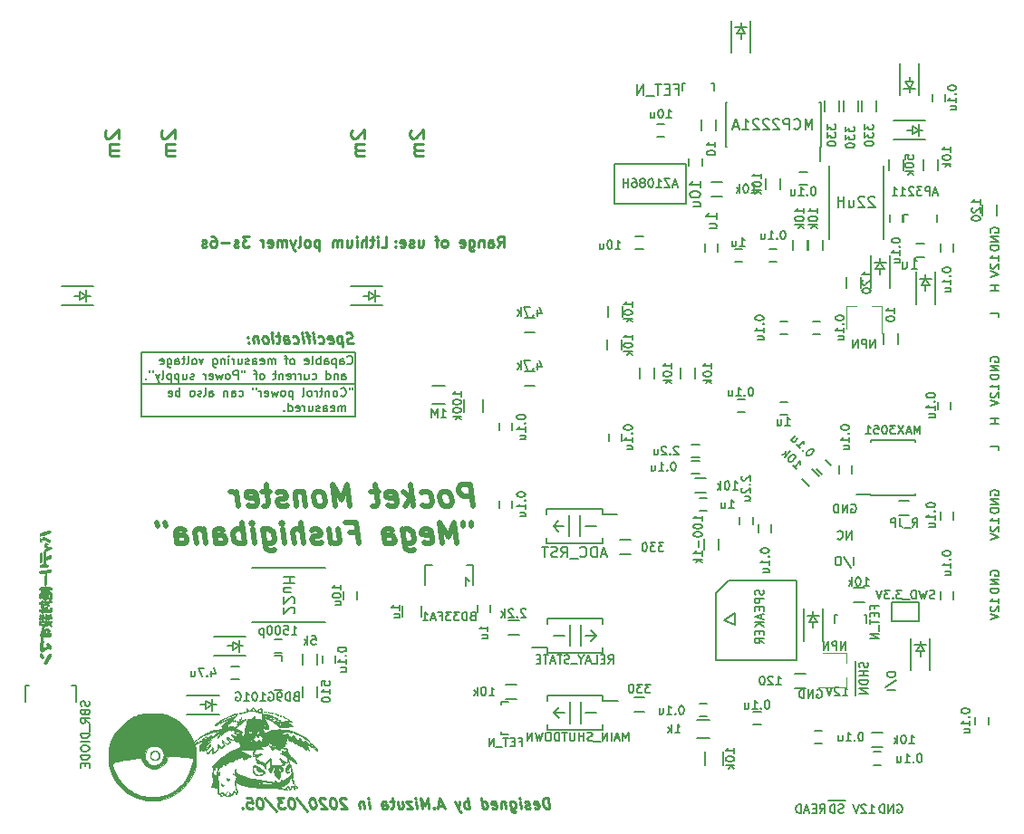
<source format=gbr>
G04 #@! TF.GenerationSoftware,KiCad,Pcbnew,(5.1.5)-3*
G04 #@! TF.CreationDate,2020-03-06T15:52:17+09:00*
G04 #@! TF.ProjectId,Electricity_Manager_40W,456c6563-7472-4696-9369-74795f4d616e,rev?*
G04 #@! TF.SameCoordinates,Original*
G04 #@! TF.FileFunction,Legend,Bot*
G04 #@! TF.FilePolarity,Positive*
%FSLAX46Y46*%
G04 Gerber Fmt 4.6, Leading zero omitted, Abs format (unit mm)*
G04 Created by KiCad (PCBNEW (5.1.5)-3) date 2020-03-06 15:52:17*
%MOMM*%
%LPD*%
G04 APERTURE LIST*
%ADD10C,0.200000*%
%ADD11C,0.250000*%
%ADD12C,0.500000*%
%ADD13C,0.150000*%
%ADD14C,0.010000*%
%ADD15C,0.120000*%
%ADD16C,0.254000*%
G04 APERTURE END LIST*
D10*
X147611904Y-140697619D02*
X147611904Y-140316666D01*
X146811904Y-140316666D01*
X147611904Y-137721428D02*
X146811904Y-137721428D01*
X147192857Y-137721428D02*
X147192857Y-138178571D01*
X147611904Y-138178571D02*
X146811904Y-138178571D01*
X147611904Y-128247619D02*
X147611904Y-127866666D01*
X146811904Y-127866666D01*
X147611904Y-125271428D02*
X146811904Y-125271428D01*
X147192857Y-125271428D02*
X147192857Y-125728571D01*
X147611904Y-125728571D02*
X146811904Y-125728571D01*
X147611904Y-122954761D02*
X147611904Y-122497619D01*
X147611904Y-122726190D02*
X146811904Y-122726190D01*
X146926190Y-122650000D01*
X147002380Y-122573809D01*
X147040476Y-122497619D01*
X146888095Y-123259523D02*
X146850000Y-123297619D01*
X146811904Y-123373809D01*
X146811904Y-123564285D01*
X146850000Y-123640476D01*
X146888095Y-123678571D01*
X146964285Y-123716666D01*
X147040476Y-123716666D01*
X147154761Y-123678571D01*
X147611904Y-123221428D01*
X147611904Y-123716666D01*
X146811904Y-123945238D02*
X147611904Y-124211904D01*
X146811904Y-124478571D01*
X146850000Y-120340476D02*
X146811904Y-120264285D01*
X146811904Y-120150000D01*
X146850000Y-120035714D01*
X146926190Y-119959523D01*
X147002380Y-119921428D01*
X147154761Y-119883333D01*
X147269047Y-119883333D01*
X147421428Y-119921428D01*
X147497619Y-119959523D01*
X147573809Y-120035714D01*
X147611904Y-120150000D01*
X147611904Y-120226190D01*
X147573809Y-120340476D01*
X147535714Y-120378571D01*
X147269047Y-120378571D01*
X147269047Y-120226190D01*
X147611904Y-120721428D02*
X146811904Y-120721428D01*
X147611904Y-121178571D01*
X146811904Y-121178571D01*
X147611904Y-121559523D02*
X146811904Y-121559523D01*
X146811904Y-121750000D01*
X146850000Y-121864285D01*
X146926190Y-121940476D01*
X147002380Y-121978571D01*
X147154761Y-122016666D01*
X147269047Y-122016666D01*
X147421428Y-121978571D01*
X147497619Y-121940476D01*
X147573809Y-121864285D01*
X147611904Y-121750000D01*
X147611904Y-121559523D01*
X146850000Y-132390476D02*
X146811904Y-132314285D01*
X146811904Y-132200000D01*
X146850000Y-132085714D01*
X146926190Y-132009523D01*
X147002380Y-131971428D01*
X147154761Y-131933333D01*
X147269047Y-131933333D01*
X147421428Y-131971428D01*
X147497619Y-132009523D01*
X147573809Y-132085714D01*
X147611904Y-132200000D01*
X147611904Y-132276190D01*
X147573809Y-132390476D01*
X147535714Y-132428571D01*
X147269047Y-132428571D01*
X147269047Y-132276190D01*
X147611904Y-132771428D02*
X146811904Y-132771428D01*
X147611904Y-133228571D01*
X146811904Y-133228571D01*
X147611904Y-133609523D02*
X146811904Y-133609523D01*
X146811904Y-133800000D01*
X146850000Y-133914285D01*
X146926190Y-133990476D01*
X147002380Y-134028571D01*
X147154761Y-134066666D01*
X147269047Y-134066666D01*
X147421428Y-134028571D01*
X147497619Y-133990476D01*
X147573809Y-133914285D01*
X147611904Y-133800000D01*
X147611904Y-133609523D01*
X147611904Y-135004761D02*
X147611904Y-134547619D01*
X147611904Y-134776190D02*
X146811904Y-134776190D01*
X146926190Y-134700000D01*
X147002380Y-134623809D01*
X147040476Y-134547619D01*
X146888095Y-135309523D02*
X146850000Y-135347619D01*
X146811904Y-135423809D01*
X146811904Y-135614285D01*
X146850000Y-135690476D01*
X146888095Y-135728571D01*
X146964285Y-135766666D01*
X147040476Y-135766666D01*
X147154761Y-135728571D01*
X147611904Y-135271428D01*
X147611904Y-135766666D01*
X146811904Y-135995238D02*
X147611904Y-136261904D01*
X146811904Y-136528571D01*
X146850000Y-144890476D02*
X146811904Y-144814285D01*
X146811904Y-144700000D01*
X146850000Y-144585714D01*
X146926190Y-144509523D01*
X147002380Y-144471428D01*
X147154761Y-144433333D01*
X147269047Y-144433333D01*
X147421428Y-144471428D01*
X147497619Y-144509523D01*
X147573809Y-144585714D01*
X147611904Y-144700000D01*
X147611904Y-144776190D01*
X147573809Y-144890476D01*
X147535714Y-144928571D01*
X147269047Y-144928571D01*
X147269047Y-144776190D01*
X147611904Y-145271428D02*
X146811904Y-145271428D01*
X147611904Y-145728571D01*
X146811904Y-145728571D01*
X147611904Y-146109523D02*
X146811904Y-146109523D01*
X146811904Y-146300000D01*
X146850000Y-146414285D01*
X146926190Y-146490476D01*
X147002380Y-146528571D01*
X147154761Y-146566666D01*
X147269047Y-146566666D01*
X147421428Y-146528571D01*
X147497619Y-146490476D01*
X147573809Y-146414285D01*
X147611904Y-146300000D01*
X147611904Y-146109523D01*
X147611904Y-147504761D02*
X147611904Y-147047619D01*
X147611904Y-147276190D02*
X146811904Y-147276190D01*
X146926190Y-147200000D01*
X147002380Y-147123809D01*
X147040476Y-147047619D01*
X146888095Y-147809523D02*
X146850000Y-147847619D01*
X146811904Y-147923809D01*
X146811904Y-148114285D01*
X146850000Y-148190476D01*
X146888095Y-148228571D01*
X146964285Y-148266666D01*
X147040476Y-148266666D01*
X147154761Y-148228571D01*
X147611904Y-147771428D01*
X147611904Y-148266666D01*
X146811904Y-148495238D02*
X147611904Y-148761904D01*
X146811904Y-149028571D01*
X146850000Y-152390476D02*
X146811904Y-152314285D01*
X146811904Y-152200000D01*
X146850000Y-152085714D01*
X146926190Y-152009523D01*
X147002380Y-151971428D01*
X147154761Y-151933333D01*
X147269047Y-151933333D01*
X147421428Y-151971428D01*
X147497619Y-152009523D01*
X147573809Y-152085714D01*
X147611904Y-152200000D01*
X147611904Y-152276190D01*
X147573809Y-152390476D01*
X147535714Y-152428571D01*
X147269047Y-152428571D01*
X147269047Y-152276190D01*
X147611904Y-152771428D02*
X146811904Y-152771428D01*
X147611904Y-153228571D01*
X146811904Y-153228571D01*
X147611904Y-153609523D02*
X146811904Y-153609523D01*
X146811904Y-153800000D01*
X146850000Y-153914285D01*
X146926190Y-153990476D01*
X147002380Y-154028571D01*
X147154761Y-154066666D01*
X147269047Y-154066666D01*
X147421428Y-154028571D01*
X147497619Y-153990476D01*
X147573809Y-153914285D01*
X147611904Y-153800000D01*
X147611904Y-153609523D01*
X147611904Y-155004761D02*
X147611904Y-154547619D01*
X147611904Y-154776190D02*
X146811904Y-154776190D01*
X146926190Y-154700000D01*
X147002380Y-154623809D01*
X147040476Y-154547619D01*
X146888095Y-155309523D02*
X146850000Y-155347619D01*
X146811904Y-155423809D01*
X146811904Y-155614285D01*
X146850000Y-155690476D01*
X146888095Y-155728571D01*
X146964285Y-155766666D01*
X147040476Y-155766666D01*
X147154761Y-155728571D01*
X147611904Y-155271428D01*
X147611904Y-155766666D01*
X146811904Y-155995238D02*
X147611904Y-156261904D01*
X146811904Y-156528571D01*
X130857142Y-174611904D02*
X131123809Y-174230952D01*
X131314285Y-174611904D02*
X131314285Y-173811904D01*
X131009523Y-173811904D01*
X130933333Y-173850000D01*
X130895238Y-173888095D01*
X130857142Y-173964285D01*
X130857142Y-174078571D01*
X130895238Y-174154761D01*
X130933333Y-174192857D01*
X131009523Y-174230952D01*
X131314285Y-174230952D01*
X130514285Y-174192857D02*
X130247619Y-174192857D01*
X130133333Y-174611904D02*
X130514285Y-174611904D01*
X130514285Y-173811904D01*
X130133333Y-173811904D01*
X129828571Y-174383333D02*
X129447619Y-174383333D01*
X129904761Y-174611904D02*
X129638095Y-173811904D01*
X129371428Y-174611904D01*
X129104761Y-174611904D02*
X129104761Y-173811904D01*
X128914285Y-173811904D01*
X128800000Y-173850000D01*
X128723809Y-173926190D01*
X128685714Y-174002380D01*
X128647619Y-174154761D01*
X128647619Y-174269047D01*
X128685714Y-174421428D01*
X128723809Y-174497619D01*
X128800000Y-174573809D01*
X128914285Y-174611904D01*
X129104761Y-174611904D01*
X133230952Y-173414000D02*
X132469047Y-173414000D01*
X133078571Y-174573809D02*
X132964285Y-174611904D01*
X132773809Y-174611904D01*
X132697619Y-174573809D01*
X132659523Y-174535714D01*
X132621428Y-174459523D01*
X132621428Y-174383333D01*
X132659523Y-174307142D01*
X132697619Y-174269047D01*
X132773809Y-174230952D01*
X132926190Y-174192857D01*
X133002380Y-174154761D01*
X133040476Y-174116666D01*
X133078571Y-174040476D01*
X133078571Y-173964285D01*
X133040476Y-173888095D01*
X133002380Y-173850000D01*
X132926190Y-173811904D01*
X132735714Y-173811904D01*
X132621428Y-173850000D01*
X132469047Y-173414000D02*
X131669047Y-173414000D01*
X132278571Y-174611904D02*
X132278571Y-173811904D01*
X132088095Y-173811904D01*
X131973809Y-173850000D01*
X131897619Y-173926190D01*
X131859523Y-174002380D01*
X131821428Y-174154761D01*
X131821428Y-174269047D01*
X131859523Y-174421428D01*
X131897619Y-174497619D01*
X131973809Y-174573809D01*
X132088095Y-174611904D01*
X132278571Y-174611904D01*
X135495238Y-174611904D02*
X135952380Y-174611904D01*
X135723809Y-174611904D02*
X135723809Y-173811904D01*
X135800000Y-173926190D01*
X135876190Y-174002380D01*
X135952380Y-174040476D01*
X135190476Y-173888095D02*
X135152380Y-173850000D01*
X135076190Y-173811904D01*
X134885714Y-173811904D01*
X134809523Y-173850000D01*
X134771428Y-173888095D01*
X134733333Y-173964285D01*
X134733333Y-174040476D01*
X134771428Y-174154761D01*
X135228571Y-174611904D01*
X134733333Y-174611904D01*
X134504761Y-173811904D02*
X134238095Y-174611904D01*
X133971428Y-173811904D01*
X138109523Y-173850000D02*
X138185714Y-173811904D01*
X138300000Y-173811904D01*
X138414285Y-173850000D01*
X138490476Y-173926190D01*
X138528571Y-174002380D01*
X138566666Y-174154761D01*
X138566666Y-174269047D01*
X138528571Y-174421428D01*
X138490476Y-174497619D01*
X138414285Y-174573809D01*
X138300000Y-174611904D01*
X138223809Y-174611904D01*
X138109523Y-174573809D01*
X138071428Y-174535714D01*
X138071428Y-174269047D01*
X138223809Y-174269047D01*
X137728571Y-174611904D02*
X137728571Y-173811904D01*
X137271428Y-174611904D01*
X137271428Y-173811904D01*
X136890476Y-174611904D02*
X136890476Y-173811904D01*
X136700000Y-173811904D01*
X136585714Y-173850000D01*
X136509523Y-173926190D01*
X136471428Y-174002380D01*
X136433333Y-174154761D01*
X136433333Y-174269047D01*
X136471428Y-174421428D01*
X136509523Y-174497619D01*
X136585714Y-174573809D01*
X136700000Y-174611904D01*
X136890476Y-174611904D01*
X133809523Y-145750000D02*
X133885714Y-145711904D01*
X134000000Y-145711904D01*
X134114285Y-145750000D01*
X134190476Y-145826190D01*
X134228571Y-145902380D01*
X134266666Y-146054761D01*
X134266666Y-146169047D01*
X134228571Y-146321428D01*
X134190476Y-146397619D01*
X134114285Y-146473809D01*
X134000000Y-146511904D01*
X133923809Y-146511904D01*
X133809523Y-146473809D01*
X133771428Y-146435714D01*
X133771428Y-146169047D01*
X133923809Y-146169047D01*
X133428571Y-146511904D02*
X133428571Y-145711904D01*
X132971428Y-146511904D01*
X132971428Y-145711904D01*
X132590476Y-146511904D02*
X132590476Y-145711904D01*
X132400000Y-145711904D01*
X132285714Y-145750000D01*
X132209523Y-145826190D01*
X132171428Y-145902380D01*
X132133333Y-146054761D01*
X132133333Y-146169047D01*
X132171428Y-146321428D01*
X132209523Y-146397619D01*
X132285714Y-146473809D01*
X132400000Y-146511904D01*
X132590476Y-146511904D01*
X133828571Y-149011904D02*
X133828571Y-148211904D01*
X133371428Y-149011904D01*
X133371428Y-148211904D01*
X132533333Y-148935714D02*
X132571428Y-148973809D01*
X132685714Y-149011904D01*
X132761904Y-149011904D01*
X132876190Y-148973809D01*
X132952380Y-148897619D01*
X132990476Y-148821428D01*
X133028571Y-148669047D01*
X133028571Y-148554761D01*
X132990476Y-148402380D01*
X132952380Y-148326190D01*
X132876190Y-148250000D01*
X132761904Y-148211904D01*
X132685714Y-148211904D01*
X132571428Y-148250000D01*
X132533333Y-148288095D01*
X134038095Y-151461904D02*
X134038095Y-150661904D01*
X133085714Y-150623809D02*
X133771428Y-151652380D01*
X132666666Y-150661904D02*
X132514285Y-150661904D01*
X132438095Y-150700000D01*
X132361904Y-150776190D01*
X132323809Y-150928571D01*
X132323809Y-151195238D01*
X132361904Y-151347619D01*
X132438095Y-151423809D01*
X132514285Y-151461904D01*
X132666666Y-151461904D01*
X132742857Y-151423809D01*
X132819047Y-151347619D01*
X132857142Y-151195238D01*
X132857142Y-150928571D01*
X132819047Y-150776190D01*
X132742857Y-150700000D01*
X132666666Y-150661904D01*
D11*
X89873214Y-121702380D02*
X90349404Y-121702380D01*
X90349404Y-120702380D01*
X89539880Y-121702380D02*
X89539880Y-121035714D01*
X89539880Y-120702380D02*
X89587500Y-120750000D01*
X89539880Y-120797619D01*
X89492261Y-120750000D01*
X89539880Y-120702380D01*
X89539880Y-120797619D01*
X89206547Y-121035714D02*
X88825595Y-121035714D01*
X89063690Y-120702380D02*
X89063690Y-121559523D01*
X89016071Y-121654761D01*
X88920833Y-121702380D01*
X88825595Y-121702380D01*
X88492261Y-121702380D02*
X88492261Y-120702380D01*
X88063690Y-121702380D02*
X88063690Y-121178571D01*
X88111309Y-121083333D01*
X88206547Y-121035714D01*
X88349404Y-121035714D01*
X88444642Y-121083333D01*
X88492261Y-121130952D01*
X87587500Y-121702380D02*
X87587500Y-121035714D01*
X87587500Y-120702380D02*
X87635119Y-120750000D01*
X87587500Y-120797619D01*
X87539880Y-120750000D01*
X87587500Y-120702380D01*
X87587500Y-120797619D01*
X86682738Y-121035714D02*
X86682738Y-121702380D01*
X87111309Y-121035714D02*
X87111309Y-121559523D01*
X87063690Y-121654761D01*
X86968452Y-121702380D01*
X86825595Y-121702380D01*
X86730357Y-121654761D01*
X86682738Y-121607142D01*
X86206547Y-121702380D02*
X86206547Y-121035714D01*
X86206547Y-121130952D02*
X86158928Y-121083333D01*
X86063690Y-121035714D01*
X85920833Y-121035714D01*
X85825595Y-121083333D01*
X85777976Y-121178571D01*
X85777976Y-121702380D01*
X85777976Y-121178571D02*
X85730357Y-121083333D01*
X85635119Y-121035714D01*
X85492261Y-121035714D01*
X85397023Y-121083333D01*
X85349404Y-121178571D01*
X85349404Y-121702380D01*
X84111309Y-121035714D02*
X84111309Y-122035714D01*
X84111309Y-121083333D02*
X84016071Y-121035714D01*
X83825595Y-121035714D01*
X83730357Y-121083333D01*
X83682738Y-121130952D01*
X83635119Y-121226190D01*
X83635119Y-121511904D01*
X83682738Y-121607142D01*
X83730357Y-121654761D01*
X83825595Y-121702380D01*
X84016071Y-121702380D01*
X84111309Y-121654761D01*
X83063690Y-121702380D02*
X83158928Y-121654761D01*
X83206547Y-121607142D01*
X83254166Y-121511904D01*
X83254166Y-121226190D01*
X83206547Y-121130952D01*
X83158928Y-121083333D01*
X83063690Y-121035714D01*
X82920833Y-121035714D01*
X82825595Y-121083333D01*
X82777976Y-121130952D01*
X82730357Y-121226190D01*
X82730357Y-121511904D01*
X82777976Y-121607142D01*
X82825595Y-121654761D01*
X82920833Y-121702380D01*
X83063690Y-121702380D01*
X82158928Y-121702380D02*
X82254166Y-121654761D01*
X82301785Y-121559523D01*
X82301785Y-120702380D01*
X81873214Y-121035714D02*
X81635119Y-121702380D01*
X81397023Y-121035714D02*
X81635119Y-121702380D01*
X81730357Y-121940476D01*
X81777976Y-121988095D01*
X81873214Y-122035714D01*
X81016071Y-121702380D02*
X81016071Y-121035714D01*
X81016071Y-121130952D02*
X80968452Y-121083333D01*
X80873214Y-121035714D01*
X80730357Y-121035714D01*
X80635119Y-121083333D01*
X80587500Y-121178571D01*
X80587500Y-121702380D01*
X80587500Y-121178571D02*
X80539880Y-121083333D01*
X80444642Y-121035714D01*
X80301785Y-121035714D01*
X80206547Y-121083333D01*
X80158928Y-121178571D01*
X80158928Y-121702380D01*
X79301785Y-121654761D02*
X79397023Y-121702380D01*
X79587500Y-121702380D01*
X79682738Y-121654761D01*
X79730357Y-121559523D01*
X79730357Y-121178571D01*
X79682738Y-121083333D01*
X79587500Y-121035714D01*
X79397023Y-121035714D01*
X79301785Y-121083333D01*
X79254166Y-121178571D01*
X79254166Y-121273809D01*
X79730357Y-121369047D01*
X78825595Y-121702380D02*
X78825595Y-121035714D01*
X78825595Y-121226190D02*
X78777976Y-121130952D01*
X78730357Y-121083333D01*
X78635119Y-121035714D01*
X78539880Y-121035714D01*
X77539880Y-120702380D02*
X76920833Y-120702380D01*
X77254166Y-121083333D01*
X77111309Y-121083333D01*
X77016071Y-121130952D01*
X76968452Y-121178571D01*
X76920833Y-121273809D01*
X76920833Y-121511904D01*
X76968452Y-121607142D01*
X77016071Y-121654761D01*
X77111309Y-121702380D01*
X77397023Y-121702380D01*
X77492261Y-121654761D01*
X77539880Y-121607142D01*
X76539880Y-121654761D02*
X76444642Y-121702380D01*
X76254166Y-121702380D01*
X76158928Y-121654761D01*
X76111309Y-121559523D01*
X76111309Y-121511904D01*
X76158928Y-121416666D01*
X76254166Y-121369047D01*
X76397023Y-121369047D01*
X76492261Y-121321428D01*
X76539880Y-121226190D01*
X76539880Y-121178571D01*
X76492261Y-121083333D01*
X76397023Y-121035714D01*
X76254166Y-121035714D01*
X76158928Y-121083333D01*
X75682738Y-121321428D02*
X74920833Y-121321428D01*
X74016071Y-120702380D02*
X74206547Y-120702380D01*
X74301785Y-120750000D01*
X74349404Y-120797619D01*
X74444642Y-120940476D01*
X74492261Y-121130952D01*
X74492261Y-121511904D01*
X74444642Y-121607142D01*
X74397023Y-121654761D01*
X74301785Y-121702380D01*
X74111309Y-121702380D01*
X74016071Y-121654761D01*
X73968452Y-121607142D01*
X73920833Y-121511904D01*
X73920833Y-121273809D01*
X73968452Y-121178571D01*
X74016071Y-121130952D01*
X74111309Y-121083333D01*
X74301785Y-121083333D01*
X74397023Y-121130952D01*
X74444642Y-121178571D01*
X74492261Y-121273809D01*
X73539880Y-121654761D02*
X73444642Y-121702380D01*
X73254166Y-121702380D01*
X73158928Y-121654761D01*
X73111309Y-121559523D01*
X73111309Y-121511904D01*
X73158928Y-121416666D01*
X73254166Y-121369047D01*
X73397023Y-121369047D01*
X73492261Y-121321428D01*
X73539880Y-121226190D01*
X73539880Y-121178571D01*
X73492261Y-121083333D01*
X73397023Y-121035714D01*
X73254166Y-121035714D01*
X73158928Y-121083333D01*
X100777976Y-121702380D02*
X101111309Y-121226190D01*
X101349404Y-121702380D02*
X101349404Y-120702380D01*
X100968452Y-120702380D01*
X100873214Y-120750000D01*
X100825595Y-120797619D01*
X100777976Y-120892857D01*
X100777976Y-121035714D01*
X100825595Y-121130952D01*
X100873214Y-121178571D01*
X100968452Y-121226190D01*
X101349404Y-121226190D01*
X99920833Y-121702380D02*
X99920833Y-121178571D01*
X99968452Y-121083333D01*
X100063690Y-121035714D01*
X100254166Y-121035714D01*
X100349404Y-121083333D01*
X99920833Y-121654761D02*
X100016071Y-121702380D01*
X100254166Y-121702380D01*
X100349404Y-121654761D01*
X100397023Y-121559523D01*
X100397023Y-121464285D01*
X100349404Y-121369047D01*
X100254166Y-121321428D01*
X100016071Y-121321428D01*
X99920833Y-121273809D01*
X99444642Y-121035714D02*
X99444642Y-121702380D01*
X99444642Y-121130952D02*
X99397023Y-121083333D01*
X99301785Y-121035714D01*
X99158928Y-121035714D01*
X99063690Y-121083333D01*
X99016071Y-121178571D01*
X99016071Y-121702380D01*
X98111309Y-121035714D02*
X98111309Y-121845238D01*
X98158928Y-121940476D01*
X98206547Y-121988095D01*
X98301785Y-122035714D01*
X98444642Y-122035714D01*
X98539880Y-121988095D01*
X98111309Y-121654761D02*
X98206547Y-121702380D01*
X98397023Y-121702380D01*
X98492261Y-121654761D01*
X98539880Y-121607142D01*
X98587500Y-121511904D01*
X98587500Y-121226190D01*
X98539880Y-121130952D01*
X98492261Y-121083333D01*
X98397023Y-121035714D01*
X98206547Y-121035714D01*
X98111309Y-121083333D01*
X97254166Y-121654761D02*
X97349404Y-121702380D01*
X97539880Y-121702380D01*
X97635119Y-121654761D01*
X97682738Y-121559523D01*
X97682738Y-121178571D01*
X97635119Y-121083333D01*
X97539880Y-121035714D01*
X97349404Y-121035714D01*
X97254166Y-121083333D01*
X97206547Y-121178571D01*
X97206547Y-121273809D01*
X97682738Y-121369047D01*
X95873214Y-121702380D02*
X95968452Y-121654761D01*
X96016071Y-121607142D01*
X96063690Y-121511904D01*
X96063690Y-121226190D01*
X96016071Y-121130952D01*
X95968452Y-121083333D01*
X95873214Y-121035714D01*
X95730357Y-121035714D01*
X95635119Y-121083333D01*
X95587500Y-121130952D01*
X95539880Y-121226190D01*
X95539880Y-121511904D01*
X95587500Y-121607142D01*
X95635119Y-121654761D01*
X95730357Y-121702380D01*
X95873214Y-121702380D01*
X95254166Y-121035714D02*
X94873214Y-121035714D01*
X95111309Y-121702380D02*
X95111309Y-120845238D01*
X95063690Y-120750000D01*
X94968452Y-120702380D01*
X94873214Y-120702380D01*
X93349404Y-121035714D02*
X93349404Y-121702380D01*
X93777976Y-121035714D02*
X93777976Y-121559523D01*
X93730357Y-121654761D01*
X93635119Y-121702380D01*
X93492261Y-121702380D01*
X93397023Y-121654761D01*
X93349404Y-121607142D01*
X92920833Y-121654761D02*
X92825595Y-121702380D01*
X92635119Y-121702380D01*
X92539880Y-121654761D01*
X92492261Y-121559523D01*
X92492261Y-121511904D01*
X92539880Y-121416666D01*
X92635119Y-121369047D01*
X92777976Y-121369047D01*
X92873214Y-121321428D01*
X92920833Y-121226190D01*
X92920833Y-121178571D01*
X92873214Y-121083333D01*
X92777976Y-121035714D01*
X92635119Y-121035714D01*
X92539880Y-121083333D01*
X91682738Y-121654761D02*
X91777976Y-121702380D01*
X91968452Y-121702380D01*
X92063690Y-121654761D01*
X92111309Y-121559523D01*
X92111309Y-121178571D01*
X92063690Y-121083333D01*
X91968452Y-121035714D01*
X91777976Y-121035714D01*
X91682738Y-121083333D01*
X91635119Y-121178571D01*
X91635119Y-121273809D01*
X92111309Y-121369047D01*
X91206547Y-121607142D02*
X91158928Y-121654761D01*
X91206547Y-121702380D01*
X91254166Y-121654761D01*
X91206547Y-121607142D01*
X91206547Y-121702380D01*
X91206547Y-121083333D02*
X91158928Y-121130952D01*
X91206547Y-121178571D01*
X91254166Y-121130952D01*
X91206547Y-121083333D01*
X91206547Y-121178571D01*
D12*
X98436904Y-145904761D02*
X98186904Y-143904761D01*
X97425000Y-143904761D01*
X97246428Y-144000000D01*
X97163095Y-144095238D01*
X97091666Y-144285714D01*
X97127380Y-144571428D01*
X97246428Y-144761904D01*
X97353571Y-144857142D01*
X97555952Y-144952380D01*
X98317857Y-144952380D01*
X96151190Y-145904761D02*
X96329761Y-145809523D01*
X96413095Y-145714285D01*
X96484523Y-145523809D01*
X96413095Y-144952380D01*
X96294047Y-144761904D01*
X96186904Y-144666666D01*
X95984523Y-144571428D01*
X95698809Y-144571428D01*
X95520238Y-144666666D01*
X95436904Y-144761904D01*
X95365476Y-144952380D01*
X95436904Y-145523809D01*
X95555952Y-145714285D01*
X95663095Y-145809523D01*
X95865476Y-145904761D01*
X96151190Y-145904761D01*
X93758333Y-145809523D02*
X93960714Y-145904761D01*
X94341666Y-145904761D01*
X94520238Y-145809523D01*
X94603571Y-145714285D01*
X94675000Y-145523809D01*
X94603571Y-144952380D01*
X94484523Y-144761904D01*
X94377380Y-144666666D01*
X94175000Y-144571428D01*
X93794047Y-144571428D01*
X93615476Y-144666666D01*
X92913095Y-145904761D02*
X92663095Y-143904761D01*
X92627380Y-145142857D02*
X92151190Y-145904761D01*
X91984523Y-144571428D02*
X92841666Y-145333333D01*
X90520238Y-145809523D02*
X90722619Y-145904761D01*
X91103571Y-145904761D01*
X91282142Y-145809523D01*
X91353571Y-145619047D01*
X91258333Y-144857142D01*
X91139285Y-144666666D01*
X90936904Y-144571428D01*
X90555952Y-144571428D01*
X90377380Y-144666666D01*
X90305952Y-144857142D01*
X90329761Y-145047619D01*
X91305952Y-145238095D01*
X89698809Y-144571428D02*
X88936904Y-144571428D01*
X89329761Y-143904761D02*
X89544047Y-145619047D01*
X89472619Y-145809523D01*
X89294047Y-145904761D01*
X89103571Y-145904761D01*
X86913095Y-145904761D02*
X86663095Y-143904761D01*
X86175000Y-145333333D01*
X85329761Y-143904761D01*
X85579761Y-145904761D01*
X84341666Y-145904761D02*
X84520238Y-145809523D01*
X84603571Y-145714285D01*
X84675000Y-145523809D01*
X84603571Y-144952380D01*
X84484523Y-144761904D01*
X84377380Y-144666666D01*
X84175000Y-144571428D01*
X83889285Y-144571428D01*
X83710714Y-144666666D01*
X83627380Y-144761904D01*
X83555952Y-144952380D01*
X83627380Y-145523809D01*
X83746428Y-145714285D01*
X83853571Y-145809523D01*
X84055952Y-145904761D01*
X84341666Y-145904761D01*
X82651190Y-144571428D02*
X82817857Y-145904761D01*
X82675000Y-144761904D02*
X82567857Y-144666666D01*
X82365476Y-144571428D01*
X82079761Y-144571428D01*
X81901190Y-144666666D01*
X81829761Y-144857142D01*
X81960714Y-145904761D01*
X81091666Y-145809523D02*
X80913095Y-145904761D01*
X80532142Y-145904761D01*
X80329761Y-145809523D01*
X80210714Y-145619047D01*
X80198809Y-145523809D01*
X80270238Y-145333333D01*
X80448809Y-145238095D01*
X80734523Y-145238095D01*
X80913095Y-145142857D01*
X80984523Y-144952380D01*
X80972619Y-144857142D01*
X80853571Y-144666666D01*
X80651190Y-144571428D01*
X80365476Y-144571428D01*
X80186904Y-144666666D01*
X79508333Y-144571428D02*
X78746428Y-144571428D01*
X79139285Y-143904761D02*
X79353571Y-145619047D01*
X79282142Y-145809523D01*
X79103571Y-145904761D01*
X78913095Y-145904761D01*
X77472619Y-145809523D02*
X77675000Y-145904761D01*
X78055952Y-145904761D01*
X78234523Y-145809523D01*
X78305952Y-145619047D01*
X78210714Y-144857142D01*
X78091666Y-144666666D01*
X77889285Y-144571428D01*
X77508333Y-144571428D01*
X77329761Y-144666666D01*
X77258333Y-144857142D01*
X77282142Y-145047619D01*
X78258333Y-145238095D01*
X76532142Y-145904761D02*
X76365476Y-144571428D01*
X76413095Y-144952380D02*
X76294047Y-144761904D01*
X76186904Y-144666666D01*
X75984523Y-144571428D01*
X75794047Y-144571428D01*
X98282142Y-147404761D02*
X98329761Y-147785714D01*
X97520238Y-147404761D02*
X97567857Y-147785714D01*
X96913095Y-149404761D02*
X96663095Y-147404761D01*
X96175000Y-148833333D01*
X95329761Y-147404761D01*
X95579761Y-149404761D01*
X93853571Y-149309523D02*
X94055952Y-149404761D01*
X94436904Y-149404761D01*
X94615476Y-149309523D01*
X94686904Y-149119047D01*
X94591666Y-148357142D01*
X94472619Y-148166666D01*
X94270238Y-148071428D01*
X93889285Y-148071428D01*
X93710714Y-148166666D01*
X93639285Y-148357142D01*
X93663095Y-148547619D01*
X94639285Y-148738095D01*
X91889285Y-148071428D02*
X92091666Y-149690476D01*
X92210714Y-149880952D01*
X92317857Y-149976190D01*
X92520238Y-150071428D01*
X92805952Y-150071428D01*
X92984523Y-149976190D01*
X92044047Y-149309523D02*
X92246428Y-149404761D01*
X92627380Y-149404761D01*
X92805952Y-149309523D01*
X92889285Y-149214285D01*
X92960714Y-149023809D01*
X92889285Y-148452380D01*
X92770238Y-148261904D01*
X92663095Y-148166666D01*
X92460714Y-148071428D01*
X92079761Y-148071428D01*
X91901190Y-148166666D01*
X90246428Y-149404761D02*
X90115476Y-148357142D01*
X90186904Y-148166666D01*
X90365476Y-148071428D01*
X90746428Y-148071428D01*
X90948809Y-148166666D01*
X90234523Y-149309523D02*
X90436904Y-149404761D01*
X90913095Y-149404761D01*
X91091666Y-149309523D01*
X91163095Y-149119047D01*
X91139285Y-148928571D01*
X91020238Y-148738095D01*
X90817857Y-148642857D01*
X90341666Y-148642857D01*
X90139285Y-148547619D01*
X86972619Y-148357142D02*
X87639285Y-148357142D01*
X87770238Y-149404761D02*
X87520238Y-147404761D01*
X86567857Y-147404761D01*
X85032142Y-148071428D02*
X85198809Y-149404761D01*
X85889285Y-148071428D02*
X86020238Y-149119047D01*
X85948809Y-149309523D01*
X85770238Y-149404761D01*
X85484523Y-149404761D01*
X85282142Y-149309523D01*
X85175000Y-149214285D01*
X84329761Y-149309523D02*
X84151190Y-149404761D01*
X83770238Y-149404761D01*
X83567857Y-149309523D01*
X83448809Y-149119047D01*
X83436904Y-149023809D01*
X83508333Y-148833333D01*
X83686904Y-148738095D01*
X83972619Y-148738095D01*
X84151190Y-148642857D01*
X84222619Y-148452380D01*
X84210714Y-148357142D01*
X84091666Y-148166666D01*
X83889285Y-148071428D01*
X83603571Y-148071428D01*
X83425000Y-148166666D01*
X82627380Y-149404761D02*
X82377380Y-147404761D01*
X81770238Y-149404761D02*
X81639285Y-148357142D01*
X81710714Y-148166666D01*
X81889285Y-148071428D01*
X82175000Y-148071428D01*
X82377380Y-148166666D01*
X82484523Y-148261904D01*
X80817857Y-149404761D02*
X80651190Y-148071428D01*
X80567857Y-147404761D02*
X80675000Y-147500000D01*
X80591666Y-147595238D01*
X80484523Y-147500000D01*
X80567857Y-147404761D01*
X80591666Y-147595238D01*
X78841666Y-148071428D02*
X79044047Y-149690476D01*
X79163095Y-149880952D01*
X79270238Y-149976190D01*
X79472619Y-150071428D01*
X79758333Y-150071428D01*
X79936904Y-149976190D01*
X78996428Y-149309523D02*
X79198809Y-149404761D01*
X79579761Y-149404761D01*
X79758333Y-149309523D01*
X79841666Y-149214285D01*
X79913095Y-149023809D01*
X79841666Y-148452380D01*
X79722619Y-148261904D01*
X79615476Y-148166666D01*
X79413095Y-148071428D01*
X79032142Y-148071428D01*
X78853571Y-148166666D01*
X78055952Y-149404761D02*
X77889285Y-148071428D01*
X77805952Y-147404761D02*
X77913095Y-147500000D01*
X77829761Y-147595238D01*
X77722619Y-147500000D01*
X77805952Y-147404761D01*
X77829761Y-147595238D01*
X77103571Y-149404761D02*
X76853571Y-147404761D01*
X76948809Y-148166666D02*
X76746428Y-148071428D01*
X76365476Y-148071428D01*
X76186904Y-148166666D01*
X76103571Y-148261904D01*
X76032142Y-148452380D01*
X76103571Y-149023809D01*
X76222619Y-149214285D01*
X76329761Y-149309523D01*
X76532142Y-149404761D01*
X76913095Y-149404761D01*
X77091666Y-149309523D01*
X74436904Y-149404761D02*
X74305952Y-148357142D01*
X74377380Y-148166666D01*
X74555952Y-148071428D01*
X74936904Y-148071428D01*
X75139285Y-148166666D01*
X74425000Y-149309523D02*
X74627380Y-149404761D01*
X75103571Y-149404761D01*
X75282142Y-149309523D01*
X75353571Y-149119047D01*
X75329761Y-148928571D01*
X75210714Y-148738095D01*
X75008333Y-148642857D01*
X74532142Y-148642857D01*
X74329761Y-148547619D01*
X73317857Y-148071428D02*
X73484523Y-149404761D01*
X73341666Y-148261904D02*
X73234523Y-148166666D01*
X73032142Y-148071428D01*
X72746428Y-148071428D01*
X72567857Y-148166666D01*
X72496428Y-148357142D01*
X72627380Y-149404761D01*
X70817857Y-149404761D02*
X70686904Y-148357142D01*
X70758333Y-148166666D01*
X70936904Y-148071428D01*
X71317857Y-148071428D01*
X71520238Y-148166666D01*
X70805952Y-149309523D02*
X71008333Y-149404761D01*
X71484523Y-149404761D01*
X71663095Y-149309523D01*
X71734523Y-149119047D01*
X71710714Y-148928571D01*
X71591666Y-148738095D01*
X71389285Y-148642857D01*
X70913095Y-148642857D01*
X70710714Y-148547619D01*
X69710714Y-147404761D02*
X69758333Y-147785714D01*
X68948809Y-147404761D02*
X68996428Y-147785714D01*
D10*
X67500000Y-137500000D02*
X68000000Y-137500000D01*
X67500000Y-134500000D02*
X67500000Y-137500000D01*
X67500000Y-131500000D02*
X68000000Y-131500000D01*
X67500000Y-134500000D02*
X67500000Y-131500000D01*
X68000000Y-134500000D02*
X67500000Y-134500000D01*
X68750000Y-137500000D02*
X68000000Y-137500000D01*
X77500000Y-137500000D02*
X68750000Y-137500000D01*
X85500000Y-137500000D02*
X77500000Y-137500000D01*
X87500000Y-137500000D02*
X85500000Y-137500000D01*
X87500000Y-134500000D02*
X87500000Y-137500000D01*
X79250000Y-134500000D02*
X68000000Y-134500000D01*
X87500000Y-134500000D02*
X79250000Y-134500000D01*
X87500000Y-131500000D02*
X87500000Y-134500000D01*
X82250000Y-131500000D02*
X68000000Y-131500000D01*
X87500000Y-131500000D02*
X82250000Y-131500000D01*
X87217619Y-134861904D02*
X87217619Y-135014285D01*
X86912857Y-134861904D02*
X86912857Y-135014285D01*
X86112857Y-135585714D02*
X86150952Y-135623809D01*
X86265238Y-135661904D01*
X86341428Y-135661904D01*
X86455714Y-135623809D01*
X86531904Y-135547619D01*
X86570000Y-135471428D01*
X86608095Y-135319047D01*
X86608095Y-135204761D01*
X86570000Y-135052380D01*
X86531904Y-134976190D01*
X86455714Y-134900000D01*
X86341428Y-134861904D01*
X86265238Y-134861904D01*
X86150952Y-134900000D01*
X86112857Y-134938095D01*
X85655714Y-135661904D02*
X85731904Y-135623809D01*
X85770000Y-135585714D01*
X85808095Y-135509523D01*
X85808095Y-135280952D01*
X85770000Y-135204761D01*
X85731904Y-135166666D01*
X85655714Y-135128571D01*
X85541428Y-135128571D01*
X85465238Y-135166666D01*
X85427142Y-135204761D01*
X85389047Y-135280952D01*
X85389047Y-135509523D01*
X85427142Y-135585714D01*
X85465238Y-135623809D01*
X85541428Y-135661904D01*
X85655714Y-135661904D01*
X85046190Y-135128571D02*
X85046190Y-135661904D01*
X85046190Y-135204761D02*
X85008095Y-135166666D01*
X84931904Y-135128571D01*
X84817619Y-135128571D01*
X84741428Y-135166666D01*
X84703333Y-135242857D01*
X84703333Y-135661904D01*
X84436666Y-135128571D02*
X84131904Y-135128571D01*
X84322380Y-134861904D02*
X84322380Y-135547619D01*
X84284285Y-135623809D01*
X84208095Y-135661904D01*
X84131904Y-135661904D01*
X83865238Y-135661904D02*
X83865238Y-135128571D01*
X83865238Y-135280952D02*
X83827142Y-135204761D01*
X83789047Y-135166666D01*
X83712857Y-135128571D01*
X83636666Y-135128571D01*
X83255714Y-135661904D02*
X83331904Y-135623809D01*
X83370000Y-135585714D01*
X83408095Y-135509523D01*
X83408095Y-135280952D01*
X83370000Y-135204761D01*
X83331904Y-135166666D01*
X83255714Y-135128571D01*
X83141428Y-135128571D01*
X83065238Y-135166666D01*
X83027142Y-135204761D01*
X82989047Y-135280952D01*
X82989047Y-135509523D01*
X83027142Y-135585714D01*
X83065238Y-135623809D01*
X83141428Y-135661904D01*
X83255714Y-135661904D01*
X82531904Y-135661904D02*
X82608095Y-135623809D01*
X82646190Y-135547619D01*
X82646190Y-134861904D01*
X81617619Y-135128571D02*
X81617619Y-135928571D01*
X81617619Y-135166666D02*
X81541428Y-135128571D01*
X81389047Y-135128571D01*
X81312857Y-135166666D01*
X81274761Y-135204761D01*
X81236666Y-135280952D01*
X81236666Y-135509523D01*
X81274761Y-135585714D01*
X81312857Y-135623809D01*
X81389047Y-135661904D01*
X81541428Y-135661904D01*
X81617619Y-135623809D01*
X80779523Y-135661904D02*
X80855714Y-135623809D01*
X80893809Y-135585714D01*
X80931904Y-135509523D01*
X80931904Y-135280952D01*
X80893809Y-135204761D01*
X80855714Y-135166666D01*
X80779523Y-135128571D01*
X80665238Y-135128571D01*
X80589047Y-135166666D01*
X80550952Y-135204761D01*
X80512857Y-135280952D01*
X80512857Y-135509523D01*
X80550952Y-135585714D01*
X80589047Y-135623809D01*
X80665238Y-135661904D01*
X80779523Y-135661904D01*
X80246190Y-135128571D02*
X80093809Y-135661904D01*
X79941428Y-135280952D01*
X79789047Y-135661904D01*
X79636666Y-135128571D01*
X79027142Y-135623809D02*
X79103333Y-135661904D01*
X79255714Y-135661904D01*
X79331904Y-135623809D01*
X79370000Y-135547619D01*
X79370000Y-135242857D01*
X79331904Y-135166666D01*
X79255714Y-135128571D01*
X79103333Y-135128571D01*
X79027142Y-135166666D01*
X78989047Y-135242857D01*
X78989047Y-135319047D01*
X79370000Y-135395238D01*
X78646190Y-135661904D02*
X78646190Y-135128571D01*
X78646190Y-135280952D02*
X78608095Y-135204761D01*
X78570000Y-135166666D01*
X78493809Y-135128571D01*
X78417619Y-135128571D01*
X78189047Y-134861904D02*
X78189047Y-135014285D01*
X77884285Y-134861904D02*
X77884285Y-135014285D01*
X76589047Y-135623809D02*
X76665238Y-135661904D01*
X76817619Y-135661904D01*
X76893809Y-135623809D01*
X76931904Y-135585714D01*
X76970000Y-135509523D01*
X76970000Y-135280952D01*
X76931904Y-135204761D01*
X76893809Y-135166666D01*
X76817619Y-135128571D01*
X76665238Y-135128571D01*
X76589047Y-135166666D01*
X75903333Y-135661904D02*
X75903333Y-135242857D01*
X75941428Y-135166666D01*
X76017619Y-135128571D01*
X76170000Y-135128571D01*
X76246190Y-135166666D01*
X75903333Y-135623809D02*
X75979523Y-135661904D01*
X76170000Y-135661904D01*
X76246190Y-135623809D01*
X76284285Y-135547619D01*
X76284285Y-135471428D01*
X76246190Y-135395238D01*
X76170000Y-135357142D01*
X75979523Y-135357142D01*
X75903333Y-135319047D01*
X75522380Y-135128571D02*
X75522380Y-135661904D01*
X75522380Y-135204761D02*
X75484285Y-135166666D01*
X75408095Y-135128571D01*
X75293809Y-135128571D01*
X75217619Y-135166666D01*
X75179523Y-135242857D01*
X75179523Y-135661904D01*
X73846190Y-135661904D02*
X73846190Y-135242857D01*
X73884285Y-135166666D01*
X73960476Y-135128571D01*
X74112857Y-135128571D01*
X74189047Y-135166666D01*
X73846190Y-135623809D02*
X73922380Y-135661904D01*
X74112857Y-135661904D01*
X74189047Y-135623809D01*
X74227142Y-135547619D01*
X74227142Y-135471428D01*
X74189047Y-135395238D01*
X74112857Y-135357142D01*
X73922380Y-135357142D01*
X73846190Y-135319047D01*
X73350952Y-135661904D02*
X73427142Y-135623809D01*
X73465238Y-135547619D01*
X73465238Y-134861904D01*
X73084285Y-135623809D02*
X73008095Y-135661904D01*
X72855714Y-135661904D01*
X72779523Y-135623809D01*
X72741428Y-135547619D01*
X72741428Y-135509523D01*
X72779523Y-135433333D01*
X72855714Y-135395238D01*
X72970000Y-135395238D01*
X73046190Y-135357142D01*
X73084285Y-135280952D01*
X73084285Y-135242857D01*
X73046190Y-135166666D01*
X72970000Y-135128571D01*
X72855714Y-135128571D01*
X72779523Y-135166666D01*
X72284285Y-135661904D02*
X72360476Y-135623809D01*
X72398571Y-135585714D01*
X72436666Y-135509523D01*
X72436666Y-135280952D01*
X72398571Y-135204761D01*
X72360476Y-135166666D01*
X72284285Y-135128571D01*
X72170000Y-135128571D01*
X72093809Y-135166666D01*
X72055714Y-135204761D01*
X72017619Y-135280952D01*
X72017619Y-135509523D01*
X72055714Y-135585714D01*
X72093809Y-135623809D01*
X72170000Y-135661904D01*
X72284285Y-135661904D01*
X71065238Y-135661904D02*
X71065238Y-134861904D01*
X71065238Y-135166666D02*
X70989047Y-135128571D01*
X70836666Y-135128571D01*
X70760476Y-135166666D01*
X70722380Y-135204761D01*
X70684285Y-135280952D01*
X70684285Y-135509523D01*
X70722380Y-135585714D01*
X70760476Y-135623809D01*
X70836666Y-135661904D01*
X70989047Y-135661904D01*
X71065238Y-135623809D01*
X70036666Y-135623809D02*
X70112857Y-135661904D01*
X70265238Y-135661904D01*
X70341428Y-135623809D01*
X70379523Y-135547619D01*
X70379523Y-135242857D01*
X70341428Y-135166666D01*
X70265238Y-135128571D01*
X70112857Y-135128571D01*
X70036666Y-135166666D01*
X69998571Y-135242857D01*
X69998571Y-135319047D01*
X70379523Y-135395238D01*
X86570000Y-137061904D02*
X86570000Y-136528571D01*
X86570000Y-136604761D02*
X86531904Y-136566666D01*
X86455714Y-136528571D01*
X86341428Y-136528571D01*
X86265238Y-136566666D01*
X86227142Y-136642857D01*
X86227142Y-137061904D01*
X86227142Y-136642857D02*
X86189047Y-136566666D01*
X86112857Y-136528571D01*
X85998571Y-136528571D01*
X85922380Y-136566666D01*
X85884285Y-136642857D01*
X85884285Y-137061904D01*
X85198571Y-137023809D02*
X85274761Y-137061904D01*
X85427142Y-137061904D01*
X85503333Y-137023809D01*
X85541428Y-136947619D01*
X85541428Y-136642857D01*
X85503333Y-136566666D01*
X85427142Y-136528571D01*
X85274761Y-136528571D01*
X85198571Y-136566666D01*
X85160476Y-136642857D01*
X85160476Y-136719047D01*
X85541428Y-136795238D01*
X84474761Y-137061904D02*
X84474761Y-136642857D01*
X84512857Y-136566666D01*
X84589047Y-136528571D01*
X84741428Y-136528571D01*
X84817619Y-136566666D01*
X84474761Y-137023809D02*
X84550952Y-137061904D01*
X84741428Y-137061904D01*
X84817619Y-137023809D01*
X84855714Y-136947619D01*
X84855714Y-136871428D01*
X84817619Y-136795238D01*
X84741428Y-136757142D01*
X84550952Y-136757142D01*
X84474761Y-136719047D01*
X84131904Y-137023809D02*
X84055714Y-137061904D01*
X83903333Y-137061904D01*
X83827142Y-137023809D01*
X83789047Y-136947619D01*
X83789047Y-136909523D01*
X83827142Y-136833333D01*
X83903333Y-136795238D01*
X84017619Y-136795238D01*
X84093809Y-136757142D01*
X84131904Y-136680952D01*
X84131904Y-136642857D01*
X84093809Y-136566666D01*
X84017619Y-136528571D01*
X83903333Y-136528571D01*
X83827142Y-136566666D01*
X83103333Y-136528571D02*
X83103333Y-137061904D01*
X83446190Y-136528571D02*
X83446190Y-136947619D01*
X83408095Y-137023809D01*
X83331904Y-137061904D01*
X83217619Y-137061904D01*
X83141428Y-137023809D01*
X83103333Y-136985714D01*
X82722380Y-137061904D02*
X82722380Y-136528571D01*
X82722380Y-136680952D02*
X82684285Y-136604761D01*
X82646190Y-136566666D01*
X82570000Y-136528571D01*
X82493809Y-136528571D01*
X81922380Y-137023809D02*
X81998571Y-137061904D01*
X82150952Y-137061904D01*
X82227142Y-137023809D01*
X82265238Y-136947619D01*
X82265238Y-136642857D01*
X82227142Y-136566666D01*
X82150952Y-136528571D01*
X81998571Y-136528571D01*
X81922380Y-136566666D01*
X81884285Y-136642857D01*
X81884285Y-136719047D01*
X82265238Y-136795238D01*
X81198571Y-137061904D02*
X81198571Y-136261904D01*
X81198571Y-137023809D02*
X81274761Y-137061904D01*
X81427142Y-137061904D01*
X81503333Y-137023809D01*
X81541428Y-136985714D01*
X81579523Y-136909523D01*
X81579523Y-136680952D01*
X81541428Y-136604761D01*
X81503333Y-136566666D01*
X81427142Y-136528571D01*
X81274761Y-136528571D01*
X81198571Y-136566666D01*
X80817619Y-136985714D02*
X80779523Y-137023809D01*
X80817619Y-137061904D01*
X80855714Y-137023809D01*
X80817619Y-136985714D01*
X80817619Y-137061904D01*
X86722380Y-132585714D02*
X86760476Y-132623809D01*
X86874761Y-132661904D01*
X86950952Y-132661904D01*
X87065238Y-132623809D01*
X87141428Y-132547619D01*
X87179523Y-132471428D01*
X87217619Y-132319047D01*
X87217619Y-132204761D01*
X87179523Y-132052380D01*
X87141428Y-131976190D01*
X87065238Y-131900000D01*
X86950952Y-131861904D01*
X86874761Y-131861904D01*
X86760476Y-131900000D01*
X86722380Y-131938095D01*
X86036666Y-132661904D02*
X86036666Y-132242857D01*
X86074761Y-132166666D01*
X86150952Y-132128571D01*
X86303333Y-132128571D01*
X86379523Y-132166666D01*
X86036666Y-132623809D02*
X86112857Y-132661904D01*
X86303333Y-132661904D01*
X86379523Y-132623809D01*
X86417619Y-132547619D01*
X86417619Y-132471428D01*
X86379523Y-132395238D01*
X86303333Y-132357142D01*
X86112857Y-132357142D01*
X86036666Y-132319047D01*
X85655714Y-132128571D02*
X85655714Y-132928571D01*
X85655714Y-132166666D02*
X85579523Y-132128571D01*
X85427142Y-132128571D01*
X85350952Y-132166666D01*
X85312857Y-132204761D01*
X85274761Y-132280952D01*
X85274761Y-132509523D01*
X85312857Y-132585714D01*
X85350952Y-132623809D01*
X85427142Y-132661904D01*
X85579523Y-132661904D01*
X85655714Y-132623809D01*
X84589047Y-132661904D02*
X84589047Y-132242857D01*
X84627142Y-132166666D01*
X84703333Y-132128571D01*
X84855714Y-132128571D01*
X84931904Y-132166666D01*
X84589047Y-132623809D02*
X84665238Y-132661904D01*
X84855714Y-132661904D01*
X84931904Y-132623809D01*
X84970000Y-132547619D01*
X84970000Y-132471428D01*
X84931904Y-132395238D01*
X84855714Y-132357142D01*
X84665238Y-132357142D01*
X84589047Y-132319047D01*
X84208095Y-132661904D02*
X84208095Y-131861904D01*
X84208095Y-132166666D02*
X84131904Y-132128571D01*
X83979523Y-132128571D01*
X83903333Y-132166666D01*
X83865238Y-132204761D01*
X83827142Y-132280952D01*
X83827142Y-132509523D01*
X83865238Y-132585714D01*
X83903333Y-132623809D01*
X83979523Y-132661904D01*
X84131904Y-132661904D01*
X84208095Y-132623809D01*
X83370000Y-132661904D02*
X83446190Y-132623809D01*
X83484285Y-132547619D01*
X83484285Y-131861904D01*
X82760476Y-132623809D02*
X82836666Y-132661904D01*
X82989047Y-132661904D01*
X83065238Y-132623809D01*
X83103333Y-132547619D01*
X83103333Y-132242857D01*
X83065238Y-132166666D01*
X82989047Y-132128571D01*
X82836666Y-132128571D01*
X82760476Y-132166666D01*
X82722380Y-132242857D01*
X82722380Y-132319047D01*
X83103333Y-132395238D01*
X81655714Y-132661904D02*
X81731904Y-132623809D01*
X81770000Y-132585714D01*
X81808095Y-132509523D01*
X81808095Y-132280952D01*
X81770000Y-132204761D01*
X81731904Y-132166666D01*
X81655714Y-132128571D01*
X81541428Y-132128571D01*
X81465238Y-132166666D01*
X81427142Y-132204761D01*
X81389047Y-132280952D01*
X81389047Y-132509523D01*
X81427142Y-132585714D01*
X81465238Y-132623809D01*
X81541428Y-132661904D01*
X81655714Y-132661904D01*
X81160476Y-132128571D02*
X80855714Y-132128571D01*
X81046190Y-132661904D02*
X81046190Y-131976190D01*
X81008095Y-131900000D01*
X80931904Y-131861904D01*
X80855714Y-131861904D01*
X79979523Y-132661904D02*
X79979523Y-132128571D01*
X79979523Y-132204761D02*
X79941428Y-132166666D01*
X79865238Y-132128571D01*
X79750952Y-132128571D01*
X79674761Y-132166666D01*
X79636666Y-132242857D01*
X79636666Y-132661904D01*
X79636666Y-132242857D02*
X79598571Y-132166666D01*
X79522380Y-132128571D01*
X79408095Y-132128571D01*
X79331904Y-132166666D01*
X79293809Y-132242857D01*
X79293809Y-132661904D01*
X78608095Y-132623809D02*
X78684285Y-132661904D01*
X78836666Y-132661904D01*
X78912857Y-132623809D01*
X78950952Y-132547619D01*
X78950952Y-132242857D01*
X78912857Y-132166666D01*
X78836666Y-132128571D01*
X78684285Y-132128571D01*
X78608095Y-132166666D01*
X78570000Y-132242857D01*
X78570000Y-132319047D01*
X78950952Y-132395238D01*
X77884285Y-132661904D02*
X77884285Y-132242857D01*
X77922380Y-132166666D01*
X77998571Y-132128571D01*
X78150952Y-132128571D01*
X78227142Y-132166666D01*
X77884285Y-132623809D02*
X77960476Y-132661904D01*
X78150952Y-132661904D01*
X78227142Y-132623809D01*
X78265238Y-132547619D01*
X78265238Y-132471428D01*
X78227142Y-132395238D01*
X78150952Y-132357142D01*
X77960476Y-132357142D01*
X77884285Y-132319047D01*
X77541428Y-132623809D02*
X77465238Y-132661904D01*
X77312857Y-132661904D01*
X77236666Y-132623809D01*
X77198571Y-132547619D01*
X77198571Y-132509523D01*
X77236666Y-132433333D01*
X77312857Y-132395238D01*
X77427142Y-132395238D01*
X77503333Y-132357142D01*
X77541428Y-132280952D01*
X77541428Y-132242857D01*
X77503333Y-132166666D01*
X77427142Y-132128571D01*
X77312857Y-132128571D01*
X77236666Y-132166666D01*
X76512857Y-132128571D02*
X76512857Y-132661904D01*
X76855714Y-132128571D02*
X76855714Y-132547619D01*
X76817619Y-132623809D01*
X76741428Y-132661904D01*
X76627142Y-132661904D01*
X76550952Y-132623809D01*
X76512857Y-132585714D01*
X76131904Y-132661904D02*
X76131904Y-132128571D01*
X76131904Y-132280952D02*
X76093809Y-132204761D01*
X76055714Y-132166666D01*
X75979523Y-132128571D01*
X75903333Y-132128571D01*
X75636666Y-132661904D02*
X75636666Y-132128571D01*
X75636666Y-131861904D02*
X75674761Y-131900000D01*
X75636666Y-131938095D01*
X75598571Y-131900000D01*
X75636666Y-131861904D01*
X75636666Y-131938095D01*
X75255714Y-132128571D02*
X75255714Y-132661904D01*
X75255714Y-132204761D02*
X75217619Y-132166666D01*
X75141428Y-132128571D01*
X75027142Y-132128571D01*
X74950952Y-132166666D01*
X74912857Y-132242857D01*
X74912857Y-132661904D01*
X74189047Y-132128571D02*
X74189047Y-132776190D01*
X74227142Y-132852380D01*
X74265238Y-132890476D01*
X74341428Y-132928571D01*
X74455714Y-132928571D01*
X74531904Y-132890476D01*
X74189047Y-132623809D02*
X74265238Y-132661904D01*
X74417619Y-132661904D01*
X74493809Y-132623809D01*
X74531904Y-132585714D01*
X74570000Y-132509523D01*
X74570000Y-132280952D01*
X74531904Y-132204761D01*
X74493809Y-132166666D01*
X74417619Y-132128571D01*
X74265238Y-132128571D01*
X74189047Y-132166666D01*
X73274761Y-132128571D02*
X73084285Y-132661904D01*
X72893809Y-132128571D01*
X72474761Y-132661904D02*
X72550952Y-132623809D01*
X72589047Y-132585714D01*
X72627142Y-132509523D01*
X72627142Y-132280952D01*
X72589047Y-132204761D01*
X72550952Y-132166666D01*
X72474761Y-132128571D01*
X72360476Y-132128571D01*
X72284285Y-132166666D01*
X72246190Y-132204761D01*
X72208095Y-132280952D01*
X72208095Y-132509523D01*
X72246190Y-132585714D01*
X72284285Y-132623809D01*
X72360476Y-132661904D01*
X72474761Y-132661904D01*
X71750952Y-132661904D02*
X71827142Y-132623809D01*
X71865238Y-132547619D01*
X71865238Y-131861904D01*
X71560476Y-132128571D02*
X71255714Y-132128571D01*
X71446190Y-131861904D02*
X71446190Y-132547619D01*
X71408095Y-132623809D01*
X71331904Y-132661904D01*
X71255714Y-132661904D01*
X70646190Y-132661904D02*
X70646190Y-132242857D01*
X70684285Y-132166666D01*
X70760476Y-132128571D01*
X70912857Y-132128571D01*
X70989047Y-132166666D01*
X70646190Y-132623809D02*
X70722380Y-132661904D01*
X70912857Y-132661904D01*
X70989047Y-132623809D01*
X71027142Y-132547619D01*
X71027142Y-132471428D01*
X70989047Y-132395238D01*
X70912857Y-132357142D01*
X70722380Y-132357142D01*
X70646190Y-132319047D01*
X69922380Y-132128571D02*
X69922380Y-132776190D01*
X69960476Y-132852380D01*
X69998571Y-132890476D01*
X70074761Y-132928571D01*
X70189047Y-132928571D01*
X70265238Y-132890476D01*
X69922380Y-132623809D02*
X69998571Y-132661904D01*
X70150952Y-132661904D01*
X70227142Y-132623809D01*
X70265238Y-132585714D01*
X70303333Y-132509523D01*
X70303333Y-132280952D01*
X70265238Y-132204761D01*
X70227142Y-132166666D01*
X70150952Y-132128571D01*
X69998571Y-132128571D01*
X69922380Y-132166666D01*
X69236666Y-132623809D02*
X69312857Y-132661904D01*
X69465238Y-132661904D01*
X69541428Y-132623809D01*
X69579523Y-132547619D01*
X69579523Y-132242857D01*
X69541428Y-132166666D01*
X69465238Y-132128571D01*
X69312857Y-132128571D01*
X69236666Y-132166666D01*
X69198571Y-132242857D01*
X69198571Y-132319047D01*
X69579523Y-132395238D01*
X86227142Y-134061904D02*
X86227142Y-133642857D01*
X86265238Y-133566666D01*
X86341428Y-133528571D01*
X86493809Y-133528571D01*
X86570000Y-133566666D01*
X86227142Y-134023809D02*
X86303333Y-134061904D01*
X86493809Y-134061904D01*
X86570000Y-134023809D01*
X86608095Y-133947619D01*
X86608095Y-133871428D01*
X86570000Y-133795238D01*
X86493809Y-133757142D01*
X86303333Y-133757142D01*
X86227142Y-133719047D01*
X85846190Y-133528571D02*
X85846190Y-134061904D01*
X85846190Y-133604761D02*
X85808095Y-133566666D01*
X85731904Y-133528571D01*
X85617619Y-133528571D01*
X85541428Y-133566666D01*
X85503333Y-133642857D01*
X85503333Y-134061904D01*
X84779523Y-134061904D02*
X84779523Y-133261904D01*
X84779523Y-134023809D02*
X84855714Y-134061904D01*
X85008095Y-134061904D01*
X85084285Y-134023809D01*
X85122380Y-133985714D01*
X85160476Y-133909523D01*
X85160476Y-133680952D01*
X85122380Y-133604761D01*
X85084285Y-133566666D01*
X85008095Y-133528571D01*
X84855714Y-133528571D01*
X84779523Y-133566666D01*
X83446190Y-134023809D02*
X83522380Y-134061904D01*
X83674761Y-134061904D01*
X83750952Y-134023809D01*
X83789047Y-133985714D01*
X83827142Y-133909523D01*
X83827142Y-133680952D01*
X83789047Y-133604761D01*
X83750952Y-133566666D01*
X83674761Y-133528571D01*
X83522380Y-133528571D01*
X83446190Y-133566666D01*
X82760476Y-133528571D02*
X82760476Y-134061904D01*
X83103333Y-133528571D02*
X83103333Y-133947619D01*
X83065238Y-134023809D01*
X82989047Y-134061904D01*
X82874761Y-134061904D01*
X82798571Y-134023809D01*
X82760476Y-133985714D01*
X82379523Y-134061904D02*
X82379523Y-133528571D01*
X82379523Y-133680952D02*
X82341428Y-133604761D01*
X82303333Y-133566666D01*
X82227142Y-133528571D01*
X82150952Y-133528571D01*
X81884285Y-134061904D02*
X81884285Y-133528571D01*
X81884285Y-133680952D02*
X81846190Y-133604761D01*
X81808095Y-133566666D01*
X81731904Y-133528571D01*
X81655714Y-133528571D01*
X81084285Y-134023809D02*
X81160476Y-134061904D01*
X81312857Y-134061904D01*
X81389047Y-134023809D01*
X81427142Y-133947619D01*
X81427142Y-133642857D01*
X81389047Y-133566666D01*
X81312857Y-133528571D01*
X81160476Y-133528571D01*
X81084285Y-133566666D01*
X81046190Y-133642857D01*
X81046190Y-133719047D01*
X81427142Y-133795238D01*
X80703333Y-133528571D02*
X80703333Y-134061904D01*
X80703333Y-133604761D02*
X80665238Y-133566666D01*
X80589047Y-133528571D01*
X80474761Y-133528571D01*
X80398571Y-133566666D01*
X80360476Y-133642857D01*
X80360476Y-134061904D01*
X80093809Y-133528571D02*
X79789047Y-133528571D01*
X79979523Y-133261904D02*
X79979523Y-133947619D01*
X79941428Y-134023809D01*
X79865238Y-134061904D01*
X79789047Y-134061904D01*
X78798571Y-134061904D02*
X78874761Y-134023809D01*
X78912857Y-133985714D01*
X78950952Y-133909523D01*
X78950952Y-133680952D01*
X78912857Y-133604761D01*
X78874761Y-133566666D01*
X78798571Y-133528571D01*
X78684285Y-133528571D01*
X78608095Y-133566666D01*
X78570000Y-133604761D01*
X78531904Y-133680952D01*
X78531904Y-133909523D01*
X78570000Y-133985714D01*
X78608095Y-134023809D01*
X78684285Y-134061904D01*
X78798571Y-134061904D01*
X78303333Y-133528571D02*
X77998571Y-133528571D01*
X78189047Y-134061904D02*
X78189047Y-133376190D01*
X78150952Y-133300000D01*
X78074761Y-133261904D01*
X77998571Y-133261904D01*
X77160476Y-133261904D02*
X77160476Y-133414285D01*
X76855714Y-133261904D02*
X76855714Y-133414285D01*
X76512857Y-134061904D02*
X76512857Y-133261904D01*
X76208095Y-133261904D01*
X76131904Y-133300000D01*
X76093809Y-133338095D01*
X76055714Y-133414285D01*
X76055714Y-133528571D01*
X76093809Y-133604761D01*
X76131904Y-133642857D01*
X76208095Y-133680952D01*
X76512857Y-133680952D01*
X75598571Y-134061904D02*
X75674761Y-134023809D01*
X75712857Y-133985714D01*
X75750952Y-133909523D01*
X75750952Y-133680952D01*
X75712857Y-133604761D01*
X75674761Y-133566666D01*
X75598571Y-133528571D01*
X75484285Y-133528571D01*
X75408095Y-133566666D01*
X75370000Y-133604761D01*
X75331904Y-133680952D01*
X75331904Y-133909523D01*
X75370000Y-133985714D01*
X75408095Y-134023809D01*
X75484285Y-134061904D01*
X75598571Y-134061904D01*
X75065238Y-133528571D02*
X74912857Y-134061904D01*
X74760476Y-133680952D01*
X74608095Y-134061904D01*
X74455714Y-133528571D01*
X73846190Y-134023809D02*
X73922380Y-134061904D01*
X74074761Y-134061904D01*
X74150952Y-134023809D01*
X74189047Y-133947619D01*
X74189047Y-133642857D01*
X74150952Y-133566666D01*
X74074761Y-133528571D01*
X73922380Y-133528571D01*
X73846190Y-133566666D01*
X73808095Y-133642857D01*
X73808095Y-133719047D01*
X74189047Y-133795238D01*
X73465238Y-134061904D02*
X73465238Y-133528571D01*
X73465238Y-133680952D02*
X73427142Y-133604761D01*
X73389047Y-133566666D01*
X73312857Y-133528571D01*
X73236666Y-133528571D01*
X72398571Y-134023809D02*
X72322380Y-134061904D01*
X72170000Y-134061904D01*
X72093809Y-134023809D01*
X72055714Y-133947619D01*
X72055714Y-133909523D01*
X72093809Y-133833333D01*
X72170000Y-133795238D01*
X72284285Y-133795238D01*
X72360476Y-133757142D01*
X72398571Y-133680952D01*
X72398571Y-133642857D01*
X72360476Y-133566666D01*
X72284285Y-133528571D01*
X72170000Y-133528571D01*
X72093809Y-133566666D01*
X71370000Y-133528571D02*
X71370000Y-134061904D01*
X71712857Y-133528571D02*
X71712857Y-133947619D01*
X71674761Y-134023809D01*
X71598571Y-134061904D01*
X71484285Y-134061904D01*
X71408095Y-134023809D01*
X71370000Y-133985714D01*
X70989047Y-133528571D02*
X70989047Y-134328571D01*
X70989047Y-133566666D02*
X70912857Y-133528571D01*
X70760476Y-133528571D01*
X70684285Y-133566666D01*
X70646190Y-133604761D01*
X70608095Y-133680952D01*
X70608095Y-133909523D01*
X70646190Y-133985714D01*
X70684285Y-134023809D01*
X70760476Y-134061904D01*
X70912857Y-134061904D01*
X70989047Y-134023809D01*
X70265238Y-133528571D02*
X70265238Y-134328571D01*
X70265238Y-133566666D02*
X70189047Y-133528571D01*
X70036666Y-133528571D01*
X69960476Y-133566666D01*
X69922380Y-133604761D01*
X69884285Y-133680952D01*
X69884285Y-133909523D01*
X69922380Y-133985714D01*
X69960476Y-134023809D01*
X70036666Y-134061904D01*
X70189047Y-134061904D01*
X70265238Y-134023809D01*
X69427142Y-134061904D02*
X69503333Y-134023809D01*
X69541428Y-133947619D01*
X69541428Y-133261904D01*
X69198571Y-133528571D02*
X69008095Y-134061904D01*
X68817619Y-133528571D02*
X69008095Y-134061904D01*
X69084285Y-134252380D01*
X69122380Y-134290476D01*
X69198571Y-134328571D01*
X68550952Y-133261904D02*
X68550952Y-133414285D01*
X68246190Y-133261904D02*
X68246190Y-133414285D01*
X67903333Y-133985714D02*
X67865238Y-134023809D01*
X67903333Y-134061904D01*
X67941428Y-134023809D01*
X67903333Y-133985714D01*
X67903333Y-134061904D01*
D11*
X87256919Y-130654761D02*
X87120014Y-130702380D01*
X86881919Y-130702380D01*
X86780729Y-130654761D01*
X86727157Y-130607142D01*
X86667633Y-130511904D01*
X86655729Y-130416666D01*
X86691443Y-130321428D01*
X86733110Y-130273809D01*
X86822395Y-130226190D01*
X87006919Y-130178571D01*
X87096205Y-130130952D01*
X87137872Y-130083333D01*
X87173586Y-129988095D01*
X87161681Y-129892857D01*
X87102157Y-129797619D01*
X87048586Y-129750000D01*
X86947395Y-129702380D01*
X86709300Y-129702380D01*
X86572395Y-129750000D01*
X86179538Y-130035714D02*
X86304538Y-131035714D01*
X86185491Y-130083333D02*
X86084300Y-130035714D01*
X85893824Y-130035714D01*
X85804538Y-130083333D01*
X85762872Y-130130952D01*
X85727157Y-130226190D01*
X85762872Y-130511904D01*
X85822395Y-130607142D01*
X85875967Y-130654761D01*
X85977157Y-130702380D01*
X86167633Y-130702380D01*
X86256919Y-130654761D01*
X84971205Y-130654761D02*
X85072395Y-130702380D01*
X85262872Y-130702380D01*
X85352157Y-130654761D01*
X85387872Y-130559523D01*
X85340252Y-130178571D01*
X85280729Y-130083333D01*
X85179538Y-130035714D01*
X84989062Y-130035714D01*
X84899776Y-130083333D01*
X84864062Y-130178571D01*
X84875967Y-130273809D01*
X85364062Y-130369047D01*
X84066443Y-130654761D02*
X84167633Y-130702380D01*
X84358110Y-130702380D01*
X84447395Y-130654761D01*
X84489062Y-130607142D01*
X84524776Y-130511904D01*
X84489062Y-130226190D01*
X84429538Y-130130952D01*
X84375967Y-130083333D01*
X84274776Y-130035714D01*
X84084300Y-130035714D01*
X83995014Y-130083333D01*
X83643824Y-130702380D02*
X83560491Y-130035714D01*
X83518824Y-129702380D02*
X83572395Y-129750000D01*
X83530729Y-129797619D01*
X83477157Y-129750000D01*
X83518824Y-129702380D01*
X83530729Y-129797619D01*
X83227157Y-130035714D02*
X82846205Y-130035714D01*
X83167633Y-130702380D02*
X83060491Y-129845238D01*
X83000967Y-129750000D01*
X82899776Y-129702380D01*
X82804538Y-129702380D01*
X82596205Y-130702380D02*
X82512872Y-130035714D01*
X82471205Y-129702380D02*
X82524776Y-129750000D01*
X82483110Y-129797619D01*
X82429538Y-129750000D01*
X82471205Y-129702380D01*
X82483110Y-129797619D01*
X81685491Y-130654761D02*
X81786681Y-130702380D01*
X81977157Y-130702380D01*
X82066443Y-130654761D01*
X82108110Y-130607142D01*
X82143824Y-130511904D01*
X82108110Y-130226190D01*
X82048586Y-130130952D01*
X81995014Y-130083333D01*
X81893824Y-130035714D01*
X81703348Y-130035714D01*
X81614062Y-130083333D01*
X80834300Y-130702380D02*
X80768824Y-130178571D01*
X80804538Y-130083333D01*
X80893824Y-130035714D01*
X81084300Y-130035714D01*
X81185491Y-130083333D01*
X80828348Y-130654761D02*
X80929538Y-130702380D01*
X81167633Y-130702380D01*
X81256919Y-130654761D01*
X81292633Y-130559523D01*
X81280729Y-130464285D01*
X81221205Y-130369047D01*
X81120014Y-130321428D01*
X80881919Y-130321428D01*
X80780729Y-130273809D01*
X80417633Y-130035714D02*
X80036681Y-130035714D01*
X80233110Y-129702380D02*
X80340252Y-130559523D01*
X80304538Y-130654761D01*
X80215252Y-130702380D01*
X80120014Y-130702380D01*
X79786681Y-130702380D02*
X79703348Y-130035714D01*
X79661681Y-129702380D02*
X79715252Y-129750000D01*
X79673586Y-129797619D01*
X79620014Y-129750000D01*
X79661681Y-129702380D01*
X79673586Y-129797619D01*
X79167633Y-130702380D02*
X79256919Y-130654761D01*
X79298586Y-130607142D01*
X79334300Y-130511904D01*
X79298586Y-130226190D01*
X79239062Y-130130952D01*
X79185491Y-130083333D01*
X79084300Y-130035714D01*
X78941443Y-130035714D01*
X78852157Y-130083333D01*
X78810491Y-130130952D01*
X78774776Y-130226190D01*
X78810491Y-130511904D01*
X78870014Y-130607142D01*
X78923586Y-130654761D01*
X79024776Y-130702380D01*
X79167633Y-130702380D01*
X78322395Y-130035714D02*
X78405729Y-130702380D01*
X78334300Y-130130952D02*
X78280729Y-130083333D01*
X78179538Y-130035714D01*
X78036681Y-130035714D01*
X77947395Y-130083333D01*
X77911681Y-130178571D01*
X77977157Y-130702380D01*
X77489062Y-130607142D02*
X77447395Y-130654761D01*
X77500967Y-130702380D01*
X77542633Y-130654761D01*
X77489062Y-130607142D01*
X77500967Y-130702380D01*
X77423586Y-130083333D02*
X77381919Y-130130952D01*
X77435491Y-130178571D01*
X77477157Y-130130952D01*
X77423586Y-130083333D01*
X77435491Y-130178571D01*
X105593452Y-174202380D02*
X105468452Y-173202380D01*
X105230357Y-173202380D01*
X105093452Y-173250000D01*
X105010119Y-173345238D01*
X104974404Y-173440476D01*
X104950595Y-173630952D01*
X104968452Y-173773809D01*
X105039880Y-173964285D01*
X105099404Y-174059523D01*
X105206547Y-174154761D01*
X105355357Y-174202380D01*
X105593452Y-174202380D01*
X104206547Y-174154761D02*
X104307738Y-174202380D01*
X104498214Y-174202380D01*
X104587500Y-174154761D01*
X104623214Y-174059523D01*
X104575595Y-173678571D01*
X104516071Y-173583333D01*
X104414880Y-173535714D01*
X104224404Y-173535714D01*
X104135119Y-173583333D01*
X104099404Y-173678571D01*
X104111309Y-173773809D01*
X104599404Y-173869047D01*
X103777976Y-174154761D02*
X103688690Y-174202380D01*
X103498214Y-174202380D01*
X103397023Y-174154761D01*
X103337500Y-174059523D01*
X103331547Y-174011904D01*
X103367261Y-173916666D01*
X103456547Y-173869047D01*
X103599404Y-173869047D01*
X103688690Y-173821428D01*
X103724404Y-173726190D01*
X103718452Y-173678571D01*
X103658928Y-173583333D01*
X103557738Y-173535714D01*
X103414880Y-173535714D01*
X103325595Y-173583333D01*
X102926785Y-174202380D02*
X102843452Y-173535714D01*
X102801785Y-173202380D02*
X102855357Y-173250000D01*
X102813690Y-173297619D01*
X102760119Y-173250000D01*
X102801785Y-173202380D01*
X102813690Y-173297619D01*
X101938690Y-173535714D02*
X102039880Y-174345238D01*
X102099404Y-174440476D01*
X102152976Y-174488095D01*
X102254166Y-174535714D01*
X102397023Y-174535714D01*
X102486309Y-174488095D01*
X102016071Y-174154761D02*
X102117261Y-174202380D01*
X102307738Y-174202380D01*
X102397023Y-174154761D01*
X102438690Y-174107142D01*
X102474404Y-174011904D01*
X102438690Y-173726190D01*
X102379166Y-173630952D01*
X102325595Y-173583333D01*
X102224404Y-173535714D01*
X102033928Y-173535714D01*
X101944642Y-173583333D01*
X101462500Y-173535714D02*
X101545833Y-174202380D01*
X101474404Y-173630952D02*
X101420833Y-173583333D01*
X101319642Y-173535714D01*
X101176785Y-173535714D01*
X101087500Y-173583333D01*
X101051785Y-173678571D01*
X101117261Y-174202380D01*
X100254166Y-174154761D02*
X100355357Y-174202380D01*
X100545833Y-174202380D01*
X100635119Y-174154761D01*
X100670833Y-174059523D01*
X100623214Y-173678571D01*
X100563690Y-173583333D01*
X100462500Y-173535714D01*
X100272023Y-173535714D01*
X100182738Y-173583333D01*
X100147023Y-173678571D01*
X100158928Y-173773809D01*
X100647023Y-173869047D01*
X99355357Y-174202380D02*
X99230357Y-173202380D01*
X99349404Y-174154761D02*
X99450595Y-174202380D01*
X99641071Y-174202380D01*
X99730357Y-174154761D01*
X99772023Y-174107142D01*
X99807738Y-174011904D01*
X99772023Y-173726190D01*
X99712500Y-173630952D01*
X99658928Y-173583333D01*
X99557738Y-173535714D01*
X99367261Y-173535714D01*
X99277976Y-173583333D01*
X98117261Y-174202380D02*
X97992261Y-173202380D01*
X98039880Y-173583333D02*
X97938690Y-173535714D01*
X97748214Y-173535714D01*
X97658928Y-173583333D01*
X97617261Y-173630952D01*
X97581547Y-173726190D01*
X97617261Y-174011904D01*
X97676785Y-174107142D01*
X97730357Y-174154761D01*
X97831547Y-174202380D01*
X98022023Y-174202380D01*
X98111309Y-174154761D01*
X97224404Y-173535714D02*
X97069642Y-174202380D01*
X96748214Y-173535714D02*
X97069642Y-174202380D01*
X97194642Y-174440476D01*
X97248214Y-174488095D01*
X97349404Y-174535714D01*
X95700595Y-173916666D02*
X95224404Y-173916666D01*
X95831547Y-174202380D02*
X95373214Y-173202380D01*
X95164880Y-174202380D01*
X94819642Y-174107142D02*
X94777976Y-174154761D01*
X94831547Y-174202380D01*
X94873214Y-174154761D01*
X94819642Y-174107142D01*
X94831547Y-174202380D01*
X94355357Y-174202380D02*
X94230357Y-173202380D01*
X93986309Y-173916666D01*
X93563690Y-173202380D01*
X93688690Y-174202380D01*
X93212500Y-174202380D02*
X93129166Y-173535714D01*
X93087500Y-173202380D02*
X93141071Y-173250000D01*
X93099404Y-173297619D01*
X93045833Y-173250000D01*
X93087500Y-173202380D01*
X93099404Y-173297619D01*
X92748214Y-173535714D02*
X92224404Y-173535714D01*
X92831547Y-174202380D01*
X92307738Y-174202380D01*
X91414880Y-173535714D02*
X91498214Y-174202380D01*
X91843452Y-173535714D02*
X91908928Y-174059523D01*
X91873214Y-174154761D01*
X91783928Y-174202380D01*
X91641071Y-174202380D01*
X91539880Y-174154761D01*
X91486309Y-174107142D01*
X91081547Y-173535714D02*
X90700595Y-173535714D01*
X90897023Y-173202380D02*
X91004166Y-174059523D01*
X90968452Y-174154761D01*
X90879166Y-174202380D01*
X90783928Y-174202380D01*
X90022023Y-174202380D02*
X89956547Y-173678571D01*
X89992261Y-173583333D01*
X90081547Y-173535714D01*
X90272023Y-173535714D01*
X90373214Y-173583333D01*
X90016071Y-174154761D02*
X90117261Y-174202380D01*
X90355357Y-174202380D01*
X90444642Y-174154761D01*
X90480357Y-174059523D01*
X90468452Y-173964285D01*
X90408928Y-173869047D01*
X90307738Y-173821428D01*
X90069642Y-173821428D01*
X89968452Y-173773809D01*
X88783928Y-174202380D02*
X88700595Y-173535714D01*
X88658928Y-173202380D02*
X88712500Y-173250000D01*
X88670833Y-173297619D01*
X88617261Y-173250000D01*
X88658928Y-173202380D01*
X88670833Y-173297619D01*
X88224404Y-173535714D02*
X88307738Y-174202380D01*
X88236309Y-173630952D02*
X88182738Y-173583333D01*
X88081547Y-173535714D01*
X87938690Y-173535714D01*
X87849404Y-173583333D01*
X87813690Y-173678571D01*
X87879166Y-174202380D01*
X86575595Y-173297619D02*
X86522023Y-173250000D01*
X86420833Y-173202380D01*
X86182738Y-173202380D01*
X86093452Y-173250000D01*
X86051785Y-173297619D01*
X86016071Y-173392857D01*
X86027976Y-173488095D01*
X86093452Y-173630952D01*
X86736309Y-174202380D01*
X86117261Y-174202380D01*
X85373214Y-173202380D02*
X85277976Y-173202380D01*
X85188690Y-173250000D01*
X85147023Y-173297619D01*
X85111309Y-173392857D01*
X85087500Y-173583333D01*
X85117261Y-173821428D01*
X85188690Y-174011904D01*
X85248214Y-174107142D01*
X85301785Y-174154761D01*
X85402976Y-174202380D01*
X85498214Y-174202380D01*
X85587500Y-174154761D01*
X85629166Y-174107142D01*
X85664880Y-174011904D01*
X85688690Y-173821428D01*
X85658928Y-173583333D01*
X85587500Y-173392857D01*
X85527976Y-173297619D01*
X85474404Y-173250000D01*
X85373214Y-173202380D01*
X84670833Y-173297619D02*
X84617261Y-173250000D01*
X84516071Y-173202380D01*
X84277976Y-173202380D01*
X84188690Y-173250000D01*
X84147023Y-173297619D01*
X84111309Y-173392857D01*
X84123214Y-173488095D01*
X84188690Y-173630952D01*
X84831547Y-174202380D01*
X84212500Y-174202380D01*
X83468452Y-173202380D02*
X83373214Y-173202380D01*
X83283928Y-173250000D01*
X83242261Y-173297619D01*
X83206547Y-173392857D01*
X83182738Y-173583333D01*
X83212500Y-173821428D01*
X83283928Y-174011904D01*
X83343452Y-174107142D01*
X83397023Y-174154761D01*
X83498214Y-174202380D01*
X83593452Y-174202380D01*
X83682738Y-174154761D01*
X83724404Y-174107142D01*
X83760119Y-174011904D01*
X83783928Y-173821428D01*
X83754166Y-173583333D01*
X83682738Y-173392857D01*
X83623214Y-173297619D01*
X83569642Y-173250000D01*
X83468452Y-173202380D01*
X81986309Y-173154761D02*
X83004166Y-174440476D01*
X81468452Y-173202380D02*
X81373214Y-173202380D01*
X81283928Y-173250000D01*
X81242261Y-173297619D01*
X81206547Y-173392857D01*
X81182738Y-173583333D01*
X81212500Y-173821428D01*
X81283928Y-174011904D01*
X81343452Y-174107142D01*
X81397023Y-174154761D01*
X81498214Y-174202380D01*
X81593452Y-174202380D01*
X81682738Y-174154761D01*
X81724404Y-174107142D01*
X81760119Y-174011904D01*
X81783928Y-173821428D01*
X81754166Y-173583333D01*
X81682738Y-173392857D01*
X81623214Y-173297619D01*
X81569642Y-173250000D01*
X81468452Y-173202380D01*
X80801785Y-173202380D02*
X80182738Y-173202380D01*
X80563690Y-173583333D01*
X80420833Y-173583333D01*
X80331547Y-173630952D01*
X80289880Y-173678571D01*
X80254166Y-173773809D01*
X80283928Y-174011904D01*
X80343452Y-174107142D01*
X80397023Y-174154761D01*
X80498214Y-174202380D01*
X80783928Y-174202380D01*
X80873214Y-174154761D01*
X80914880Y-174107142D01*
X79033928Y-173154761D02*
X80051785Y-174440476D01*
X78516071Y-173202380D02*
X78420833Y-173202380D01*
X78331547Y-173250000D01*
X78289880Y-173297619D01*
X78254166Y-173392857D01*
X78230357Y-173583333D01*
X78260119Y-173821428D01*
X78331547Y-174011904D01*
X78391071Y-174107142D01*
X78444642Y-174154761D01*
X78545833Y-174202380D01*
X78641071Y-174202380D01*
X78730357Y-174154761D01*
X78772023Y-174107142D01*
X78807738Y-174011904D01*
X78831547Y-173821428D01*
X78801785Y-173583333D01*
X78730357Y-173392857D01*
X78670833Y-173297619D01*
X78617261Y-173250000D01*
X78516071Y-173202380D01*
X77277976Y-173202380D02*
X77754166Y-173202380D01*
X77861309Y-173678571D01*
X77807738Y-173630952D01*
X77706547Y-173583333D01*
X77468452Y-173583333D01*
X77379166Y-173630952D01*
X77337500Y-173678571D01*
X77301785Y-173773809D01*
X77331547Y-174011904D01*
X77391071Y-174107142D01*
X77444642Y-174154761D01*
X77545833Y-174202380D01*
X77783928Y-174202380D01*
X77873214Y-174154761D01*
X77914880Y-174107142D01*
X76914880Y-174107142D02*
X76873214Y-174154761D01*
X76926785Y-174202380D01*
X76968452Y-174154761D01*
X76914880Y-174107142D01*
X76926785Y-174202380D01*
D10*
X130609523Y-163100000D02*
X130685714Y-163061904D01*
X130800000Y-163061904D01*
X130914285Y-163100000D01*
X130990476Y-163176190D01*
X131028571Y-163252380D01*
X131066666Y-163404761D01*
X131066666Y-163519047D01*
X131028571Y-163671428D01*
X130990476Y-163747619D01*
X130914285Y-163823809D01*
X130800000Y-163861904D01*
X130723809Y-163861904D01*
X130609523Y-163823809D01*
X130571428Y-163785714D01*
X130571428Y-163519047D01*
X130723809Y-163519047D01*
X130228571Y-163861904D02*
X130228571Y-163061904D01*
X129771428Y-163861904D01*
X129771428Y-163061904D01*
X129390476Y-163861904D02*
X129390476Y-163061904D01*
X129200000Y-163061904D01*
X129085714Y-163100000D01*
X129009523Y-163176190D01*
X128971428Y-163252380D01*
X128933333Y-163404761D01*
X128933333Y-163519047D01*
X128971428Y-163671428D01*
X129009523Y-163747619D01*
X129085714Y-163823809D01*
X129200000Y-163861904D01*
X129390476Y-163861904D01*
X132995238Y-163611904D02*
X133452380Y-163611904D01*
X133223809Y-163611904D02*
X133223809Y-162811904D01*
X133300000Y-162926190D01*
X133376190Y-163002380D01*
X133452380Y-163040476D01*
X132690476Y-162888095D02*
X132652380Y-162850000D01*
X132576190Y-162811904D01*
X132385714Y-162811904D01*
X132309523Y-162850000D01*
X132271428Y-162888095D01*
X132233333Y-162964285D01*
X132233333Y-163040476D01*
X132271428Y-163154761D01*
X132728571Y-163611904D01*
X132233333Y-163611904D01*
X132004761Y-162811904D02*
X131738095Y-163611904D01*
X131471428Y-162811904D01*
X137138095Y-163088095D02*
X137938095Y-163088095D01*
X137976190Y-162135714D02*
X136947619Y-162821428D01*
X137938095Y-161716666D02*
X137938095Y-161564285D01*
X137900000Y-161488095D01*
X137823809Y-161411904D01*
X137671428Y-161373809D01*
X137404761Y-161373809D01*
X137252380Y-161411904D01*
X137176190Y-161488095D01*
X137138095Y-161564285D01*
X137138095Y-161716666D01*
X137176190Y-161792857D01*
X137252380Y-161869047D01*
X137404761Y-161907142D01*
X137671428Y-161907142D01*
X137823809Y-161869047D01*
X137900000Y-161792857D01*
X137938095Y-161716666D01*
X134164000Y-160380952D02*
X134164000Y-161142857D01*
X135323809Y-160533333D02*
X135361904Y-160647619D01*
X135361904Y-160838095D01*
X135323809Y-160914285D01*
X135285714Y-160952380D01*
X135209523Y-160990476D01*
X135133333Y-160990476D01*
X135057142Y-160952380D01*
X135019047Y-160914285D01*
X134980952Y-160838095D01*
X134942857Y-160685714D01*
X134904761Y-160609523D01*
X134866666Y-160571428D01*
X134790476Y-160533333D01*
X134714285Y-160533333D01*
X134638095Y-160571428D01*
X134600000Y-160609523D01*
X134561904Y-160685714D01*
X134561904Y-160876190D01*
X134600000Y-160990476D01*
X134164000Y-161142857D02*
X134164000Y-161980952D01*
X135361904Y-161333333D02*
X134561904Y-161333333D01*
X134942857Y-161333333D02*
X134942857Y-161790476D01*
X135361904Y-161790476D02*
X134561904Y-161790476D01*
X134164000Y-161980952D02*
X134164000Y-162780952D01*
X135361904Y-162171428D02*
X134561904Y-162171428D01*
X134561904Y-162361904D01*
X134600000Y-162476190D01*
X134676190Y-162552380D01*
X134752380Y-162590476D01*
X134904761Y-162628571D01*
X135019047Y-162628571D01*
X135171428Y-162590476D01*
X135247619Y-162552380D01*
X135323809Y-162476190D01*
X135361904Y-162361904D01*
X135361904Y-162171428D01*
X134164000Y-162780952D02*
X134164000Y-163619047D01*
X135361904Y-162971428D02*
X134561904Y-162971428D01*
X135361904Y-163428571D01*
X134561904Y-163428571D01*
X105360000Y-146150000D02*
X105360000Y-146650000D01*
X110560000Y-146150000D02*
X105360000Y-146150000D01*
X110560000Y-146650000D02*
X110560000Y-146150000D01*
X105360000Y-149350000D02*
X105360000Y-148850000D01*
X110560000Y-149350000D02*
X105360000Y-149350000D01*
X110560000Y-148850000D02*
X110560000Y-149350000D01*
X110560000Y-146650000D02*
X111960000Y-146650000D01*
X108460000Y-146750000D02*
X108460000Y-148750000D01*
X107460000Y-146750000D02*
X107460000Y-148750000D01*
X106960000Y-147750000D02*
X105960000Y-147750000D01*
X105960000Y-147750000D02*
X106460000Y-147250000D01*
X105960000Y-147750000D02*
X106460000Y-148250000D01*
X108960000Y-147750000D02*
X109960000Y-147750000D01*
D13*
X124600000Y-147600000D02*
X124600000Y-146900000D01*
X123400000Y-146900000D02*
X123400000Y-147600000D01*
X132650000Y-142150000D02*
X132650000Y-142850000D01*
X133850000Y-142850000D02*
X133850000Y-142150000D01*
X119599999Y-140150000D02*
X118900001Y-140150000D01*
X118900001Y-141350000D02*
X119599999Y-141350000D01*
X131700000Y-120950000D02*
X131700000Y-114050000D01*
X136800000Y-120950000D02*
X136800000Y-114050000D01*
X126150000Y-123100000D02*
X126850000Y-123100000D01*
X126850000Y-121900000D02*
X126150000Y-121900000D01*
X140750000Y-125250000D02*
X140750000Y-125750000D01*
X140350000Y-125250000D02*
X140750000Y-124650000D01*
X141150000Y-125250000D02*
X140350000Y-125250000D01*
X140750000Y-124650000D02*
X141150000Y-125250000D01*
X140750000Y-124650000D02*
X140200000Y-124650000D01*
X140750000Y-124650000D02*
X141300000Y-124650000D01*
X140750000Y-124250000D02*
X140750000Y-124650000D01*
X139850000Y-127000000D02*
X139850000Y-124000000D01*
X141650000Y-127000000D02*
X141650000Y-124000000D01*
X119825000Y-109750000D02*
X119825000Y-110750000D01*
X121175000Y-110750000D02*
X121175000Y-109750000D01*
X119600000Y-141650000D02*
X118900000Y-141650000D01*
X118900000Y-142850000D02*
X119600000Y-142850000D01*
X122350000Y-152850000D02*
X128650000Y-152850000D01*
X128650000Y-152850000D02*
X128650000Y-160350000D01*
X121150000Y-160350000D02*
X128650000Y-160350000D01*
X121150000Y-160350000D02*
X121150000Y-154050000D01*
X122350000Y-152850000D02*
X121150000Y-154050000D01*
X122950000Y-157050000D02*
X121950000Y-156550000D01*
X122950000Y-155950000D02*
X122950000Y-157050000D01*
X121950000Y-156550000D02*
X122950000Y-155950000D01*
X112350000Y-139850000D02*
X112350000Y-139150000D01*
X111150000Y-139150000D02*
X111150000Y-139850000D01*
X120350000Y-164400000D02*
X119650000Y-164400000D01*
X119650000Y-165600000D02*
X120350000Y-165600000D01*
X118200840Y-106349760D02*
X118249100Y-106349760D01*
X120999820Y-107050800D02*
X120999820Y-106349760D01*
X120999820Y-106349760D02*
X120750900Y-106349760D01*
X118200840Y-106349760D02*
X118000180Y-106349760D01*
X118000180Y-106349760D02*
X118000180Y-107050800D01*
X147425000Y-118750000D02*
X147425000Y-117750000D01*
X146075000Y-117750000D02*
X146075000Y-118750000D01*
X140155000Y-156639000D02*
X140155000Y-154861000D01*
X137615000Y-154861000D02*
X137615000Y-156639000D01*
X137615000Y-154861000D02*
X140155000Y-154861000D01*
X140155000Y-156639000D02*
X137615000Y-156639000D01*
X131921751Y-142073223D02*
X131426777Y-141578249D01*
X130578249Y-142426777D02*
X131073223Y-142921751D01*
X121350000Y-122100000D02*
X121350000Y-121400000D01*
X120150000Y-121400000D02*
X120150000Y-122100000D01*
X138600000Y-119350000D02*
X138600000Y-118650000D01*
X137400000Y-118650000D02*
X137400000Y-119350000D01*
X118650000Y-113400000D02*
X118650000Y-114100000D01*
X119850000Y-114100000D02*
X119850000Y-113400000D01*
X139900000Y-122600000D02*
X140600000Y-122600000D01*
X140600000Y-121400000D02*
X139900000Y-121400000D01*
X114350000Y-120650000D02*
X113650000Y-120650000D01*
X113650000Y-121850000D02*
X114350000Y-121850000D01*
X141150000Y-161250000D02*
X141150000Y-158250000D01*
X139350000Y-161250000D02*
X139350000Y-158250000D01*
X140250000Y-158500000D02*
X140250000Y-158900000D01*
X140250000Y-158900000D02*
X140800000Y-158900000D01*
X140250000Y-158900000D02*
X139700000Y-158900000D01*
X140250000Y-158900000D02*
X140650000Y-159500000D01*
X140650000Y-159500000D02*
X139850000Y-159500000D01*
X139850000Y-159500000D02*
X140250000Y-158900000D01*
X140250000Y-159500000D02*
X140250000Y-160000000D01*
X130250000Y-156750000D02*
X130250000Y-157250000D01*
X129850000Y-156750000D02*
X130250000Y-156150000D01*
X130650000Y-156750000D02*
X129850000Y-156750000D01*
X130250000Y-156150000D02*
X130650000Y-156750000D01*
X130250000Y-156150000D02*
X129700000Y-156150000D01*
X130250000Y-156150000D02*
X130800000Y-156150000D01*
X130250000Y-155750000D02*
X130250000Y-156150000D01*
X129350000Y-158500000D02*
X129350000Y-155500000D01*
X131150000Y-158500000D02*
X131150000Y-155500000D01*
X137400000Y-125500000D02*
X137400000Y-122500000D01*
X135600000Y-125500000D02*
X135600000Y-122500000D01*
X136500000Y-122750000D02*
X136500000Y-123150000D01*
X136500000Y-123150000D02*
X137050000Y-123150000D01*
X136500000Y-123150000D02*
X135950000Y-123150000D01*
X136500000Y-123150000D02*
X136900000Y-123750000D01*
X136900000Y-123750000D02*
X136100000Y-123750000D01*
X136100000Y-123750000D02*
X136500000Y-123150000D01*
X136500000Y-123750000D02*
X136500000Y-124250000D01*
X137750000Y-111650000D02*
X140750000Y-111650000D01*
X137750000Y-109850000D02*
X140750000Y-109850000D01*
X140500000Y-110750000D02*
X140100000Y-110750000D01*
X140100000Y-110750000D02*
X140100000Y-111300000D01*
X140100000Y-110750000D02*
X140100000Y-110200000D01*
X140100000Y-110750000D02*
X139500000Y-111150000D01*
X139500000Y-111150000D02*
X139500000Y-110350000D01*
X139500000Y-110350000D02*
X140100000Y-110750000D01*
X139500000Y-110750000D02*
X139000000Y-110750000D01*
X73500000Y-164500000D02*
X73000000Y-164500000D01*
X73500000Y-164100000D02*
X74100000Y-164500000D01*
X73500000Y-164900000D02*
X73500000Y-164100000D01*
X74100000Y-164500000D02*
X73500000Y-164900000D01*
X74100000Y-164500000D02*
X74100000Y-163950000D01*
X74100000Y-164500000D02*
X74100000Y-165050000D01*
X74500000Y-164500000D02*
X74100000Y-164500000D01*
X71750000Y-163600000D02*
X74750000Y-163600000D01*
X71750000Y-165400000D02*
X74750000Y-165400000D01*
X141850200Y-119350520D02*
X141850200Y-118649480D01*
X138649800Y-119350520D02*
X138649800Y-118649480D01*
X138649800Y-118649480D02*
X139140020Y-118649480D01*
X118350000Y-113900000D02*
X111650000Y-113900000D01*
X118350000Y-117600000D02*
X118350000Y-113900000D01*
X111650000Y-117600000D02*
X118350000Y-117610000D01*
X111650000Y-117600000D02*
X111650000Y-113900000D01*
D10*
X109000000Y-165250000D02*
X110000000Y-165250000D01*
X106000000Y-165250000D02*
X106500000Y-165750000D01*
X106000000Y-165250000D02*
X106500000Y-164750000D01*
X107000000Y-165250000D02*
X106000000Y-165250000D01*
X107500000Y-164250000D02*
X107500000Y-166250000D01*
X108500000Y-164250000D02*
X108500000Y-166250000D01*
X110600000Y-164150000D02*
X112000000Y-164150000D01*
X110600000Y-166350000D02*
X110600000Y-166850000D01*
X110600000Y-166850000D02*
X105400000Y-166850000D01*
X105400000Y-166850000D02*
X105400000Y-166350000D01*
X110600000Y-164150000D02*
X110600000Y-163650000D01*
X110600000Y-163650000D02*
X105400000Y-163650000D01*
X105400000Y-163650000D02*
X105400000Y-164150000D01*
X110600000Y-159600000D02*
X110600000Y-159100000D01*
X105400000Y-159600000D02*
X110600000Y-159600000D01*
X105400000Y-159100000D02*
X105400000Y-159600000D01*
X110600000Y-156400000D02*
X110600000Y-156900000D01*
X105400000Y-156400000D02*
X110600000Y-156400000D01*
X105400000Y-156900000D02*
X105400000Y-156400000D01*
X105400000Y-159100000D02*
X104000000Y-159100000D01*
X107500000Y-159000000D02*
X107500000Y-157000000D01*
X108500000Y-159000000D02*
X108500000Y-157000000D01*
X109000000Y-158000000D02*
X110000000Y-158000000D01*
X110000000Y-158000000D02*
X109500000Y-158500000D01*
X110000000Y-158000000D02*
X109500000Y-157500000D01*
X107000000Y-158000000D02*
X106000000Y-158000000D01*
D13*
X141900000Y-136150000D02*
X141900000Y-136850000D01*
X143100000Y-136850000D02*
X143100000Y-136150000D01*
X146600000Y-166350000D02*
X146600000Y-165650000D01*
X145400000Y-165650000D02*
X145400000Y-166350000D01*
X142150000Y-121400000D02*
X142150000Y-122100000D01*
X143350000Y-122100000D02*
X143350000Y-121400000D01*
X136600000Y-168900000D02*
X135900000Y-168900000D01*
X135900000Y-170100000D02*
X136600000Y-170100000D01*
X123150000Y-137100000D02*
X123850000Y-137100000D01*
X123850000Y-135900000D02*
X123150000Y-135900000D01*
X125150000Y-147650000D02*
X125150000Y-148350000D01*
X126350000Y-148350000D02*
X126350000Y-147650000D01*
X130400000Y-168100000D02*
X131100000Y-168100000D01*
X131100000Y-166900000D02*
X130400000Y-166900000D01*
X127150000Y-137350000D02*
X127850000Y-137350000D01*
X127850000Y-136150000D02*
X127150000Y-136150000D01*
X142150000Y-153900000D02*
X142150000Y-154600000D01*
X143350000Y-154600000D02*
X143350000Y-153900000D01*
X143350000Y-147150000D02*
X143350000Y-146450000D01*
X142150000Y-146450000D02*
X142150000Y-147150000D01*
X128970000Y-115850000D02*
X129670000Y-115850000D01*
X129670000Y-114650000D02*
X128970000Y-114650000D01*
X122900000Y-123100000D02*
X123600000Y-123100000D01*
X123600000Y-121900000D02*
X122900000Y-121900000D01*
X141400000Y-107400000D02*
X141400000Y-108100000D01*
X142600000Y-108100000D02*
X142600000Y-107400000D01*
X84400000Y-159900000D02*
X84400000Y-160600000D01*
X85600000Y-160600000D02*
X85600000Y-159900000D01*
X75900000Y-162100000D02*
X76600000Y-162100000D01*
X76600000Y-160900000D02*
X75900000Y-160900000D01*
X100900000Y-145400000D02*
X100900000Y-146100000D01*
X102100000Y-146100000D02*
X102100000Y-145400000D01*
X125350000Y-165150000D02*
X124650000Y-165150000D01*
X124650000Y-166350000D02*
X125350000Y-166350000D01*
X119650000Y-146350000D02*
X120350000Y-146350000D01*
X120350000Y-145150000D02*
X119650000Y-145150000D01*
X100100000Y-155850000D02*
X100100000Y-155150000D01*
X98900000Y-155150000D02*
X98900000Y-155850000D01*
X61375000Y-164250000D02*
X61375000Y-162675000D01*
X61000000Y-162675000D02*
X61375000Y-162675000D01*
X56625000Y-164250000D02*
X56625000Y-162675000D01*
X56625000Y-162675000D02*
X57000000Y-162675000D01*
X77800000Y-156750000D02*
X84700000Y-156750000D01*
X77800000Y-151650000D02*
X84700000Y-151650000D01*
X101099760Y-167049160D02*
X101099760Y-167000900D01*
X101800800Y-164250180D02*
X101099760Y-164250180D01*
X101099760Y-164250180D02*
X101099760Y-164499100D01*
X101099760Y-167049160D02*
X101099760Y-167249820D01*
X101099760Y-167249820D02*
X101800800Y-167249820D01*
X102500000Y-162575000D02*
X101500000Y-162575000D01*
X101500000Y-163925000D02*
X102500000Y-163925000D01*
X129169150Y-143373744D02*
X129876256Y-144080850D01*
X130830850Y-143126256D02*
X130123744Y-142419150D01*
X102750000Y-156575000D02*
X101750000Y-156575000D01*
X101750000Y-157925000D02*
X102750000Y-157925000D01*
X139220000Y-145385000D02*
X138220000Y-145385000D01*
X138220000Y-146735000D02*
X139220000Y-146735000D01*
X113500000Y-165175000D02*
X114500000Y-165175000D01*
X114500000Y-163825000D02*
X113500000Y-163825000D01*
X136750000Y-167075000D02*
X135750000Y-167075000D01*
X135750000Y-168425000D02*
X136750000Y-168425000D01*
X128500000Y-162925000D02*
X129500000Y-162925000D01*
X129500000Y-161575000D02*
X128500000Y-161575000D01*
X112220000Y-150425000D02*
X113220000Y-150425000D01*
X113220000Y-149075000D02*
X112220000Y-149075000D01*
X131175000Y-122000000D02*
X131175000Y-121000000D01*
X129825000Y-121000000D02*
X129825000Y-122000000D01*
X128325000Y-121000000D02*
X128325000Y-122000000D01*
X129675000Y-122000000D02*
X129675000Y-121000000D01*
X136825000Y-129750000D02*
X136825000Y-130750000D01*
X138175000Y-130750000D02*
X138175000Y-129750000D01*
X134675000Y-125500000D02*
X134675000Y-124500000D01*
X133325000Y-124500000D02*
X133325000Y-125500000D01*
X138675000Y-114500000D02*
X138675000Y-113500000D01*
X137325000Y-113500000D02*
X137325000Y-114500000D01*
X141925000Y-114500000D02*
X141925000Y-113500000D01*
X140575000Y-113500000D02*
X140575000Y-114500000D01*
X82575000Y-159750000D02*
X82575000Y-160750000D01*
X83925000Y-160750000D02*
X83925000Y-159750000D01*
X83925000Y-163750000D02*
X83925000Y-162750000D01*
X82575000Y-162750000D02*
X82575000Y-163750000D01*
X121425000Y-150000000D02*
X121425000Y-149000000D01*
X120075000Y-149000000D02*
X120075000Y-150000000D01*
X100900000Y-138150000D02*
X100900000Y-138850000D01*
X102100000Y-138850000D02*
X102100000Y-138150000D01*
X60000000Y-127150000D02*
X63000000Y-127150000D01*
X60000000Y-125350000D02*
X63000000Y-125350000D01*
X62750000Y-126250000D02*
X62350000Y-126250000D01*
X62350000Y-126250000D02*
X62350000Y-126800000D01*
X62350000Y-126250000D02*
X62350000Y-125700000D01*
X62350000Y-126250000D02*
X61750000Y-126650000D01*
X61750000Y-126650000D02*
X61750000Y-125850000D01*
X61750000Y-125850000D02*
X62350000Y-126250000D01*
X61750000Y-126250000D02*
X61250000Y-126250000D01*
X88750000Y-126250000D02*
X88250000Y-126250000D01*
X88750000Y-125850000D02*
X89350000Y-126250000D01*
X88750000Y-126650000D02*
X88750000Y-125850000D01*
X89350000Y-126250000D02*
X88750000Y-126650000D01*
X89350000Y-126250000D02*
X89350000Y-125700000D01*
X89350000Y-126250000D02*
X89350000Y-126800000D01*
X89750000Y-126250000D02*
X89350000Y-126250000D01*
X87000000Y-125350000D02*
X90000000Y-125350000D01*
X87000000Y-127150000D02*
X90000000Y-127150000D01*
X95850000Y-134625000D02*
X94650000Y-134625000D01*
X94650000Y-136375000D02*
X95850000Y-136375000D01*
X97625000Y-135900000D02*
X97625000Y-137100000D01*
X99375000Y-137100000D02*
X99375000Y-135900000D01*
X98149920Y-152951360D02*
X97901000Y-152651640D01*
X97901000Y-152651640D02*
X97799400Y-152501780D01*
X97799400Y-152501780D02*
X97799400Y-153350140D01*
X98500440Y-151450220D02*
X98500440Y-153251080D01*
X98500440Y-151450220D02*
X97850200Y-151450220D01*
X93999560Y-151450220D02*
X93999560Y-153251080D01*
X93999560Y-151450220D02*
X94649800Y-151450220D01*
X93600000Y-155250000D02*
X93600000Y-156250000D01*
X91900000Y-156250000D02*
X91900000Y-155250000D01*
X120125000Y-168900000D02*
X120125000Y-170100000D01*
X121875000Y-170100000D02*
X121875000Y-168900000D01*
X130200000Y-129850000D02*
X130900000Y-129850000D01*
X130900000Y-128650000D02*
X130200000Y-128650000D01*
X127850000Y-128650000D02*
X127150000Y-128650000D01*
X127150000Y-129850000D02*
X127850000Y-129850000D01*
X123500000Y-101750000D02*
X123500000Y-102250000D01*
X123100000Y-101750000D02*
X123500000Y-101150000D01*
X123900000Y-101750000D02*
X123100000Y-101750000D01*
X123500000Y-101150000D02*
X123900000Y-101750000D01*
X123500000Y-101150000D02*
X122950000Y-101150000D01*
X123500000Y-101150000D02*
X124050000Y-101150000D01*
X123500000Y-100750000D02*
X123500000Y-101150000D01*
X122600000Y-103500000D02*
X122600000Y-100500000D01*
X124400000Y-103500000D02*
X124400000Y-100500000D01*
X120750000Y-116925000D02*
X121750000Y-116925000D01*
X121750000Y-115575000D02*
X120750000Y-115575000D01*
X139250000Y-106250000D02*
X139250000Y-105750000D01*
X139650000Y-106250000D02*
X139250000Y-106850000D01*
X138850000Y-106250000D02*
X139650000Y-106250000D01*
X139250000Y-106850000D02*
X138850000Y-106250000D01*
X139250000Y-106850000D02*
X139800000Y-106850000D01*
X139250000Y-106850000D02*
X138700000Y-106850000D01*
X139250000Y-107250000D02*
X139250000Y-106850000D01*
X140150000Y-104500000D02*
X140150000Y-107500000D01*
X138350000Y-104500000D02*
X138350000Y-107500000D01*
X132675000Y-109000000D02*
X132675000Y-108000000D01*
X131325000Y-108000000D02*
X131325000Y-109000000D01*
X133075000Y-108000000D02*
X133075000Y-109000000D01*
X134425000Y-109000000D02*
X134425000Y-108000000D01*
X136175000Y-109000000D02*
X136175000Y-108000000D01*
X134825000Y-108000000D02*
X134825000Y-109000000D01*
X127175000Y-116250000D02*
X127175000Y-115250000D01*
X125825000Y-115250000D02*
X125825000Y-116250000D01*
X130950000Y-112325000D02*
X130925000Y-112325000D01*
X130950000Y-108175000D02*
X130835000Y-108175000D01*
X122050000Y-108175000D02*
X122165000Y-108175000D01*
X122050000Y-112325000D02*
X122165000Y-112325000D01*
X130950000Y-112325000D02*
X130950000Y-108175000D01*
X122050000Y-112325000D02*
X122050000Y-108175000D01*
X130925000Y-112325000D02*
X130925000Y-113700000D01*
X79900000Y-159600000D02*
X80600000Y-159600000D01*
X80600000Y-158400000D02*
X79900000Y-158400000D01*
X86400000Y-153900000D02*
X86400000Y-154600000D01*
X87600000Y-154600000D02*
X87600000Y-153900000D01*
X79899480Y-163100200D02*
X80600520Y-163100200D01*
X79899480Y-159899800D02*
X80600520Y-159899800D01*
X80600520Y-159899800D02*
X80600520Y-160390020D01*
X76000000Y-159000000D02*
X75500000Y-159000000D01*
X76000000Y-158600000D02*
X76600000Y-159000000D01*
X76000000Y-159400000D02*
X76000000Y-158600000D01*
X76600000Y-159000000D02*
X76000000Y-159400000D01*
X76600000Y-159000000D02*
X76600000Y-158450000D01*
X76600000Y-159000000D02*
X76600000Y-159550000D01*
X77000000Y-159000000D02*
X76600000Y-159000000D01*
X74250000Y-158100000D02*
X77250000Y-158100000D01*
X74250000Y-159900000D02*
X77250000Y-159900000D01*
X115650000Y-111350000D02*
X116350000Y-111350000D01*
X116350000Y-110150000D02*
X115650000Y-110150000D01*
X119400000Y-167625000D02*
X120600000Y-167625000D01*
X120600000Y-165875000D02*
X119400000Y-165875000D01*
X114075000Y-133000000D02*
X114075000Y-134000000D01*
X115425000Y-134000000D02*
X115425000Y-133000000D01*
X119175000Y-134000000D02*
X119175000Y-133000000D01*
X117825000Y-133000000D02*
X117825000Y-134000000D01*
X135645000Y-144885000D02*
X135645000Y-144835000D01*
X139795000Y-144885000D02*
X139795000Y-144740000D01*
X139795000Y-139735000D02*
X139795000Y-139880000D01*
X135645000Y-139735000D02*
X135645000Y-139880000D01*
X135645000Y-144885000D02*
X139795000Y-144885000D01*
X135645000Y-139735000D02*
X139795000Y-139735000D01*
X135645000Y-144835000D02*
X134245000Y-144835000D01*
D14*
G36*
X57924133Y-154453627D02*
G01*
X57961487Y-154518809D01*
X58035649Y-154511335D01*
X58071469Y-154494068D01*
X58159579Y-154471471D01*
X58229166Y-154530967D01*
X58232580Y-154535784D01*
X58311661Y-154600401D01*
X58443052Y-154620425D01*
X58498894Y-154619086D01*
X58628769Y-154608742D01*
X58709583Y-154594709D01*
X58719312Y-154590048D01*
X58732979Y-154534099D01*
X58745765Y-154414016D01*
X58750541Y-154339998D01*
X58765405Y-154195700D01*
X58796950Y-154126308D01*
X58851051Y-154109231D01*
X58913048Y-154132630D01*
X58937583Y-154218335D01*
X58939616Y-154280192D01*
X58924939Y-154404366D01*
X58876293Y-154450070D01*
X58862765Y-154451154D01*
X58806043Y-154480997D01*
X58806227Y-154546602D01*
X58853814Y-154612078D01*
X58912525Y-154639078D01*
X59019899Y-154617136D01*
X59095122Y-154511489D01*
X59132168Y-154332565D01*
X59135000Y-154254004D01*
X59108861Y-154068370D01*
X59038460Y-153932790D01*
X58935825Y-153867809D01*
X58907276Y-153865000D01*
X58863743Y-153825440D01*
X58858206Y-153791731D01*
X58901496Y-153733322D01*
X58996603Y-153718462D01*
X59106931Y-153695543D01*
X59135000Y-153645192D01*
X59114825Y-153576598D01*
X59098366Y-153566139D01*
X59025097Y-153566139D01*
X58992710Y-153532125D01*
X58988462Y-153498654D01*
X58951389Y-153444463D01*
X58890770Y-153434757D01*
X58890770Y-153523077D01*
X58930976Y-153540949D01*
X58923334Y-153555641D01*
X58865365Y-153561487D01*
X58858206Y-153555641D01*
X58864911Y-153526602D01*
X58890770Y-153523077D01*
X58890770Y-153434757D01*
X58833071Y-153425517D01*
X58817500Y-153425385D01*
X58698474Y-153440401D01*
X58647702Y-153475857D01*
X58676083Y-153517361D01*
X58732020Y-153538252D01*
X58775502Y-153555901D01*
X58725672Y-153565199D01*
X58707597Y-153566257D01*
X58646539Y-153550862D01*
X58646539Y-153718462D01*
X58686745Y-153736334D01*
X58679103Y-153751026D01*
X58646539Y-153754309D01*
X58646539Y-153865000D01*
X58686745Y-153882872D01*
X58679103Y-153897564D01*
X58621134Y-153903410D01*
X58613975Y-153897564D01*
X58620680Y-153868525D01*
X58646539Y-153865000D01*
X58646539Y-153754309D01*
X58621134Y-153756872D01*
X58613975Y-153751026D01*
X58620680Y-153721987D01*
X58646539Y-153718462D01*
X58646539Y-153550862D01*
X58617600Y-153543564D01*
X58597693Y-153498654D01*
X58560349Y-153440729D01*
X58475630Y-153428168D01*
X58475577Y-153428189D01*
X58475577Y-154118753D01*
X58558998Y-154124033D01*
X58566343Y-154139324D01*
X58561988Y-154141271D01*
X58475577Y-154149881D01*
X58475577Y-154362984D01*
X58558998Y-154368264D01*
X58566343Y-154383555D01*
X58561988Y-154385502D01*
X58465019Y-154395164D01*
X58415449Y-154387312D01*
X58395530Y-154371763D01*
X58460409Y-154363306D01*
X58475577Y-154362984D01*
X58475577Y-154149881D01*
X58465019Y-154150934D01*
X58415449Y-154143081D01*
X58395530Y-154127532D01*
X58460409Y-154119076D01*
X58475577Y-154118753D01*
X58475577Y-153428189D01*
X58384498Y-153464628D01*
X58368990Y-153478241D01*
X58307499Y-153498958D01*
X58307499Y-153767308D01*
X58336671Y-153797233D01*
X58329039Y-153816154D01*
X58345607Y-153854548D01*
X58411637Y-153868856D01*
X58474584Y-153880079D01*
X58461754Y-153897887D01*
X58361978Y-153904551D01*
X58327427Y-153895564D01*
X58266924Y-153845604D01*
X58261968Y-153789325D01*
X58307499Y-153767308D01*
X58307499Y-153498958D01*
X58295607Y-153502965D01*
X58213233Y-153466836D01*
X58193892Y-153458435D01*
X58193892Y-154127556D01*
X58206924Y-154149213D01*
X58170975Y-154220806D01*
X58154828Y-154233355D01*
X58091239Y-154251640D01*
X58086022Y-154213733D01*
X58132474Y-154159057D01*
X58193892Y-154127556D01*
X58193892Y-153458435D01*
X58130825Y-153431039D01*
X58059951Y-153457983D01*
X58001778Y-153511129D01*
X57931995Y-153599716D01*
X57937613Y-153661975D01*
X57950311Y-153676772D01*
X58017882Y-153707621D01*
X58082738Y-153671334D01*
X58144569Y-153639404D01*
X58158077Y-153660752D01*
X58122187Y-153732573D01*
X58107244Y-153744113D01*
X58076947Y-153810445D01*
X58083512Y-153860915D01*
X58069617Y-153960947D01*
X58012229Y-154035337D01*
X57930100Y-154174440D01*
X57913847Y-154304045D01*
X57924133Y-154453627D01*
G37*
X57924133Y-154453627D02*
X57961487Y-154518809D01*
X58035649Y-154511335D01*
X58071469Y-154494068D01*
X58159579Y-154471471D01*
X58229166Y-154530967D01*
X58232580Y-154535784D01*
X58311661Y-154600401D01*
X58443052Y-154620425D01*
X58498894Y-154619086D01*
X58628769Y-154608742D01*
X58709583Y-154594709D01*
X58719312Y-154590048D01*
X58732979Y-154534099D01*
X58745765Y-154414016D01*
X58750541Y-154339998D01*
X58765405Y-154195700D01*
X58796950Y-154126308D01*
X58851051Y-154109231D01*
X58913048Y-154132630D01*
X58937583Y-154218335D01*
X58939616Y-154280192D01*
X58924939Y-154404366D01*
X58876293Y-154450070D01*
X58862765Y-154451154D01*
X58806043Y-154480997D01*
X58806227Y-154546602D01*
X58853814Y-154612078D01*
X58912525Y-154639078D01*
X59019899Y-154617136D01*
X59095122Y-154511489D01*
X59132168Y-154332565D01*
X59135000Y-154254004D01*
X59108861Y-154068370D01*
X59038460Y-153932790D01*
X58935825Y-153867809D01*
X58907276Y-153865000D01*
X58863743Y-153825440D01*
X58858206Y-153791731D01*
X58901496Y-153733322D01*
X58996603Y-153718462D01*
X59106931Y-153695543D01*
X59135000Y-153645192D01*
X59114825Y-153576598D01*
X59098366Y-153566139D01*
X59025097Y-153566139D01*
X58992710Y-153532125D01*
X58988462Y-153498654D01*
X58951389Y-153444463D01*
X58890770Y-153434757D01*
X58890770Y-153523077D01*
X58930976Y-153540949D01*
X58923334Y-153555641D01*
X58865365Y-153561487D01*
X58858206Y-153555641D01*
X58864911Y-153526602D01*
X58890770Y-153523077D01*
X58890770Y-153434757D01*
X58833071Y-153425517D01*
X58817500Y-153425385D01*
X58698474Y-153440401D01*
X58647702Y-153475857D01*
X58676083Y-153517361D01*
X58732020Y-153538252D01*
X58775502Y-153555901D01*
X58725672Y-153565199D01*
X58707597Y-153566257D01*
X58646539Y-153550862D01*
X58646539Y-153718462D01*
X58686745Y-153736334D01*
X58679103Y-153751026D01*
X58646539Y-153754309D01*
X58646539Y-153865000D01*
X58686745Y-153882872D01*
X58679103Y-153897564D01*
X58621134Y-153903410D01*
X58613975Y-153897564D01*
X58620680Y-153868525D01*
X58646539Y-153865000D01*
X58646539Y-153754309D01*
X58621134Y-153756872D01*
X58613975Y-153751026D01*
X58620680Y-153721987D01*
X58646539Y-153718462D01*
X58646539Y-153550862D01*
X58617600Y-153543564D01*
X58597693Y-153498654D01*
X58560349Y-153440729D01*
X58475630Y-153428168D01*
X58475577Y-153428189D01*
X58475577Y-154118753D01*
X58558998Y-154124033D01*
X58566343Y-154139324D01*
X58561988Y-154141271D01*
X58475577Y-154149881D01*
X58475577Y-154362984D01*
X58558998Y-154368264D01*
X58566343Y-154383555D01*
X58561988Y-154385502D01*
X58465019Y-154395164D01*
X58415449Y-154387312D01*
X58395530Y-154371763D01*
X58460409Y-154363306D01*
X58475577Y-154362984D01*
X58475577Y-154149881D01*
X58465019Y-154150934D01*
X58415449Y-154143081D01*
X58395530Y-154127532D01*
X58460409Y-154119076D01*
X58475577Y-154118753D01*
X58475577Y-153428189D01*
X58384498Y-153464628D01*
X58368990Y-153478241D01*
X58307499Y-153498958D01*
X58307499Y-153767308D01*
X58336671Y-153797233D01*
X58329039Y-153816154D01*
X58345607Y-153854548D01*
X58411637Y-153868856D01*
X58474584Y-153880079D01*
X58461754Y-153897887D01*
X58361978Y-153904551D01*
X58327427Y-153895564D01*
X58266924Y-153845604D01*
X58261968Y-153789325D01*
X58307499Y-153767308D01*
X58307499Y-153498958D01*
X58295607Y-153502965D01*
X58213233Y-153466836D01*
X58193892Y-153458435D01*
X58193892Y-154127556D01*
X58206924Y-154149213D01*
X58170975Y-154220806D01*
X58154828Y-154233355D01*
X58091239Y-154251640D01*
X58086022Y-154213733D01*
X58132474Y-154159057D01*
X58193892Y-154127556D01*
X58193892Y-153458435D01*
X58130825Y-153431039D01*
X58059951Y-153457983D01*
X58001778Y-153511129D01*
X57931995Y-153599716D01*
X57937613Y-153661975D01*
X57950311Y-153676772D01*
X58017882Y-153707621D01*
X58082738Y-153671334D01*
X58144569Y-153639404D01*
X58158077Y-153660752D01*
X58122187Y-153732573D01*
X58107244Y-153744113D01*
X58076947Y-153810445D01*
X58083512Y-153860915D01*
X58069617Y-153960947D01*
X58012229Y-154035337D01*
X57930100Y-154174440D01*
X57913847Y-154304045D01*
X57924133Y-154453627D01*
G36*
X57946797Y-155746604D02*
G01*
X58023750Y-155779974D01*
X58104410Y-155815122D01*
X58121443Y-155856641D01*
X58151434Y-155904816D01*
X58206924Y-155916539D01*
X58286297Y-155896083D01*
X58304616Y-155867692D01*
X58349966Y-155842905D01*
X58472262Y-155825687D01*
X58650874Y-155818864D01*
X58661193Y-155818846D01*
X58863468Y-155810710D01*
X59010782Y-155788439D01*
X59076385Y-155760231D01*
X59130387Y-155652102D01*
X59122050Y-155529100D01*
X59062676Y-155426488D01*
X58963569Y-155379527D01*
X58954270Y-155379231D01*
X58902750Y-155419987D01*
X58890770Y-155476923D01*
X58880289Y-155531046D01*
X58834084Y-155560533D01*
X58730006Y-155572618D01*
X58591587Y-155574616D01*
X58292404Y-155574616D01*
X58321025Y-155431512D01*
X58324892Y-155312510D01*
X58290496Y-155268529D01*
X58293446Y-155243437D01*
X58370855Y-155203872D01*
X58417582Y-155187027D01*
X58547186Y-155152191D01*
X58628222Y-155160192D01*
X58691444Y-155204703D01*
X58765153Y-155256271D01*
X58818042Y-155235338D01*
X58837292Y-155213850D01*
X58867679Y-155140298D01*
X58844295Y-155112043D01*
X58796083Y-155055021D01*
X58838907Y-154995403D01*
X58961860Y-154934032D01*
X59068679Y-154884362D01*
X59097963Y-154840650D01*
X59065337Y-154779430D01*
X59065042Y-154779038D01*
X59016100Y-154726048D01*
X58960214Y-154719003D01*
X58862166Y-154757367D01*
X58824059Y-154775364D01*
X58706897Y-154825952D01*
X58636631Y-154831102D01*
X58573722Y-154790902D01*
X58556919Y-154775959D01*
X58482352Y-154721445D01*
X58430667Y-154737461D01*
X58403331Y-154767422D01*
X58368196Y-154853115D01*
X58393844Y-154904994D01*
X58412119Y-154968157D01*
X58344224Y-155031741D01*
X58343898Y-155031944D01*
X58280270Y-155065974D01*
X58255768Y-155047746D01*
X58260273Y-154958967D01*
X58268465Y-154895605D01*
X58279632Y-154767723D01*
X58261506Y-154709565D01*
X58205580Y-154695400D01*
X58202275Y-154695385D01*
X58124011Y-154732128D01*
X58109231Y-154793077D01*
X58074692Y-154874714D01*
X58011539Y-154890769D01*
X57929902Y-154925309D01*
X57913847Y-154988462D01*
X57948585Y-155070305D01*
X58010006Y-155086154D01*
X58080296Y-155110553D01*
X58078947Y-155157084D01*
X58076254Y-155257324D01*
X58089385Y-155288944D01*
X58121967Y-155385149D01*
X58131961Y-155462245D01*
X58112380Y-155550271D01*
X58027149Y-155574612D01*
X58025363Y-155574616D01*
X57936225Y-155605996D01*
X57909940Y-155675595D01*
X57946797Y-155746604D01*
G37*
X57946797Y-155746604D02*
X58023750Y-155779974D01*
X58104410Y-155815122D01*
X58121443Y-155856641D01*
X58151434Y-155904816D01*
X58206924Y-155916539D01*
X58286297Y-155896083D01*
X58304616Y-155867692D01*
X58349966Y-155842905D01*
X58472262Y-155825687D01*
X58650874Y-155818864D01*
X58661193Y-155818846D01*
X58863468Y-155810710D01*
X59010782Y-155788439D01*
X59076385Y-155760231D01*
X59130387Y-155652102D01*
X59122050Y-155529100D01*
X59062676Y-155426488D01*
X58963569Y-155379527D01*
X58954270Y-155379231D01*
X58902750Y-155419987D01*
X58890770Y-155476923D01*
X58880289Y-155531046D01*
X58834084Y-155560533D01*
X58730006Y-155572618D01*
X58591587Y-155574616D01*
X58292404Y-155574616D01*
X58321025Y-155431512D01*
X58324892Y-155312510D01*
X58290496Y-155268529D01*
X58293446Y-155243437D01*
X58370855Y-155203872D01*
X58417582Y-155187027D01*
X58547186Y-155152191D01*
X58628222Y-155160192D01*
X58691444Y-155204703D01*
X58765153Y-155256271D01*
X58818042Y-155235338D01*
X58837292Y-155213850D01*
X58867679Y-155140298D01*
X58844295Y-155112043D01*
X58796083Y-155055021D01*
X58838907Y-154995403D01*
X58961860Y-154934032D01*
X59068679Y-154884362D01*
X59097963Y-154840650D01*
X59065337Y-154779430D01*
X59065042Y-154779038D01*
X59016100Y-154726048D01*
X58960214Y-154719003D01*
X58862166Y-154757367D01*
X58824059Y-154775364D01*
X58706897Y-154825952D01*
X58636631Y-154831102D01*
X58573722Y-154790902D01*
X58556919Y-154775959D01*
X58482352Y-154721445D01*
X58430667Y-154737461D01*
X58403331Y-154767422D01*
X58368196Y-154853115D01*
X58393844Y-154904994D01*
X58412119Y-154968157D01*
X58344224Y-155031741D01*
X58343898Y-155031944D01*
X58280270Y-155065974D01*
X58255768Y-155047746D01*
X58260273Y-154958967D01*
X58268465Y-154895605D01*
X58279632Y-154767723D01*
X58261506Y-154709565D01*
X58205580Y-154695400D01*
X58202275Y-154695385D01*
X58124011Y-154732128D01*
X58109231Y-154793077D01*
X58074692Y-154874714D01*
X58011539Y-154890769D01*
X57929902Y-154925309D01*
X57913847Y-154988462D01*
X57948585Y-155070305D01*
X58010006Y-155086154D01*
X58080296Y-155110553D01*
X58078947Y-155157084D01*
X58076254Y-155257324D01*
X58089385Y-155288944D01*
X58121967Y-155385149D01*
X58131961Y-155462245D01*
X58112380Y-155550271D01*
X58027149Y-155574612D01*
X58025363Y-155574616D01*
X57936225Y-155605996D01*
X57909940Y-155675595D01*
X57946797Y-155746604D01*
G36*
X58376617Y-156424217D02*
G01*
X58426731Y-156422664D01*
X58489444Y-156430703D01*
X58500000Y-156470984D01*
X58525910Y-156522118D01*
X58617157Y-156538214D01*
X58683174Y-156536055D01*
X58809365Y-156513737D01*
X58854740Y-156470825D01*
X58854135Y-156464844D01*
X58887182Y-156420173D01*
X58988462Y-156405000D01*
X59095724Y-156389648D01*
X59133489Y-156332526D01*
X59135000Y-156307308D01*
X59101579Y-156226686D01*
X59031327Y-156209616D01*
X58961367Y-156197764D01*
X58975951Y-156151695D01*
X58983083Y-156142827D01*
X59010443Y-156070022D01*
X58971546Y-156020462D01*
X58903111Y-155996091D01*
X58812213Y-156038925D01*
X58775560Y-156066372D01*
X58688357Y-156130969D01*
X58653214Y-156135277D01*
X58646548Y-156080830D01*
X58646539Y-156074763D01*
X58614745Y-155998130D01*
X58573270Y-155981667D01*
X58513900Y-156023320D01*
X58500000Y-156090415D01*
X58470795Y-156188360D01*
X58426731Y-156227280D01*
X58366074Y-156293618D01*
X58353462Y-156353088D01*
X58376617Y-156424217D01*
G37*
X58376617Y-156424217D02*
X58426731Y-156422664D01*
X58489444Y-156430703D01*
X58500000Y-156470984D01*
X58525910Y-156522118D01*
X58617157Y-156538214D01*
X58683174Y-156536055D01*
X58809365Y-156513737D01*
X58854740Y-156470825D01*
X58854135Y-156464844D01*
X58887182Y-156420173D01*
X58988462Y-156405000D01*
X59095724Y-156389648D01*
X59133489Y-156332526D01*
X59135000Y-156307308D01*
X59101579Y-156226686D01*
X59031327Y-156209616D01*
X58961367Y-156197764D01*
X58975951Y-156151695D01*
X58983083Y-156142827D01*
X59010443Y-156070022D01*
X58971546Y-156020462D01*
X58903111Y-155996091D01*
X58812213Y-156038925D01*
X58775560Y-156066372D01*
X58688357Y-156130969D01*
X58653214Y-156135277D01*
X58646548Y-156080830D01*
X58646539Y-156074763D01*
X58614745Y-155998130D01*
X58573270Y-155981667D01*
X58513900Y-156023320D01*
X58500000Y-156090415D01*
X58470795Y-156188360D01*
X58426731Y-156227280D01*
X58366074Y-156293618D01*
X58353462Y-156353088D01*
X58376617Y-156424217D01*
G36*
X57923250Y-156856827D02*
G01*
X57937792Y-156986448D01*
X57969116Y-157043306D01*
X58036598Y-157052299D01*
X58072597Y-157048716D01*
X58176027Y-157054490D01*
X58206924Y-157109774D01*
X58247755Y-157173254D01*
X58304616Y-157186539D01*
X58383967Y-157164721D01*
X58402308Y-157134401D01*
X58440309Y-157104467D01*
X58499488Y-157113107D01*
X58616830Y-157109098D01*
X58706482Y-157067033D01*
X58790925Y-157019089D01*
X58848662Y-157039292D01*
X58899742Y-157100539D01*
X58984039Y-157170857D01*
X59047162Y-157160942D01*
X59068019Y-157088250D01*
X59035649Y-156988053D01*
X59001487Y-156895359D01*
X59033451Y-156835773D01*
X59050415Y-156822427D01*
X59098322Y-156762735D01*
X59064947Y-156686312D01*
X59064669Y-156685933D01*
X59001287Y-156633479D01*
X58949755Y-156658630D01*
X58880026Y-156687532D01*
X58828178Y-156658092D01*
X58752333Y-156628863D01*
X58703992Y-156660162D01*
X58656266Y-156692561D01*
X58646539Y-156659000D01*
X58646539Y-156771346D01*
X58691622Y-156773579D01*
X58695385Y-156790004D01*
X58659739Y-156859057D01*
X58646539Y-156869039D01*
X58601456Y-156866806D01*
X58597693Y-156850381D01*
X58633338Y-156781328D01*
X58646539Y-156771346D01*
X58646539Y-156659000D01*
X58605727Y-156611419D01*
X58548847Y-156600385D01*
X58486135Y-156615897D01*
X58457598Y-156679324D01*
X58451154Y-156805539D01*
X58445281Y-156930124D01*
X58424100Y-156970875D01*
X58392539Y-156952077D01*
X58302531Y-156908254D01*
X58197154Y-156893462D01*
X58098568Y-156878387D01*
X58060385Y-156844616D01*
X58101806Y-156806200D01*
X58170289Y-156795021D01*
X58307942Y-156770043D01*
X58385074Y-156707010D01*
X58388230Y-156634154D01*
X58349171Y-156589219D01*
X58264795Y-156585768D01*
X58173517Y-156603636D01*
X58044163Y-156631770D01*
X57957642Y-156647171D01*
X57947673Y-156648066D01*
X57926758Y-156692119D01*
X57920680Y-156801582D01*
X57923250Y-156856827D01*
G37*
X57923250Y-156856827D02*
X57937792Y-156986448D01*
X57969116Y-157043306D01*
X58036598Y-157052299D01*
X58072597Y-157048716D01*
X58176027Y-157054490D01*
X58206924Y-157109774D01*
X58247755Y-157173254D01*
X58304616Y-157186539D01*
X58383967Y-157164721D01*
X58402308Y-157134401D01*
X58440309Y-157104467D01*
X58499488Y-157113107D01*
X58616830Y-157109098D01*
X58706482Y-157067033D01*
X58790925Y-157019089D01*
X58848662Y-157039292D01*
X58899742Y-157100539D01*
X58984039Y-157170857D01*
X59047162Y-157160942D01*
X59068019Y-157088250D01*
X59035649Y-156988053D01*
X59001487Y-156895359D01*
X59033451Y-156835773D01*
X59050415Y-156822427D01*
X59098322Y-156762735D01*
X59064947Y-156686312D01*
X59064669Y-156685933D01*
X59001287Y-156633479D01*
X58949755Y-156658630D01*
X58880026Y-156687532D01*
X58828178Y-156658092D01*
X58752333Y-156628863D01*
X58703992Y-156660162D01*
X58656266Y-156692561D01*
X58646539Y-156659000D01*
X58646539Y-156771346D01*
X58691622Y-156773579D01*
X58695385Y-156790004D01*
X58659739Y-156859057D01*
X58646539Y-156869039D01*
X58601456Y-156866806D01*
X58597693Y-156850381D01*
X58633338Y-156781328D01*
X58646539Y-156771346D01*
X58646539Y-156659000D01*
X58605727Y-156611419D01*
X58548847Y-156600385D01*
X58486135Y-156615897D01*
X58457598Y-156679324D01*
X58451154Y-156805539D01*
X58445281Y-156930124D01*
X58424100Y-156970875D01*
X58392539Y-156952077D01*
X58302531Y-156908254D01*
X58197154Y-156893462D01*
X58098568Y-156878387D01*
X58060385Y-156844616D01*
X58101806Y-156806200D01*
X58170289Y-156795021D01*
X58307942Y-156770043D01*
X58385074Y-156707010D01*
X58388230Y-156634154D01*
X58349171Y-156589219D01*
X58264795Y-156585768D01*
X58173517Y-156603636D01*
X58044163Y-156631770D01*
X57957642Y-156647171D01*
X57947673Y-156648066D01*
X57926758Y-156692119D01*
X57920680Y-156801582D01*
X57923250Y-156856827D01*
G36*
X58434545Y-150033325D02*
G01*
X58486404Y-150088003D01*
X58518515Y-150087590D01*
X58594127Y-150057746D01*
X58723031Y-150007164D01*
X58793077Y-149979745D01*
X58952743Y-149914003D01*
X59036101Y-149865512D01*
X59058987Y-149819058D01*
X59037233Y-149759429D01*
X59032067Y-149750119D01*
X58999185Y-149708204D01*
X58950310Y-149700028D01*
X58862890Y-149729668D01*
X58714371Y-149801202D01*
X58694696Y-149811117D01*
X58530198Y-149902506D01*
X58446883Y-149972258D01*
X58433398Y-150030070D01*
X58434545Y-150033325D01*
G37*
X58434545Y-150033325D02*
X58486404Y-150088003D01*
X58518515Y-150087590D01*
X58594127Y-150057746D01*
X58723031Y-150007164D01*
X58793077Y-149979745D01*
X58952743Y-149914003D01*
X59036101Y-149865512D01*
X59058987Y-149819058D01*
X59037233Y-149759429D01*
X59032067Y-149750119D01*
X58999185Y-149708204D01*
X58950310Y-149700028D01*
X58862890Y-149729668D01*
X58714371Y-149801202D01*
X58694696Y-149811117D01*
X58530198Y-149902506D01*
X58446883Y-149972258D01*
X58433398Y-150030070D01*
X58434545Y-150033325D01*
G36*
X58305361Y-150989018D02*
G01*
X58309518Y-151149554D01*
X58320105Y-151243784D01*
X58340105Y-151287402D01*
X58372504Y-151296101D01*
X58407783Y-151288875D01*
X58473853Y-151256945D01*
X58495129Y-151188673D01*
X58485699Y-151073629D01*
X58479087Y-150955109D01*
X58498206Y-150911363D01*
X58507103Y-150914197D01*
X58578161Y-150914068D01*
X58692858Y-150876546D01*
X58715403Y-150866326D01*
X58853421Y-150803328D01*
X58969424Y-150754343D01*
X58975431Y-150752022D01*
X59044196Y-150703057D01*
X59037246Y-150617118D01*
X59032712Y-150604519D01*
X59000412Y-150529765D01*
X58960275Y-150502830D01*
X58886335Y-150522617D01*
X58752627Y-150588025D01*
X58744231Y-150592308D01*
X58621326Y-150651831D01*
X58537807Y-150686440D01*
X58522845Y-150690000D01*
X58511059Y-150646205D01*
X58512228Y-150533350D01*
X58521031Y-150426505D01*
X58534752Y-150275309D01*
X58528468Y-150197787D01*
X58493609Y-150170590D01*
X58426898Y-150170063D01*
X58304685Y-150177116D01*
X58304650Y-150746485D01*
X58305361Y-150989018D01*
G37*
X58305361Y-150989018D02*
X58309518Y-151149554D01*
X58320105Y-151243784D01*
X58340105Y-151287402D01*
X58372504Y-151296101D01*
X58407783Y-151288875D01*
X58473853Y-151256945D01*
X58495129Y-151188673D01*
X58485699Y-151073629D01*
X58479087Y-150955109D01*
X58498206Y-150911363D01*
X58507103Y-150914197D01*
X58578161Y-150914068D01*
X58692858Y-150876546D01*
X58715403Y-150866326D01*
X58853421Y-150803328D01*
X58969424Y-150754343D01*
X58975431Y-150752022D01*
X59044196Y-150703057D01*
X59037246Y-150617118D01*
X59032712Y-150604519D01*
X59000412Y-150529765D01*
X58960275Y-150502830D01*
X58886335Y-150522617D01*
X58752627Y-150588025D01*
X58744231Y-150592308D01*
X58621326Y-150651831D01*
X58537807Y-150686440D01*
X58522845Y-150690000D01*
X58511059Y-150646205D01*
X58512228Y-150533350D01*
X58521031Y-150426505D01*
X58534752Y-150275309D01*
X58528468Y-150197787D01*
X58493609Y-150170590D01*
X58426898Y-150170063D01*
X58304685Y-150177116D01*
X58304650Y-150746485D01*
X58305361Y-150989018D01*
G36*
X58011445Y-158066322D02*
G01*
X58060385Y-158090433D01*
X58113570Y-158125376D01*
X58117947Y-158224759D01*
X58121309Y-158324175D01*
X58174366Y-158357753D01*
X58196731Y-158358846D01*
X58266935Y-158333876D01*
X58286195Y-158243514D01*
X58285707Y-158224519D01*
X58295315Y-158127710D01*
X58353047Y-158097907D01*
X58402308Y-158098889D01*
X58549358Y-158118510D01*
X58652866Y-158140093D01*
X58774104Y-158134216D01*
X58896222Y-158074239D01*
X58994379Y-157982076D01*
X59043737Y-157879642D01*
X59031829Y-157805760D01*
X58988643Y-157746259D01*
X58942436Y-157753466D01*
X58879239Y-157805760D01*
X58809712Y-157864673D01*
X58801875Y-157853931D01*
X58834816Y-157788115D01*
X58880359Y-157651050D01*
X58890770Y-157562077D01*
X58852797Y-157425531D01*
X58756808Y-157340657D01*
X58629695Y-157310812D01*
X58597693Y-157317766D01*
X58597693Y-157528462D01*
X58678873Y-157559822D01*
X58688017Y-157635993D01*
X58636770Y-157714077D01*
X58554910Y-157768961D01*
X58509742Y-157733311D01*
X58500000Y-157650577D01*
X58522897Y-157554819D01*
X58597693Y-157528462D01*
X58597693Y-157317766D01*
X58498351Y-157339356D01*
X58389669Y-157429647D01*
X58353803Y-157495020D01*
X58325832Y-157550982D01*
X58312430Y-157527660D01*
X58307712Y-157422880D01*
X58304616Y-157391853D01*
X58304616Y-157772692D01*
X58352043Y-157809863D01*
X58353462Y-157821539D01*
X58316291Y-157868965D01*
X58304616Y-157870385D01*
X58257189Y-157833214D01*
X58255770Y-157821539D01*
X58292940Y-157774112D01*
X58304616Y-157772692D01*
X58304616Y-157391853D01*
X58295728Y-157302779D01*
X58257706Y-157257439D01*
X58219135Y-157256778D01*
X58178863Y-157268450D01*
X58152157Y-157301199D01*
X58135184Y-157373251D01*
X58124111Y-157502829D01*
X58115105Y-157708158D01*
X58113194Y-157760481D01*
X58080677Y-157849961D01*
X58032565Y-157870385D01*
X57974569Y-157906873D01*
X57971507Y-157980289D01*
X58011445Y-158066322D01*
G37*
X58011445Y-158066322D02*
X58060385Y-158090433D01*
X58113570Y-158125376D01*
X58117947Y-158224759D01*
X58121309Y-158324175D01*
X58174366Y-158357753D01*
X58196731Y-158358846D01*
X58266935Y-158333876D01*
X58286195Y-158243514D01*
X58285707Y-158224519D01*
X58295315Y-158127710D01*
X58353047Y-158097907D01*
X58402308Y-158098889D01*
X58549358Y-158118510D01*
X58652866Y-158140093D01*
X58774104Y-158134216D01*
X58896222Y-158074239D01*
X58994379Y-157982076D01*
X59043737Y-157879642D01*
X59031829Y-157805760D01*
X58988643Y-157746259D01*
X58942436Y-157753466D01*
X58879239Y-157805760D01*
X58809712Y-157864673D01*
X58801875Y-157853931D01*
X58834816Y-157788115D01*
X58880359Y-157651050D01*
X58890770Y-157562077D01*
X58852797Y-157425531D01*
X58756808Y-157340657D01*
X58629695Y-157310812D01*
X58597693Y-157317766D01*
X58597693Y-157528462D01*
X58678873Y-157559822D01*
X58688017Y-157635993D01*
X58636770Y-157714077D01*
X58554910Y-157768961D01*
X58509742Y-157733311D01*
X58500000Y-157650577D01*
X58522897Y-157554819D01*
X58597693Y-157528462D01*
X58597693Y-157317766D01*
X58498351Y-157339356D01*
X58389669Y-157429647D01*
X58353803Y-157495020D01*
X58325832Y-157550982D01*
X58312430Y-157527660D01*
X58307712Y-157422880D01*
X58304616Y-157391853D01*
X58304616Y-157772692D01*
X58352043Y-157809863D01*
X58353462Y-157821539D01*
X58316291Y-157868965D01*
X58304616Y-157870385D01*
X58257189Y-157833214D01*
X58255770Y-157821539D01*
X58292940Y-157774112D01*
X58304616Y-157772692D01*
X58304616Y-157391853D01*
X58295728Y-157302779D01*
X58257706Y-157257439D01*
X58219135Y-157256778D01*
X58178863Y-157268450D01*
X58152157Y-157301199D01*
X58135184Y-157373251D01*
X58124111Y-157502829D01*
X58115105Y-157708158D01*
X58113194Y-157760481D01*
X58080677Y-157849961D01*
X58032565Y-157870385D01*
X57974569Y-157906873D01*
X57971507Y-157980289D01*
X58011445Y-158066322D01*
G36*
X58021916Y-159164808D02*
G01*
X58031416Y-159343929D01*
X58047344Y-159447610D01*
X58078472Y-159498076D01*
X58133575Y-159517549D01*
X58162722Y-159521457D01*
X58280059Y-159502394D01*
X58434233Y-159416501D01*
X58545079Y-159334144D01*
X58683777Y-159228367D01*
X58768823Y-159178247D01*
X58820740Y-159175865D01*
X58859646Y-159212751D01*
X58910613Y-159265683D01*
X58959670Y-159244045D01*
X58995963Y-159204679D01*
X59034683Y-159148106D01*
X59034208Y-159089071D01*
X58987117Y-159001432D01*
X58905409Y-158885628D01*
X58806267Y-158757411D01*
X58738986Y-158698032D01*
X58683152Y-158693799D01*
X58646602Y-158712065D01*
X58584493Y-158780435D01*
X58601118Y-158853707D01*
X58634189Y-158923049D01*
X58632207Y-158974225D01*
X58581339Y-159029746D01*
X58467753Y-159112126D01*
X58423684Y-159142481D01*
X58200830Y-159295809D01*
X58226246Y-159132616D01*
X58246271Y-158988027D01*
X58269106Y-158800578D01*
X58280657Y-158696535D01*
X58294601Y-158541956D01*
X58289386Y-158461553D01*
X58257956Y-158432566D01*
X58198596Y-158431829D01*
X58109623Y-158481360D01*
X58050868Y-158616355D01*
X58021693Y-158839468D01*
X58021457Y-159153353D01*
X58021916Y-159164808D01*
G37*
X58021916Y-159164808D02*
X58031416Y-159343929D01*
X58047344Y-159447610D01*
X58078472Y-159498076D01*
X58133575Y-159517549D01*
X58162722Y-159521457D01*
X58280059Y-159502394D01*
X58434233Y-159416501D01*
X58545079Y-159334144D01*
X58683777Y-159228367D01*
X58768823Y-159178247D01*
X58820740Y-159175865D01*
X58859646Y-159212751D01*
X58910613Y-159265683D01*
X58959670Y-159244045D01*
X58995963Y-159204679D01*
X59034683Y-159148106D01*
X59034208Y-159089071D01*
X58987117Y-159001432D01*
X58905409Y-158885628D01*
X58806267Y-158757411D01*
X58738986Y-158698032D01*
X58683152Y-158693799D01*
X58646602Y-158712065D01*
X58584493Y-158780435D01*
X58601118Y-158853707D01*
X58634189Y-158923049D01*
X58632207Y-158974225D01*
X58581339Y-159029746D01*
X58467753Y-159112126D01*
X58423684Y-159142481D01*
X58200830Y-159295809D01*
X58226246Y-159132616D01*
X58246271Y-158988027D01*
X58269106Y-158800578D01*
X58280657Y-158696535D01*
X58294601Y-158541956D01*
X58289386Y-158461553D01*
X58257956Y-158432566D01*
X58198596Y-158431829D01*
X58109623Y-158481360D01*
X58050868Y-158616355D01*
X58021693Y-158839468D01*
X58021457Y-159153353D01*
X58021916Y-159164808D01*
G36*
X58366737Y-160606439D02*
G01*
X58396617Y-160639095D01*
X58414509Y-160650899D01*
X58492740Y-160691207D01*
X58521264Y-160694635D01*
X58569435Y-160625288D01*
X58652878Y-160500549D01*
X58753986Y-160347168D01*
X58855151Y-160191896D01*
X58938762Y-160061481D01*
X58954169Y-160036998D01*
X59027857Y-159914427D01*
X59052558Y-159843459D01*
X59031626Y-159793211D01*
X58985511Y-159748291D01*
X58910269Y-159691217D01*
X58875003Y-159682062D01*
X58844915Y-159729578D01*
X58775362Y-159842456D01*
X58677510Y-160002509D01*
X58589670Y-160146842D01*
X58470977Y-160344444D01*
X58398121Y-160475792D01*
X58365307Y-160557564D01*
X58366737Y-160606439D01*
G37*
X58366737Y-160606439D02*
X58396617Y-160639095D01*
X58414509Y-160650899D01*
X58492740Y-160691207D01*
X58521264Y-160694635D01*
X58569435Y-160625288D01*
X58652878Y-160500549D01*
X58753986Y-160347168D01*
X58855151Y-160191896D01*
X58938762Y-160061481D01*
X58954169Y-160036998D01*
X59027857Y-159914427D01*
X59052558Y-159843459D01*
X59031626Y-159793211D01*
X58985511Y-159748291D01*
X58910269Y-159691217D01*
X58875003Y-159682062D01*
X58844915Y-159729578D01*
X58775362Y-159842456D01*
X58677510Y-160002509D01*
X58589670Y-160146842D01*
X58470977Y-160344444D01*
X58398121Y-160475792D01*
X58365307Y-160557564D01*
X58366737Y-160606439D01*
G36*
X57938694Y-152107875D02*
G01*
X57966331Y-152167394D01*
X58017391Y-152194571D01*
X58118182Y-152195767D01*
X58248442Y-152182730D01*
X58464038Y-152153938D01*
X58691693Y-152117410D01*
X58780866Y-152100979D01*
X58931322Y-152066094D01*
X59008282Y-152027503D01*
X59035235Y-151969741D01*
X59037308Y-151932114D01*
X59024439Y-151842408D01*
X59000674Y-151814627D01*
X58933706Y-151825939D01*
X58811512Y-151852727D01*
X58768654Y-151862876D01*
X58611535Y-151893321D01*
X58408438Y-151923093D01*
X58255770Y-151940409D01*
X58091119Y-151958140D01*
X57970506Y-151974780D01*
X57921598Y-151986172D01*
X57921359Y-152038511D01*
X57938694Y-152107875D01*
G37*
X57938694Y-152107875D02*
X57966331Y-152167394D01*
X58017391Y-152194571D01*
X58118182Y-152195767D01*
X58248442Y-152182730D01*
X58464038Y-152153938D01*
X58691693Y-152117410D01*
X58780866Y-152100979D01*
X58931322Y-152066094D01*
X59008282Y-152027503D01*
X59035235Y-151969741D01*
X59037308Y-151932114D01*
X59024439Y-151842408D01*
X59000674Y-151814627D01*
X58933706Y-151825939D01*
X58811512Y-151852727D01*
X58768654Y-151862876D01*
X58611535Y-151893321D01*
X58408438Y-151923093D01*
X58255770Y-151940409D01*
X58091119Y-151958140D01*
X57970506Y-151974780D01*
X57921598Y-151986172D01*
X57921359Y-152038511D01*
X57938694Y-152107875D01*
G36*
X57994170Y-148565192D02*
G01*
X58022831Y-148650047D01*
X58034939Y-148676146D01*
X58082759Y-148667905D01*
X58194928Y-148632902D01*
X58309737Y-148592319D01*
X58501984Y-148526018D01*
X58696246Y-148465968D01*
X58780866Y-148442848D01*
X58927899Y-148389257D01*
X58984400Y-148320542D01*
X58957354Y-148227464D01*
X58951079Y-148217605D01*
X58896396Y-148201591D01*
X58770741Y-148220531D01*
X58566519Y-148275877D01*
X58439929Y-148315297D01*
X58224712Y-148386340D01*
X58088051Y-148438917D01*
X58014631Y-148481616D01*
X57989133Y-148523024D01*
X57994170Y-148565192D01*
G37*
X57994170Y-148565192D02*
X58022831Y-148650047D01*
X58034939Y-148676146D01*
X58082759Y-148667905D01*
X58194928Y-148632902D01*
X58309737Y-148592319D01*
X58501984Y-148526018D01*
X58696246Y-148465968D01*
X58780866Y-148442848D01*
X58927899Y-148389257D01*
X58984400Y-148320542D01*
X58957354Y-148227464D01*
X58951079Y-148217605D01*
X58896396Y-148201591D01*
X58770741Y-148220531D01*
X58566519Y-148275877D01*
X58439929Y-148315297D01*
X58224712Y-148386340D01*
X58088051Y-148438917D01*
X58014631Y-148481616D01*
X57989133Y-148523024D01*
X57994170Y-148565192D01*
G36*
X58046063Y-149034111D02*
G01*
X58123631Y-149085931D01*
X58205235Y-149089760D01*
X58240950Y-149059694D01*
X58278611Y-149030015D01*
X58350466Y-149038122D01*
X58476504Y-149088451D01*
X58569808Y-149132640D01*
X58718916Y-149204195D01*
X58828278Y-149254890D01*
X58873378Y-149273462D01*
X58904179Y-149236344D01*
X58939518Y-149175952D01*
X58958261Y-149121517D01*
X58936499Y-149075031D01*
X58858633Y-149022284D01*
X58709062Y-148949068D01*
X58671360Y-148931721D01*
X58483032Y-148847237D01*
X58364378Y-148802590D01*
X58296775Y-148795816D01*
X58261597Y-148824953D01*
X58240661Y-148886347D01*
X58207007Y-148956009D01*
X58141819Y-148948044D01*
X58112848Y-148933474D01*
X58035719Y-148904049D01*
X58012001Y-148938561D01*
X58011539Y-148952524D01*
X58046063Y-149034111D01*
G37*
X58046063Y-149034111D02*
X58123631Y-149085931D01*
X58205235Y-149089760D01*
X58240950Y-149059694D01*
X58278611Y-149030015D01*
X58350466Y-149038122D01*
X58476504Y-149088451D01*
X58569808Y-149132640D01*
X58718916Y-149204195D01*
X58828278Y-149254890D01*
X58873378Y-149273462D01*
X58904179Y-149236344D01*
X58939518Y-149175952D01*
X58958261Y-149121517D01*
X58936499Y-149075031D01*
X58858633Y-149022284D01*
X58709062Y-148949068D01*
X58671360Y-148931721D01*
X58483032Y-148847237D01*
X58364378Y-148802590D01*
X58296775Y-148795816D01*
X58261597Y-148824953D01*
X58240661Y-148886347D01*
X58207007Y-148956009D01*
X58141819Y-148948044D01*
X58112848Y-148933474D01*
X58035719Y-148904049D01*
X58012001Y-148938561D01*
X58011539Y-148952524D01*
X58046063Y-149034111D01*
G36*
X58504243Y-149512898D02*
G01*
X58595326Y-149528851D01*
X58699097Y-149518114D01*
X58723561Y-149468347D01*
X58664575Y-149402925D01*
X58621734Y-149379868D01*
X58526346Y-149347789D01*
X58479519Y-149373249D01*
X58467896Y-149397980D01*
X58454186Y-149474399D01*
X58504243Y-149512898D01*
G37*
X58504243Y-149512898D02*
X58595326Y-149528851D01*
X58699097Y-149518114D01*
X58723561Y-149468347D01*
X58664575Y-149402925D01*
X58621734Y-149379868D01*
X58526346Y-149347789D01*
X58479519Y-149373249D01*
X58467896Y-149397980D01*
X58454186Y-149474399D01*
X58504243Y-149512898D01*
G36*
X57973796Y-151560509D02*
G01*
X58020078Y-151584276D01*
X58121000Y-151592837D01*
X58296021Y-151589801D01*
X58341250Y-151588134D01*
X58533784Y-151578088D01*
X58649351Y-151562261D01*
X58708675Y-151534636D01*
X58732484Y-151489197D01*
X58735417Y-151473702D01*
X58735620Y-151419892D01*
X58701221Y-151389871D01*
X58611592Y-151376803D01*
X58446104Y-151373851D01*
X58434123Y-151373846D01*
X58208813Y-151379807D01*
X58065374Y-151400800D01*
X57988538Y-151441491D01*
X57963036Y-151506548D01*
X57962693Y-151517928D01*
X57973796Y-151560509D01*
G37*
X57973796Y-151560509D02*
X58020078Y-151584276D01*
X58121000Y-151592837D01*
X58296021Y-151589801D01*
X58341250Y-151588134D01*
X58533784Y-151578088D01*
X58649351Y-151562261D01*
X58708675Y-151534636D01*
X58732484Y-151489197D01*
X58735417Y-151473702D01*
X58735620Y-151419892D01*
X58701221Y-151389871D01*
X58611592Y-151376803D01*
X58446104Y-151373851D01*
X58434123Y-151373846D01*
X58208813Y-151379807D01*
X58065374Y-151400800D01*
X57988538Y-151441491D01*
X57963036Y-151506548D01*
X57962693Y-151517928D01*
X57973796Y-151560509D01*
G36*
X58434190Y-149744090D02*
G01*
X58500000Y-149761923D01*
X58598527Y-149763099D01*
X58634327Y-149764503D01*
X58674749Y-149727114D01*
X58686755Y-149691234D01*
X58664539Y-149625996D01*
X58629692Y-149615385D01*
X58518434Y-149598090D01*
X58479572Y-149585736D01*
X58417824Y-149589194D01*
X58402308Y-149659005D01*
X58434190Y-149744090D01*
G37*
X58434190Y-149744090D02*
X58500000Y-149761923D01*
X58598527Y-149763099D01*
X58634327Y-149764503D01*
X58674749Y-149727114D01*
X58686755Y-149691234D01*
X58664539Y-149625996D01*
X58629692Y-149615385D01*
X58518434Y-149598090D01*
X58479572Y-149585736D01*
X58417824Y-149589194D01*
X58402308Y-149659005D01*
X58434190Y-149744090D01*
G36*
X58456792Y-155481418D02*
G01*
X58544776Y-155501346D01*
X58654043Y-155475377D01*
X58680098Y-155402794D01*
X58652103Y-155337790D01*
X58575730Y-155287789D01*
X58487146Y-155304310D01*
X58430743Y-155374249D01*
X58426731Y-155404323D01*
X58456792Y-155481418D01*
G37*
X58456792Y-155481418D02*
X58544776Y-155501346D01*
X58654043Y-155475377D01*
X58680098Y-155402794D01*
X58652103Y-155337790D01*
X58575730Y-155287789D01*
X58487146Y-155304310D01*
X58430743Y-155374249D01*
X58426731Y-155404323D01*
X58456792Y-155481418D01*
G36*
X58413058Y-153170566D02*
G01*
X58433058Y-153299123D01*
X58464563Y-153358687D01*
X58471556Y-153360257D01*
X58522632Y-153323660D01*
X58556868Y-153206538D01*
X58569269Y-153111955D01*
X58595550Y-152825668D01*
X58611567Y-152586305D01*
X58616768Y-152407894D01*
X58610600Y-152304458D01*
X58601883Y-152284469D01*
X58532686Y-152274213D01*
X58500000Y-152274332D01*
X58463971Y-152320360D01*
X58435731Y-152439250D01*
X58415901Y-152607357D01*
X58405099Y-152801041D01*
X58403945Y-152996658D01*
X58413058Y-153170566D01*
G37*
X58413058Y-153170566D02*
X58433058Y-153299123D01*
X58464563Y-153358687D01*
X58471556Y-153360257D01*
X58522632Y-153323660D01*
X58556868Y-153206538D01*
X58569269Y-153111955D01*
X58595550Y-152825668D01*
X58611567Y-152586305D01*
X58616768Y-152407894D01*
X58610600Y-152304458D01*
X58601883Y-152284469D01*
X58532686Y-152274213D01*
X58500000Y-152274332D01*
X58463971Y-152320360D01*
X58435731Y-152439250D01*
X58415901Y-152607357D01*
X58405099Y-152801041D01*
X58403945Y-152996658D01*
X58413058Y-153170566D01*
G36*
X57933846Y-156532857D02*
G01*
X57965611Y-156597201D01*
X57997730Y-156572799D01*
X58018767Y-156536618D01*
X58073262Y-156478277D01*
X58135458Y-156504189D01*
X58222877Y-156536706D01*
X58278997Y-156492428D01*
X58277777Y-156397389D01*
X58284512Y-156278145D01*
X58320908Y-156218327D01*
X58368413Y-156137750D01*
X58337001Y-156057556D01*
X58333675Y-156052968D01*
X58281311Y-155996720D01*
X58231128Y-156013266D01*
X58189098Y-156052968D01*
X58118068Y-156105770D01*
X58072016Y-156081362D01*
X58066518Y-156072976D01*
X58022444Y-156034639D01*
X57973387Y-156074615D01*
X57946911Y-156168368D01*
X57961004Y-156206883D01*
X57972275Y-156304517D01*
X57950501Y-156357524D01*
X57923035Y-156470893D01*
X57933846Y-156532857D01*
G37*
X57933846Y-156532857D02*
X57965611Y-156597201D01*
X57997730Y-156572799D01*
X58018767Y-156536618D01*
X58073262Y-156478277D01*
X58135458Y-156504189D01*
X58222877Y-156536706D01*
X58278997Y-156492428D01*
X58277777Y-156397389D01*
X58284512Y-156278145D01*
X58320908Y-156218327D01*
X58368413Y-156137750D01*
X58337001Y-156057556D01*
X58333675Y-156052968D01*
X58281311Y-155996720D01*
X58231128Y-156013266D01*
X58189098Y-156052968D01*
X58118068Y-156105770D01*
X58072016Y-156081362D01*
X58066518Y-156072976D01*
X58022444Y-156034639D01*
X57973387Y-156074615D01*
X57946911Y-156168368D01*
X57961004Y-156206883D01*
X57972275Y-156304517D01*
X57950501Y-156357524D01*
X57923035Y-156470893D01*
X57933846Y-156532857D01*
G36*
X58011469Y-159913290D02*
G01*
X58102066Y-160094281D01*
X58139167Y-160157327D01*
X58180757Y-160148344D01*
X58257310Y-160104365D01*
X58327811Y-160051796D01*
X58352340Y-160020077D01*
X58329298Y-159966278D01*
X58272710Y-159860540D01*
X58245047Y-159812019D01*
X58164607Y-159685119D01*
X58106496Y-159637411D01*
X58050840Y-159659979D01*
X58008430Y-159705862D01*
X57981511Y-159788148D01*
X58011469Y-159913290D01*
G37*
X58011469Y-159913290D02*
X58102066Y-160094281D01*
X58139167Y-160157327D01*
X58180757Y-160148344D01*
X58257310Y-160104365D01*
X58327811Y-160051796D01*
X58352340Y-160020077D01*
X58329298Y-159966278D01*
X58272710Y-159860540D01*
X58245047Y-159812019D01*
X58164607Y-159685119D01*
X58106496Y-159637411D01*
X58050840Y-159659979D01*
X58008430Y-159705862D01*
X57981511Y-159788148D01*
X58011469Y-159913290D01*
G36*
X57971168Y-151072191D02*
G01*
X57985552Y-151144270D01*
X58014359Y-151173562D01*
X58051016Y-151178462D01*
X58106282Y-151163062D01*
X58136464Y-151101694D01*
X58150595Y-150971607D01*
X58152820Y-150922019D01*
X58162445Y-150730944D01*
X58175348Y-150546280D01*
X58181053Y-150482984D01*
X58185106Y-150361102D01*
X58171899Y-150289818D01*
X58166562Y-150284431D01*
X58092837Y-150271729D01*
X58060385Y-150271639D01*
X58024142Y-150292273D01*
X57999666Y-150361170D01*
X57983868Y-150494418D01*
X57973661Y-150708107D01*
X57973071Y-150726635D01*
X57968058Y-150939066D01*
X57971168Y-151072191D01*
G37*
X57971168Y-151072191D02*
X57985552Y-151144270D01*
X58014359Y-151173562D01*
X58051016Y-151178462D01*
X58106282Y-151163062D01*
X58136464Y-151101694D01*
X58150595Y-150971607D01*
X58152820Y-150922019D01*
X58162445Y-150730944D01*
X58175348Y-150546280D01*
X58181053Y-150482984D01*
X58185106Y-150361102D01*
X58171899Y-150289818D01*
X58166562Y-150284431D01*
X58092837Y-150271729D01*
X58060385Y-150271639D01*
X58024142Y-150292273D01*
X57999666Y-150361170D01*
X57983868Y-150494418D01*
X57973661Y-150708107D01*
X57973071Y-150726635D01*
X57968058Y-150939066D01*
X57971168Y-151072191D01*
G36*
X58000805Y-149182885D02*
G01*
X58060385Y-149224616D01*
X58135942Y-149251990D01*
X58157957Y-149213916D01*
X58158077Y-149207137D01*
X58118484Y-149131094D01*
X58080813Y-149107726D01*
X57993612Y-149080714D01*
X57964711Y-149099658D01*
X57962693Y-149125205D01*
X58000805Y-149182885D01*
G37*
X58000805Y-149182885D02*
X58060385Y-149224616D01*
X58135942Y-149251990D01*
X58157957Y-149213916D01*
X58158077Y-149207137D01*
X58118484Y-149131094D01*
X58080813Y-149107726D01*
X57993612Y-149080714D01*
X57964711Y-149099658D01*
X57962693Y-149125205D01*
X58000805Y-149182885D01*
G36*
X68145789Y-165275492D02*
G01*
X67852398Y-165289549D01*
X67606850Y-165317649D01*
X67388619Y-165363581D01*
X67177184Y-165431138D01*
X66952020Y-165524110D01*
X66825612Y-165582381D01*
X66303912Y-165875515D01*
X65829659Y-166236173D01*
X65410177Y-166655535D01*
X65052790Y-167124780D01*
X64764823Y-167635089D01*
X64553599Y-168177641D01*
X64495433Y-168388578D01*
X64456825Y-168557804D01*
X64430937Y-168709450D01*
X64416156Y-168866421D01*
X64410873Y-169051626D01*
X64413474Y-169287971D01*
X64418645Y-169480332D01*
X64429070Y-169764186D01*
X64442739Y-169981479D01*
X64462684Y-170154774D01*
X64491937Y-170306633D01*
X64533530Y-170459617D01*
X64562664Y-170552105D01*
X64696058Y-170919954D01*
X64846034Y-171238245D01*
X65032240Y-171544660D01*
X65208705Y-171790954D01*
X65604488Y-172246635D01*
X66054229Y-172638979D01*
X66548701Y-172962004D01*
X67078678Y-173209729D01*
X67634933Y-173376176D01*
X67664124Y-173382437D01*
X67909766Y-173418126D01*
X68213341Y-173438305D01*
X68545044Y-173443110D01*
X68875070Y-173432677D01*
X69173613Y-173407141D01*
X69375798Y-173374647D01*
X69905832Y-173222651D01*
X70399272Y-172999327D01*
X70866093Y-172699085D01*
X71316265Y-172316337D01*
X71386529Y-172247945D01*
X71753509Y-171847478D01*
X72045405Y-171441479D01*
X72274899Y-171008918D01*
X72454674Y-170528769D01*
X72485714Y-170425402D01*
X72523481Y-170283593D01*
X72550226Y-170148005D01*
X72567662Y-169998981D01*
X72577502Y-169816867D01*
X72581459Y-169582008D01*
X72581466Y-169488247D01*
X72303362Y-169488247D01*
X72273943Y-169763948D01*
X72170372Y-170321118D01*
X71981646Y-170852534D01*
X71708447Y-171356417D01*
X71604276Y-171510175D01*
X71428909Y-171729730D01*
X71205955Y-171969988D01*
X70962030Y-172204809D01*
X70723752Y-172408050D01*
X70587432Y-172508851D01*
X70224707Y-172720191D01*
X69809962Y-172902135D01*
X69378972Y-173040612D01*
X69064562Y-173107807D01*
X68912069Y-173120237D01*
X68696389Y-173122304D01*
X68442682Y-173115384D01*
X68176107Y-173100853D01*
X67921825Y-173080085D01*
X67704995Y-173054456D01*
X67550776Y-173025340D01*
X67549474Y-173024993D01*
X67396304Y-172974818D01*
X67193792Y-172895902D01*
X66971805Y-172800350D01*
X66816369Y-172727894D01*
X66624037Y-172631804D01*
X66470379Y-172544848D01*
X66334546Y-172451529D01*
X66195693Y-172336346D01*
X66032972Y-172183803D01*
X65875751Y-172028594D01*
X65577340Y-171712780D01*
X65342711Y-171419928D01*
X65157977Y-171129291D01*
X65009252Y-170820121D01*
X64932180Y-170618947D01*
X64852866Y-170385090D01*
X64806344Y-170217187D01*
X64790849Y-170099044D01*
X64804616Y-170014464D01*
X64845879Y-169947252D01*
X64857546Y-169934178D01*
X64927431Y-169865997D01*
X64966976Y-169839123D01*
X65015780Y-169829983D01*
X65134998Y-169804930D01*
X65308071Y-169767517D01*
X65518442Y-169721292D01*
X65577960Y-169708101D01*
X65768862Y-169669198D01*
X65999114Y-169627697D01*
X66253619Y-169585708D01*
X66517285Y-169545340D01*
X66775018Y-169508702D01*
X67011722Y-169477905D01*
X67212304Y-169455057D01*
X67361670Y-169442269D01*
X67444726Y-169441650D01*
X67456251Y-169445590D01*
X67476411Y-169492211D01*
X67516696Y-169595827D01*
X67548255Y-169679877D01*
X67666124Y-169898648D01*
X67843073Y-170108542D01*
X68051519Y-170279895D01*
X68167755Y-170346095D01*
X68473309Y-170444377D01*
X68783988Y-170457245D01*
X69088333Y-170386852D01*
X69374888Y-170235350D01*
X69555547Y-170085334D01*
X69696229Y-169936647D01*
X69786682Y-169805152D01*
X69848814Y-169655705D01*
X69872243Y-169577303D01*
X69948121Y-169304386D01*
X70419850Y-169304845D01*
X70689083Y-169309667D01*
X70985143Y-169322556D01*
X71287768Y-169341878D01*
X71576694Y-169366001D01*
X71831662Y-169393288D01*
X72032406Y-169422107D01*
X72132208Y-169442944D01*
X72303362Y-169488247D01*
X72581466Y-169488247D01*
X72581479Y-169326666D01*
X72580627Y-169218262D01*
X69591642Y-169218262D01*
X69551114Y-169497009D01*
X69432971Y-169739554D01*
X69243184Y-169934168D01*
X69217850Y-169952381D01*
X68984040Y-170084298D01*
X68762460Y-170139541D01*
X68529040Y-170122833D01*
X68448688Y-170103277D01*
X68278686Y-170024601D01*
X68102295Y-169893401D01*
X67950195Y-169736474D01*
X67854592Y-169584326D01*
X67792339Y-169333791D01*
X67803992Y-169080719D01*
X67880750Y-168840973D01*
X68013813Y-168630419D01*
X68194382Y-168464921D01*
X68413656Y-168360343D01*
X68547848Y-168334514D01*
X68812326Y-168329576D01*
X69024365Y-168376679D01*
X69208278Y-168482560D01*
X69270632Y-168534871D01*
X69444688Y-168720417D01*
X69546345Y-168907705D01*
X69588523Y-169124237D01*
X69591642Y-169218262D01*
X72580627Y-169218262D01*
X72579217Y-169039178D01*
X72573571Y-168820362D01*
X72562339Y-168649777D01*
X72543315Y-168506978D01*
X72514296Y-168371525D01*
X72473078Y-168222974D01*
X72456568Y-168168070D01*
X72252041Y-167642840D01*
X71970678Y-167145200D01*
X71622221Y-166684802D01*
X71216412Y-166271297D01*
X70762993Y-165914336D01*
X70271705Y-165623570D01*
X69752291Y-165408651D01*
X69634568Y-165372319D01*
X69492609Y-165334375D01*
X69357120Y-165307193D01*
X69208842Y-165289052D01*
X69028520Y-165278233D01*
X68796895Y-165273017D01*
X68507544Y-165271685D01*
X68145789Y-165275492D01*
G37*
X68145789Y-165275492D02*
X67852398Y-165289549D01*
X67606850Y-165317649D01*
X67388619Y-165363581D01*
X67177184Y-165431138D01*
X66952020Y-165524110D01*
X66825612Y-165582381D01*
X66303912Y-165875515D01*
X65829659Y-166236173D01*
X65410177Y-166655535D01*
X65052790Y-167124780D01*
X64764823Y-167635089D01*
X64553599Y-168177641D01*
X64495433Y-168388578D01*
X64456825Y-168557804D01*
X64430937Y-168709450D01*
X64416156Y-168866421D01*
X64410873Y-169051626D01*
X64413474Y-169287971D01*
X64418645Y-169480332D01*
X64429070Y-169764186D01*
X64442739Y-169981479D01*
X64462684Y-170154774D01*
X64491937Y-170306633D01*
X64533530Y-170459617D01*
X64562664Y-170552105D01*
X64696058Y-170919954D01*
X64846034Y-171238245D01*
X65032240Y-171544660D01*
X65208705Y-171790954D01*
X65604488Y-172246635D01*
X66054229Y-172638979D01*
X66548701Y-172962004D01*
X67078678Y-173209729D01*
X67634933Y-173376176D01*
X67664124Y-173382437D01*
X67909766Y-173418126D01*
X68213341Y-173438305D01*
X68545044Y-173443110D01*
X68875070Y-173432677D01*
X69173613Y-173407141D01*
X69375798Y-173374647D01*
X69905832Y-173222651D01*
X70399272Y-172999327D01*
X70866093Y-172699085D01*
X71316265Y-172316337D01*
X71386529Y-172247945D01*
X71753509Y-171847478D01*
X72045405Y-171441479D01*
X72274899Y-171008918D01*
X72454674Y-170528769D01*
X72485714Y-170425402D01*
X72523481Y-170283593D01*
X72550226Y-170148005D01*
X72567662Y-169998981D01*
X72577502Y-169816867D01*
X72581459Y-169582008D01*
X72581466Y-169488247D01*
X72303362Y-169488247D01*
X72273943Y-169763948D01*
X72170372Y-170321118D01*
X71981646Y-170852534D01*
X71708447Y-171356417D01*
X71604276Y-171510175D01*
X71428909Y-171729730D01*
X71205955Y-171969988D01*
X70962030Y-172204809D01*
X70723752Y-172408050D01*
X70587432Y-172508851D01*
X70224707Y-172720191D01*
X69809962Y-172902135D01*
X69378972Y-173040612D01*
X69064562Y-173107807D01*
X68912069Y-173120237D01*
X68696389Y-173122304D01*
X68442682Y-173115384D01*
X68176107Y-173100853D01*
X67921825Y-173080085D01*
X67704995Y-173054456D01*
X67550776Y-173025340D01*
X67549474Y-173024993D01*
X67396304Y-172974818D01*
X67193792Y-172895902D01*
X66971805Y-172800350D01*
X66816369Y-172727894D01*
X66624037Y-172631804D01*
X66470379Y-172544848D01*
X66334546Y-172451529D01*
X66195693Y-172336346D01*
X66032972Y-172183803D01*
X65875751Y-172028594D01*
X65577340Y-171712780D01*
X65342711Y-171419928D01*
X65157977Y-171129291D01*
X65009252Y-170820121D01*
X64932180Y-170618947D01*
X64852866Y-170385090D01*
X64806344Y-170217187D01*
X64790849Y-170099044D01*
X64804616Y-170014464D01*
X64845879Y-169947252D01*
X64857546Y-169934178D01*
X64927431Y-169865997D01*
X64966976Y-169839123D01*
X65015780Y-169829983D01*
X65134998Y-169804930D01*
X65308071Y-169767517D01*
X65518442Y-169721292D01*
X65577960Y-169708101D01*
X65768862Y-169669198D01*
X65999114Y-169627697D01*
X66253619Y-169585708D01*
X66517285Y-169545340D01*
X66775018Y-169508702D01*
X67011722Y-169477905D01*
X67212304Y-169455057D01*
X67361670Y-169442269D01*
X67444726Y-169441650D01*
X67456251Y-169445590D01*
X67476411Y-169492211D01*
X67516696Y-169595827D01*
X67548255Y-169679877D01*
X67666124Y-169898648D01*
X67843073Y-170108542D01*
X68051519Y-170279895D01*
X68167755Y-170346095D01*
X68473309Y-170444377D01*
X68783988Y-170457245D01*
X69088333Y-170386852D01*
X69374888Y-170235350D01*
X69555547Y-170085334D01*
X69696229Y-169936647D01*
X69786682Y-169805152D01*
X69848814Y-169655705D01*
X69872243Y-169577303D01*
X69948121Y-169304386D01*
X70419850Y-169304845D01*
X70689083Y-169309667D01*
X70985143Y-169322556D01*
X71287768Y-169341878D01*
X71576694Y-169366001D01*
X71831662Y-169393288D01*
X72032406Y-169422107D01*
X72132208Y-169442944D01*
X72303362Y-169488247D01*
X72581466Y-169488247D01*
X72581479Y-169326666D01*
X72580627Y-169218262D01*
X69591642Y-169218262D01*
X69551114Y-169497009D01*
X69432971Y-169739554D01*
X69243184Y-169934168D01*
X69217850Y-169952381D01*
X68984040Y-170084298D01*
X68762460Y-170139541D01*
X68529040Y-170122833D01*
X68448688Y-170103277D01*
X68278686Y-170024601D01*
X68102295Y-169893401D01*
X67950195Y-169736474D01*
X67854592Y-169584326D01*
X67792339Y-169333791D01*
X67803992Y-169080719D01*
X67880750Y-168840973D01*
X68013813Y-168630419D01*
X68194382Y-168464921D01*
X68413656Y-168360343D01*
X68547848Y-168334514D01*
X68812326Y-168329576D01*
X69024365Y-168376679D01*
X69208278Y-168482560D01*
X69270632Y-168534871D01*
X69444688Y-168720417D01*
X69546345Y-168907705D01*
X69588523Y-169124237D01*
X69591642Y-169218262D01*
X72580627Y-169218262D01*
X72579217Y-169039178D01*
X72573571Y-168820362D01*
X72562339Y-168649777D01*
X72543315Y-168506978D01*
X72514296Y-168371525D01*
X72473078Y-168222974D01*
X72456568Y-168168070D01*
X72252041Y-167642840D01*
X71970678Y-167145200D01*
X71622221Y-166684802D01*
X71216412Y-166271297D01*
X70762993Y-165914336D01*
X70271705Y-165623570D01*
X69752291Y-165408651D01*
X69634568Y-165372319D01*
X69492609Y-165334375D01*
X69357120Y-165307193D01*
X69208842Y-165289052D01*
X69028520Y-165278233D01*
X68796895Y-165273017D01*
X68507544Y-165271685D01*
X68145789Y-165275492D01*
G36*
X68476547Y-168851322D02*
G01*
X68355807Y-168968273D01*
X68296975Y-169124998D01*
X68296828Y-169223249D01*
X68315036Y-169371228D01*
X68323584Y-169215263D01*
X68369717Y-169032846D01*
X68472918Y-168901383D01*
X68614160Y-168828479D01*
X68774417Y-168821737D01*
X68934661Y-168888763D01*
X69001147Y-168944467D01*
X69107738Y-169099650D01*
X69125629Y-169261785D01*
X69054753Y-169428501D01*
X69016039Y-169479212D01*
X68872001Y-169589711D01*
X68705605Y-169621210D01*
X68537640Y-169572692D01*
X68447209Y-169507040D01*
X68371296Y-169445950D01*
X68331180Y-169431734D01*
X68329299Y-169436963D01*
X68361089Y-169488724D01*
X68438452Y-169561926D01*
X68446712Y-169568520D01*
X68591485Y-169637140D01*
X68766091Y-169659114D01*
X68926877Y-169630711D01*
X68964300Y-169612746D01*
X69058606Y-169518677D01*
X69135310Y-169375397D01*
X69174399Y-169222786D01*
X69175965Y-169190934D01*
X69135394Y-169027372D01*
X69029408Y-168887475D01*
X68881602Y-168799434D01*
X68839169Y-168788504D01*
X68643049Y-168787085D01*
X68476547Y-168851322D01*
G37*
X68476547Y-168851322D02*
X68355807Y-168968273D01*
X68296975Y-169124998D01*
X68296828Y-169223249D01*
X68315036Y-169371228D01*
X68323584Y-169215263D01*
X68369717Y-169032846D01*
X68472918Y-168901383D01*
X68614160Y-168828479D01*
X68774417Y-168821737D01*
X68934661Y-168888763D01*
X69001147Y-168944467D01*
X69107738Y-169099650D01*
X69125629Y-169261785D01*
X69054753Y-169428501D01*
X69016039Y-169479212D01*
X68872001Y-169589711D01*
X68705605Y-169621210D01*
X68537640Y-169572692D01*
X68447209Y-169507040D01*
X68371296Y-169445950D01*
X68331180Y-169431734D01*
X68329299Y-169436963D01*
X68361089Y-169488724D01*
X68438452Y-169561926D01*
X68446712Y-169568520D01*
X68591485Y-169637140D01*
X68766091Y-169659114D01*
X68926877Y-169630711D01*
X68964300Y-169612746D01*
X69058606Y-169518677D01*
X69135310Y-169375397D01*
X69174399Y-169222786D01*
X69175965Y-169190934D01*
X69135394Y-169027372D01*
X69029408Y-168887475D01*
X68881602Y-168799434D01*
X68839169Y-168788504D01*
X68643049Y-168787085D01*
X68476547Y-168851322D01*
D13*
X120250000Y-143325000D02*
X119250000Y-143325000D01*
X119250000Y-144675000D02*
X120250000Y-144675000D01*
X112385000Y-131310000D02*
X112385000Y-130310000D01*
X111035000Y-130310000D02*
X111035000Y-131310000D01*
X104250000Y-133325000D02*
X103250000Y-133325000D01*
X103250000Y-134675000D02*
X104250000Y-134675000D01*
X112425000Y-128250000D02*
X112425000Y-127250000D01*
X111075000Y-127250000D02*
X111075000Y-128250000D01*
X103250000Y-129675000D02*
X104250000Y-129675000D01*
X104250000Y-128325000D02*
X103250000Y-128325000D01*
X132450840Y-156099760D02*
X132499100Y-156099760D01*
X135249820Y-156800800D02*
X135249820Y-156099760D01*
X135249820Y-156099760D02*
X135000900Y-156099760D01*
X132450840Y-156099760D02*
X132250180Y-156099760D01*
X132250180Y-156099760D02*
X132250180Y-156800800D01*
X135000000Y-153575000D02*
X134000000Y-153575000D01*
X134000000Y-154925000D02*
X135000000Y-154925000D01*
D15*
X133325000Y-162860000D02*
X133325000Y-161950000D01*
X133325000Y-160550000D02*
X133325000Y-159640000D01*
X130750000Y-162860000D02*
X133325000Y-162860000D01*
X131175000Y-159640000D02*
X133325000Y-159640000D01*
X133390000Y-129325000D02*
X133390000Y-127175000D01*
X136610000Y-129750000D02*
X136610000Y-127175000D01*
X134300000Y-127175000D02*
X133390000Y-127175000D01*
X136610000Y-127175000D02*
X135700000Y-127175000D01*
D14*
G36*
X81333859Y-170021515D02*
G01*
X81338248Y-170077620D01*
X81370465Y-170203910D01*
X81422906Y-170371116D01*
X81489492Y-170612775D01*
X81501942Y-170809846D01*
X81451706Y-170979099D01*
X81330231Y-171137305D01*
X81128965Y-171301235D01*
X80859916Y-171475209D01*
X80660757Y-171591648D01*
X80542960Y-171648897D01*
X80503392Y-171647842D01*
X80538921Y-171589370D01*
X80565918Y-171558368D01*
X80615433Y-171484251D01*
X80601695Y-171454694D01*
X80535986Y-171495714D01*
X80482227Y-171571327D01*
X80413251Y-171676151D01*
X80363770Y-171726043D01*
X80251844Y-171757174D01*
X80068150Y-171762390D01*
X79840993Y-171742854D01*
X79598682Y-171699727D01*
X79572248Y-171693576D01*
X79245970Y-171624300D01*
X79165755Y-171610205D01*
X78414694Y-171610205D01*
X78370333Y-171649171D01*
X78285102Y-171662041D01*
X78187685Y-171644297D01*
X78155510Y-171610205D01*
X78199871Y-171571238D01*
X78285102Y-171558368D01*
X78382519Y-171576112D01*
X78414694Y-171610205D01*
X79165755Y-171610205D01*
X78877362Y-171559530D01*
X78781723Y-171545757D01*
X77911275Y-171545757D01*
X77909639Y-171616731D01*
X77887153Y-171688990D01*
X77861904Y-171686124D01*
X77813066Y-171600437D01*
X77804668Y-171584286D01*
X76341224Y-171584286D01*
X76315306Y-171610205D01*
X76289388Y-171584286D01*
X76315306Y-171558368D01*
X76341224Y-171584286D01*
X77804668Y-171584286D01*
X77800574Y-171576415D01*
X77768152Y-171496584D01*
X77801872Y-171481882D01*
X77839367Y-171490172D01*
X77911275Y-171545757D01*
X78781723Y-171545757D01*
X78518948Y-171507915D01*
X78300320Y-171484075D01*
X78023567Y-171444146D01*
X77709045Y-171373684D01*
X77379057Y-171280350D01*
X77055911Y-171171801D01*
X76761910Y-171055696D01*
X76519361Y-170939696D01*
X76350570Y-170831458D01*
X76320112Y-170804135D01*
X76261862Y-170678363D01*
X76270983Y-170587907D01*
X76283239Y-170496237D01*
X76249206Y-170488762D01*
X76242633Y-170492574D01*
X76205430Y-170569336D01*
X76190792Y-170727219D01*
X76192098Y-170811104D01*
X76202773Y-170959875D01*
X76218441Y-171050133D01*
X76230760Y-171064071D01*
X76271650Y-171082438D01*
X76320729Y-171153806D01*
X76355140Y-171257982D01*
X76321629Y-171359219D01*
X76294506Y-171401656D01*
X76249502Y-171487862D01*
X76227875Y-171595759D01*
X76226767Y-171753776D01*
X76239694Y-171947143D01*
X76265016Y-172168790D01*
X76300439Y-172371327D01*
X76338874Y-172515261D01*
X76344025Y-172528328D01*
X76387175Y-172667991D01*
X76370803Y-172726321D01*
X76302271Y-172698004D01*
X76221281Y-172616951D01*
X76096020Y-172471327D01*
X76026820Y-172662697D01*
X75951258Y-172801066D01*
X75858738Y-172837774D01*
X75744813Y-172774077D01*
X75719184Y-172749516D01*
X75673666Y-172707239D01*
X75680306Y-172721006D01*
X75725311Y-172837152D01*
X75676227Y-172927224D01*
X75550714Y-172972298D01*
X75382245Y-172993205D01*
X75563673Y-172996002D01*
X75732850Y-172976530D01*
X75882072Y-172926389D01*
X75993730Y-172830687D01*
X76051529Y-172724541D01*
X76100621Y-172617156D01*
X76163968Y-172610454D01*
X76234644Y-172703633D01*
X76255059Y-172748121D01*
X76302052Y-172848643D01*
X76336404Y-172862173D01*
X76383769Y-172798064D01*
X76385309Y-172795599D01*
X76420421Y-172675401D01*
X76415741Y-172528882D01*
X76376596Y-172404379D01*
X76337236Y-172359372D01*
X76317284Y-172303147D01*
X76300591Y-172183549D01*
X76289207Y-172035454D01*
X76285183Y-171893734D01*
X76290569Y-171793263D01*
X76302347Y-171765950D01*
X76353514Y-171781382D01*
X76484431Y-171823461D01*
X76676465Y-171886133D01*
X76910982Y-171963345D01*
X76963265Y-171980636D01*
X77611224Y-172195087D01*
X78855306Y-172216037D01*
X79371963Y-172228372D01*
X79795824Y-172246321D01*
X80123693Y-172269691D01*
X80352370Y-172298288D01*
X80410408Y-172309969D01*
X80552674Y-172340023D01*
X80713823Y-172369168D01*
X80873323Y-172394565D01*
X81010640Y-172413373D01*
X81105241Y-172422752D01*
X81136593Y-172419863D01*
X81094214Y-172404549D01*
X81021100Y-172340297D01*
X81016459Y-172266738D01*
X81060195Y-172174136D01*
X81130893Y-172162682D01*
X81195154Y-172229237D01*
X81213368Y-172285246D01*
X81245219Y-172374450D01*
X81313044Y-172395678D01*
X81395306Y-172382093D01*
X81476242Y-172357932D01*
X81471467Y-172342997D01*
X81462200Y-172342052D01*
X81369328Y-172301897D01*
X81258853Y-172211708D01*
X81245081Y-172197335D01*
X81151350Y-172109791D01*
X81085665Y-172095480D01*
X81035636Y-172125927D01*
X80968012Y-172214336D01*
X80954694Y-172264511D01*
X80910552Y-172315064D01*
X80798094Y-172332852D01*
X80647275Y-172318147D01*
X80488046Y-172271221D01*
X80462245Y-172260036D01*
X80379387Y-172211933D01*
X80379416Y-172186072D01*
X80390860Y-172184619D01*
X80517057Y-172153715D01*
X80640976Y-172102653D01*
X80332653Y-172102653D01*
X80306735Y-172128572D01*
X80280816Y-172102653D01*
X80306735Y-172076735D01*
X80332653Y-172102653D01*
X80640976Y-172102653D01*
X80691424Y-172081866D01*
X80768868Y-172042177D01*
X78552925Y-172042177D01*
X78545810Y-172072994D01*
X78518367Y-172076735D01*
X78475700Y-172057769D01*
X78483809Y-172042177D01*
X78545328Y-172035973D01*
X78552925Y-172042177D01*
X80768868Y-172042177D01*
X80876727Y-171986901D01*
X80939783Y-171947143D01*
X80643673Y-171947143D01*
X80617755Y-171973062D01*
X80591837Y-171947143D01*
X80617755Y-171921225D01*
X80643673Y-171947143D01*
X80939783Y-171947143D01*
X81021995Y-171895307D01*
X80851020Y-171895307D01*
X80825102Y-171921225D01*
X80799184Y-171895307D01*
X80825102Y-171869388D01*
X80851020Y-171895307D01*
X81021995Y-171895307D01*
X81035730Y-171886647D01*
X81072921Y-171858053D01*
X81179464Y-171736532D01*
X81181550Y-171732026D01*
X80639743Y-171732026D01*
X80597261Y-171777998D01*
X80493676Y-171839088D01*
X80352102Y-171900378D01*
X80263782Y-171926176D01*
X80150464Y-171943774D01*
X79999543Y-171953194D01*
X79798414Y-171954461D01*
X79534472Y-171947597D01*
X79195112Y-171932626D01*
X78767730Y-171909571D01*
X78662245Y-171903509D01*
X78476298Y-171883184D01*
X78382263Y-171844494D01*
X78371367Y-171791633D01*
X77429796Y-171791633D01*
X77403878Y-171817551D01*
X77377959Y-171791633D01*
X77403878Y-171765715D01*
X77429796Y-171791633D01*
X78371367Y-171791633D01*
X78368951Y-171779914D01*
X78395837Y-171724351D01*
X78461403Y-171663497D01*
X78572340Y-171630865D01*
X78740671Y-171626646D01*
X78978418Y-171651034D01*
X79297603Y-171704222D01*
X79492805Y-171741937D01*
X79774702Y-171797179D01*
X79975228Y-171832409D01*
X80114472Y-171848907D01*
X80212528Y-171847951D01*
X80289487Y-171830821D01*
X80365439Y-171798796D01*
X80367844Y-171797651D01*
X80498875Y-171742377D01*
X80594243Y-171714638D01*
X80603963Y-171713878D01*
X80639743Y-171732026D01*
X81181550Y-171732026D01*
X81241209Y-171603170D01*
X81242629Y-171596007D01*
X81287071Y-171480664D01*
X81198108Y-171480664D01*
X81163896Y-171549848D01*
X81108255Y-171628409D01*
X81070212Y-171639328D01*
X81078524Y-171584965D01*
X81132304Y-171518256D01*
X81196493Y-171460649D01*
X81198108Y-171480664D01*
X81287071Y-171480664D01*
X81299810Y-171447603D01*
X81370626Y-171349782D01*
X81407961Y-171299184D01*
X81369388Y-171299184D01*
X81350421Y-171341852D01*
X81334830Y-171333742D01*
X81328626Y-171272224D01*
X81334830Y-171264626D01*
X81365647Y-171271742D01*
X81369388Y-171299184D01*
X81407961Y-171299184D01*
X81447056Y-171246201D01*
X81473061Y-171166533D01*
X81498565Y-171113144D01*
X81525743Y-171118278D01*
X81559870Y-171173762D01*
X81555082Y-171188608D01*
X81557747Y-171260068D01*
X81574838Y-171296115D01*
X81599909Y-171304658D01*
X81607526Y-171231988D01*
X81600112Y-171098642D01*
X81580092Y-170925155D01*
X81549890Y-170732065D01*
X81511932Y-170539907D01*
X81468641Y-170369219D01*
X81463323Y-170351545D01*
X81407861Y-170182702D01*
X81362155Y-170064780D01*
X81335259Y-170020859D01*
X81333859Y-170021515D01*
G37*
X81333859Y-170021515D02*
X81338248Y-170077620D01*
X81370465Y-170203910D01*
X81422906Y-170371116D01*
X81489492Y-170612775D01*
X81501942Y-170809846D01*
X81451706Y-170979099D01*
X81330231Y-171137305D01*
X81128965Y-171301235D01*
X80859916Y-171475209D01*
X80660757Y-171591648D01*
X80542960Y-171648897D01*
X80503392Y-171647842D01*
X80538921Y-171589370D01*
X80565918Y-171558368D01*
X80615433Y-171484251D01*
X80601695Y-171454694D01*
X80535986Y-171495714D01*
X80482227Y-171571327D01*
X80413251Y-171676151D01*
X80363770Y-171726043D01*
X80251844Y-171757174D01*
X80068150Y-171762390D01*
X79840993Y-171742854D01*
X79598682Y-171699727D01*
X79572248Y-171693576D01*
X79245970Y-171624300D01*
X79165755Y-171610205D01*
X78414694Y-171610205D01*
X78370333Y-171649171D01*
X78285102Y-171662041D01*
X78187685Y-171644297D01*
X78155510Y-171610205D01*
X78199871Y-171571238D01*
X78285102Y-171558368D01*
X78382519Y-171576112D01*
X78414694Y-171610205D01*
X79165755Y-171610205D01*
X78877362Y-171559530D01*
X78781723Y-171545757D01*
X77911275Y-171545757D01*
X77909639Y-171616731D01*
X77887153Y-171688990D01*
X77861904Y-171686124D01*
X77813066Y-171600437D01*
X77804668Y-171584286D01*
X76341224Y-171584286D01*
X76315306Y-171610205D01*
X76289388Y-171584286D01*
X76315306Y-171558368D01*
X76341224Y-171584286D01*
X77804668Y-171584286D01*
X77800574Y-171576415D01*
X77768152Y-171496584D01*
X77801872Y-171481882D01*
X77839367Y-171490172D01*
X77911275Y-171545757D01*
X78781723Y-171545757D01*
X78518948Y-171507915D01*
X78300320Y-171484075D01*
X78023567Y-171444146D01*
X77709045Y-171373684D01*
X77379057Y-171280350D01*
X77055911Y-171171801D01*
X76761910Y-171055696D01*
X76519361Y-170939696D01*
X76350570Y-170831458D01*
X76320112Y-170804135D01*
X76261862Y-170678363D01*
X76270983Y-170587907D01*
X76283239Y-170496237D01*
X76249206Y-170488762D01*
X76242633Y-170492574D01*
X76205430Y-170569336D01*
X76190792Y-170727219D01*
X76192098Y-170811104D01*
X76202773Y-170959875D01*
X76218441Y-171050133D01*
X76230760Y-171064071D01*
X76271650Y-171082438D01*
X76320729Y-171153806D01*
X76355140Y-171257982D01*
X76321629Y-171359219D01*
X76294506Y-171401656D01*
X76249502Y-171487862D01*
X76227875Y-171595759D01*
X76226767Y-171753776D01*
X76239694Y-171947143D01*
X76265016Y-172168790D01*
X76300439Y-172371327D01*
X76338874Y-172515261D01*
X76344025Y-172528328D01*
X76387175Y-172667991D01*
X76370803Y-172726321D01*
X76302271Y-172698004D01*
X76221281Y-172616951D01*
X76096020Y-172471327D01*
X76026820Y-172662697D01*
X75951258Y-172801066D01*
X75858738Y-172837774D01*
X75744813Y-172774077D01*
X75719184Y-172749516D01*
X75673666Y-172707239D01*
X75680306Y-172721006D01*
X75725311Y-172837152D01*
X75676227Y-172927224D01*
X75550714Y-172972298D01*
X75382245Y-172993205D01*
X75563673Y-172996002D01*
X75732850Y-172976530D01*
X75882072Y-172926389D01*
X75993730Y-172830687D01*
X76051529Y-172724541D01*
X76100621Y-172617156D01*
X76163968Y-172610454D01*
X76234644Y-172703633D01*
X76255059Y-172748121D01*
X76302052Y-172848643D01*
X76336404Y-172862173D01*
X76383769Y-172798064D01*
X76385309Y-172795599D01*
X76420421Y-172675401D01*
X76415741Y-172528882D01*
X76376596Y-172404379D01*
X76337236Y-172359372D01*
X76317284Y-172303147D01*
X76300591Y-172183549D01*
X76289207Y-172035454D01*
X76285183Y-171893734D01*
X76290569Y-171793263D01*
X76302347Y-171765950D01*
X76353514Y-171781382D01*
X76484431Y-171823461D01*
X76676465Y-171886133D01*
X76910982Y-171963345D01*
X76963265Y-171980636D01*
X77611224Y-172195087D01*
X78855306Y-172216037D01*
X79371963Y-172228372D01*
X79795824Y-172246321D01*
X80123693Y-172269691D01*
X80352370Y-172298288D01*
X80410408Y-172309969D01*
X80552674Y-172340023D01*
X80713823Y-172369168D01*
X80873323Y-172394565D01*
X81010640Y-172413373D01*
X81105241Y-172422752D01*
X81136593Y-172419863D01*
X81094214Y-172404549D01*
X81021100Y-172340297D01*
X81016459Y-172266738D01*
X81060195Y-172174136D01*
X81130893Y-172162682D01*
X81195154Y-172229237D01*
X81213368Y-172285246D01*
X81245219Y-172374450D01*
X81313044Y-172395678D01*
X81395306Y-172382093D01*
X81476242Y-172357932D01*
X81471467Y-172342997D01*
X81462200Y-172342052D01*
X81369328Y-172301897D01*
X81258853Y-172211708D01*
X81245081Y-172197335D01*
X81151350Y-172109791D01*
X81085665Y-172095480D01*
X81035636Y-172125927D01*
X80968012Y-172214336D01*
X80954694Y-172264511D01*
X80910552Y-172315064D01*
X80798094Y-172332852D01*
X80647275Y-172318147D01*
X80488046Y-172271221D01*
X80462245Y-172260036D01*
X80379387Y-172211933D01*
X80379416Y-172186072D01*
X80390860Y-172184619D01*
X80517057Y-172153715D01*
X80640976Y-172102653D01*
X80332653Y-172102653D01*
X80306735Y-172128572D01*
X80280816Y-172102653D01*
X80306735Y-172076735D01*
X80332653Y-172102653D01*
X80640976Y-172102653D01*
X80691424Y-172081866D01*
X80768868Y-172042177D01*
X78552925Y-172042177D01*
X78545810Y-172072994D01*
X78518367Y-172076735D01*
X78475700Y-172057769D01*
X78483809Y-172042177D01*
X78545328Y-172035973D01*
X78552925Y-172042177D01*
X80768868Y-172042177D01*
X80876727Y-171986901D01*
X80939783Y-171947143D01*
X80643673Y-171947143D01*
X80617755Y-171973062D01*
X80591837Y-171947143D01*
X80617755Y-171921225D01*
X80643673Y-171947143D01*
X80939783Y-171947143D01*
X81021995Y-171895307D01*
X80851020Y-171895307D01*
X80825102Y-171921225D01*
X80799184Y-171895307D01*
X80825102Y-171869388D01*
X80851020Y-171895307D01*
X81021995Y-171895307D01*
X81035730Y-171886647D01*
X81072921Y-171858053D01*
X81179464Y-171736532D01*
X81181550Y-171732026D01*
X80639743Y-171732026D01*
X80597261Y-171777998D01*
X80493676Y-171839088D01*
X80352102Y-171900378D01*
X80263782Y-171926176D01*
X80150464Y-171943774D01*
X79999543Y-171953194D01*
X79798414Y-171954461D01*
X79534472Y-171947597D01*
X79195112Y-171932626D01*
X78767730Y-171909571D01*
X78662245Y-171903509D01*
X78476298Y-171883184D01*
X78382263Y-171844494D01*
X78371367Y-171791633D01*
X77429796Y-171791633D01*
X77403878Y-171817551D01*
X77377959Y-171791633D01*
X77403878Y-171765715D01*
X77429796Y-171791633D01*
X78371367Y-171791633D01*
X78368951Y-171779914D01*
X78395837Y-171724351D01*
X78461403Y-171663497D01*
X78572340Y-171630865D01*
X78740671Y-171626646D01*
X78978418Y-171651034D01*
X79297603Y-171704222D01*
X79492805Y-171741937D01*
X79774702Y-171797179D01*
X79975228Y-171832409D01*
X80114472Y-171848907D01*
X80212528Y-171847951D01*
X80289487Y-171830821D01*
X80365439Y-171798796D01*
X80367844Y-171797651D01*
X80498875Y-171742377D01*
X80594243Y-171714638D01*
X80603963Y-171713878D01*
X80639743Y-171732026D01*
X81181550Y-171732026D01*
X81241209Y-171603170D01*
X81242629Y-171596007D01*
X81287071Y-171480664D01*
X81198108Y-171480664D01*
X81163896Y-171549848D01*
X81108255Y-171628409D01*
X81070212Y-171639328D01*
X81078524Y-171584965D01*
X81132304Y-171518256D01*
X81196493Y-171460649D01*
X81198108Y-171480664D01*
X81287071Y-171480664D01*
X81299810Y-171447603D01*
X81370626Y-171349782D01*
X81407961Y-171299184D01*
X81369388Y-171299184D01*
X81350421Y-171341852D01*
X81334830Y-171333742D01*
X81328626Y-171272224D01*
X81334830Y-171264626D01*
X81365647Y-171271742D01*
X81369388Y-171299184D01*
X81407961Y-171299184D01*
X81447056Y-171246201D01*
X81473061Y-171166533D01*
X81498565Y-171113144D01*
X81525743Y-171118278D01*
X81559870Y-171173762D01*
X81555082Y-171188608D01*
X81557747Y-171260068D01*
X81574838Y-171296115D01*
X81599909Y-171304658D01*
X81607526Y-171231988D01*
X81600112Y-171098642D01*
X81580092Y-170925155D01*
X81549890Y-170732065D01*
X81511932Y-170539907D01*
X81468641Y-170369219D01*
X81463323Y-170351545D01*
X81407861Y-170182702D01*
X81362155Y-170064780D01*
X81335259Y-170020859D01*
X81333859Y-170021515D01*
G36*
X74824013Y-172975795D02*
G01*
X74822290Y-172992812D01*
X74903438Y-172999762D01*
X74915714Y-172999691D01*
X74996111Y-172992216D01*
X74988436Y-172976439D01*
X74979524Y-172973874D01*
X74866607Y-172966285D01*
X74824013Y-172975795D01*
G37*
X74824013Y-172975795D02*
X74822290Y-172992812D01*
X74903438Y-172999762D01*
X74915714Y-172999691D01*
X74996111Y-172992216D01*
X74988436Y-172976439D01*
X74979524Y-172973874D01*
X74866607Y-172966285D01*
X74824013Y-172975795D01*
G36*
X79163428Y-165385107D02*
G01*
X79164189Y-165423054D01*
X79091462Y-165434068D01*
X78964585Y-165424981D01*
X78725714Y-165400089D01*
X78725714Y-165664494D01*
X78720545Y-165817129D01*
X78702130Y-165880650D01*
X78666108Y-165869234D01*
X78663510Y-165866694D01*
X78579044Y-165831317D01*
X78430912Y-165808784D01*
X78326571Y-165804490D01*
X78165112Y-165799448D01*
X78082389Y-165778290D01*
X78053709Y-165731975D01*
X78051837Y-165703876D01*
X78029052Y-165597498D01*
X77974483Y-165584393D01*
X77908813Y-165668411D01*
X77905018Y-165676524D01*
X77850080Y-165759011D01*
X77761905Y-165796276D01*
X77619073Y-165804490D01*
X77476555Y-165809756D01*
X77402246Y-165844059D01*
X77360687Y-165935156D01*
X77337655Y-166024796D01*
X77270663Y-166310568D01*
X77210714Y-166587259D01*
X77162305Y-166832092D01*
X77129937Y-167022292D01*
X77118108Y-167135081D01*
X77118111Y-167136227D01*
X77097460Y-167240764D01*
X77066939Y-167281837D01*
X77017037Y-167350506D01*
X77015102Y-167365711D01*
X77048001Y-167391627D01*
X77074948Y-167380561D01*
X77110410Y-167374439D01*
X77097720Y-167403560D01*
X77030271Y-167432518D01*
X76933342Y-167394350D01*
X76839126Y-167305266D01*
X76808943Y-167258139D01*
X76761916Y-167152368D01*
X76778182Y-167107902D01*
X76836733Y-167100409D01*
X76896538Y-167083303D01*
X76859431Y-167032454D01*
X76726283Y-166948560D01*
X76534409Y-166850580D01*
X76336455Y-166850580D01*
X76299317Y-166886568D01*
X76289388Y-166893062D01*
X76211387Y-166938324D01*
X76187344Y-166924863D01*
X76185714Y-166893062D01*
X76228455Y-166849494D01*
X76276429Y-166842019D01*
X76336455Y-166850580D01*
X76534409Y-166850580D01*
X76509638Y-166837931D01*
X76333560Y-166748159D01*
X76245955Y-166689465D01*
X76238633Y-166655444D01*
X76263469Y-166645463D01*
X76351607Y-166598505D01*
X76483081Y-166498394D01*
X76629455Y-166366788D01*
X76629688Y-166366561D01*
X76796178Y-166212323D01*
X76965824Y-166066937D01*
X77083470Y-165975536D01*
X77128786Y-165938841D01*
X76906791Y-165938841D01*
X76891263Y-165984269D01*
X76833396Y-166063346D01*
X76764995Y-166137260D01*
X76719546Y-166167347D01*
X76731984Y-166131767D01*
X76790115Y-166045863D01*
X76792376Y-166042832D01*
X76863831Y-165961444D01*
X76906459Y-165938545D01*
X76906791Y-165938841D01*
X77128786Y-165938841D01*
X77197685Y-165883051D01*
X77245410Y-165823046D01*
X77224780Y-165808261D01*
X77133929Y-165851439D01*
X77098347Y-165873881D01*
X76999544Y-165923900D01*
X76953313Y-165902967D01*
X76949649Y-165893862D01*
X76913105Y-165859639D01*
X76840851Y-165902591D01*
X76757617Y-165945597D01*
X76717289Y-165938650D01*
X76717147Y-165883283D01*
X76735282Y-165866468D01*
X76794584Y-165799026D01*
X76828489Y-165714738D01*
X76823213Y-165655915D01*
X76806128Y-165648980D01*
X76758451Y-165689323D01*
X76755918Y-165707696D01*
X76720143Y-165782572D01*
X76649673Y-165858557D01*
X76584716Y-165939747D01*
X76597836Y-165984329D01*
X76643519Y-166058896D01*
X76652245Y-166119009D01*
X76640494Y-166187458D01*
X76586474Y-166177726D01*
X76548764Y-166155438D01*
X76478921Y-166103944D01*
X76496114Y-166073193D01*
X76535805Y-166056609D01*
X76561493Y-166034027D01*
X76487979Y-166025071D01*
X76452739Y-166025155D01*
X76346764Y-166033808D01*
X76336515Y-166057346D01*
X76359871Y-166073079D01*
X76414474Y-166147297D01*
X76411281Y-166194637D01*
X76415734Y-166260292D01*
X76442411Y-166271021D01*
X76476432Y-166238725D01*
X76466660Y-166212459D01*
X76467079Y-166172825D01*
X76502478Y-166177901D01*
X76569323Y-166234262D01*
X76562760Y-166301871D01*
X76492055Y-166335158D01*
X76470816Y-166333655D01*
X76407645Y-166334423D01*
X76430840Y-166361954D01*
X76458664Y-166412862D01*
X76400176Y-166486065D01*
X76391962Y-166493200D01*
X76312043Y-166543968D01*
X76288594Y-166516738D01*
X76275141Y-166483259D01*
X76243921Y-166521673D01*
X76175170Y-166578235D01*
X76081064Y-166548057D01*
X76033213Y-166512837D01*
X75982864Y-166479405D01*
X75999627Y-166522222D01*
X76004286Y-166530205D01*
X76028753Y-166580149D01*
X75994437Y-166562250D01*
X75953970Y-166530205D01*
X75874932Y-166483112D01*
X75837116Y-166514129D01*
X75836026Y-166517245D01*
X75783732Y-166577496D01*
X75763641Y-166582041D01*
X75736716Y-166550028D01*
X75745102Y-166530205D01*
X75742732Y-166482362D01*
X75725302Y-166478368D01*
X75653657Y-166516624D01*
X75635546Y-166539723D01*
X75593392Y-166559531D01*
X75558375Y-166500845D01*
X75527799Y-166435184D01*
X75516866Y-166464957D01*
X75515480Y-166491327D01*
X75488607Y-166568363D01*
X75461627Y-166582041D01*
X75434646Y-166543446D01*
X75444518Y-166495783D01*
X75451336Y-166437266D01*
X75421400Y-166444269D01*
X75358056Y-166438427D01*
X75343629Y-166414358D01*
X75305726Y-166385302D01*
X75231826Y-166439953D01*
X75127767Y-166509385D01*
X75054563Y-166526561D01*
X74999597Y-166518661D01*
X75040015Y-166494536D01*
X75062101Y-166485660D01*
X75138403Y-166438860D01*
X75152815Y-166411548D01*
X75171527Y-166387070D01*
X75172667Y-166387653D01*
X75217192Y-166361704D01*
X75268476Y-166301979D01*
X75354083Y-166235603D01*
X75409108Y-166245687D01*
X75455456Y-166257142D01*
X75444518Y-166201769D01*
X75445757Y-166128978D01*
X75490604Y-166115511D01*
X75544132Y-166139438D01*
X75539969Y-166163766D01*
X75546702Y-166230211D01*
X75563889Y-166245236D01*
X75630584Y-166234350D01*
X75734351Y-166173088D01*
X75842051Y-166087352D01*
X75920545Y-166003046D01*
X75939490Y-165951655D01*
X75948195Y-165938914D01*
X75909252Y-165938914D01*
X75886772Y-165986615D01*
X75869636Y-165982793D01*
X75811068Y-165994629D01*
X75796939Y-166011837D01*
X75734331Y-166042284D01*
X75722131Y-166037756D01*
X75615510Y-166037756D01*
X75589592Y-166063674D01*
X75563673Y-166037756D01*
X75589592Y-166011837D01*
X75615510Y-166037756D01*
X75722131Y-166037756D01*
X75714756Y-166035019D01*
X75686069Y-165976815D01*
X75691612Y-165962676D01*
X75759341Y-165910356D01*
X75845996Y-165894384D01*
X75904292Y-165919924D01*
X75909252Y-165938914D01*
X75948195Y-165938914D01*
X75967194Y-165911109D01*
X75991327Y-165907370D01*
X76018241Y-165889535D01*
X75978367Y-165856717D01*
X75894462Y-165828500D01*
X75785301Y-165847557D01*
X75632015Y-165920232D01*
X75438200Y-166038360D01*
X75227268Y-166187137D01*
X75070066Y-166324341D01*
X74978073Y-166437968D01*
X74962767Y-166516009D01*
X74970829Y-166527208D01*
X75045090Y-166560202D01*
X75188061Y-166597277D01*
X75330408Y-166623936D01*
X75641429Y-166673197D01*
X75382245Y-166680476D01*
X75133175Y-166699435D01*
X74849080Y-166740047D01*
X74553835Y-166796752D01*
X74271313Y-166863989D01*
X74025389Y-166936198D01*
X73839936Y-167007818D01*
X73752097Y-167060143D01*
X73668672Y-167113695D01*
X73626730Y-167115982D01*
X73572082Y-167126712D01*
X73449336Y-167178872D01*
X73280517Y-167262652D01*
X73194696Y-167308431D01*
X73004540Y-167421853D01*
X72812714Y-167559121D01*
X72601554Y-167734692D01*
X72353397Y-167963028D01*
X72129490Y-168180450D01*
X71917105Y-168392259D01*
X71733053Y-168580295D01*
X71589139Y-168732127D01*
X71497171Y-168835324D01*
X71468571Y-168876324D01*
X71505753Y-168873906D01*
X71601423Y-168820861D01*
X71688878Y-168761389D01*
X71875627Y-168628180D01*
X72073379Y-168489642D01*
X72260005Y-168360992D01*
X72322834Y-168318572D01*
X72064694Y-168318572D01*
X71965946Y-168435205D01*
X71874037Y-168533151D01*
X71834008Y-168547292D01*
X71831429Y-168533953D01*
X71866386Y-168491619D01*
X71948061Y-168417320D01*
X72064694Y-168318572D01*
X72322834Y-168318572D01*
X72413375Y-168257442D01*
X72511358Y-168194207D01*
X72527023Y-168185171D01*
X72810086Y-168037702D01*
X73032080Y-167927660D01*
X73183907Y-167859344D01*
X73256471Y-167837053D01*
X73260650Y-167838474D01*
X73240404Y-167883412D01*
X73164352Y-167970819D01*
X73126806Y-168008069D01*
X73029138Y-168116958D01*
X72975423Y-168206617D01*
X72971837Y-168224597D01*
X72947687Y-168287201D01*
X72932174Y-168292653D01*
X72907418Y-168339315D01*
X72887636Y-168458609D01*
X72880730Y-168551837D01*
X72880325Y-168699569D01*
X72892196Y-168793425D01*
X72904093Y-168811021D01*
X72962947Y-168778996D01*
X73055352Y-168701936D01*
X73055909Y-168701413D01*
X73172582Y-168591804D01*
X73143919Y-168701413D01*
X73134759Y-168786479D01*
X73176019Y-168801588D01*
X73276873Y-168745810D01*
X73368971Y-168678568D01*
X73477199Y-168584351D01*
X73510228Y-168512781D01*
X73490154Y-168448070D01*
X73466739Y-168355258D01*
X73508135Y-168308380D01*
X73621564Y-168229321D01*
X73738881Y-168129918D01*
X73835434Y-168033709D01*
X73886567Y-167964232D01*
X73887106Y-167946563D01*
X73827457Y-167950243D01*
X73725496Y-168001490D01*
X73720590Y-168004672D01*
X73618693Y-168058659D01*
X73558576Y-168067133D01*
X73557476Y-168066184D01*
X73582163Y-168026435D01*
X73674300Y-167951744D01*
X73779469Y-167880614D01*
X73921147Y-167784504D01*
X73973738Y-167730180D01*
X73940496Y-167712297D01*
X73878980Y-167717062D01*
X73860884Y-167703837D01*
X73907807Y-167660385D01*
X73993025Y-167604764D01*
X74089814Y-167555034D01*
X74151122Y-167533150D01*
X74241852Y-167494530D01*
X74267755Y-167461451D01*
X74310580Y-167409525D01*
X74418697Y-167334390D01*
X74561564Y-167252390D01*
X74708644Y-167179871D01*
X74829395Y-167133180D01*
X74891687Y-167127496D01*
X74916217Y-167184880D01*
X74885966Y-167234615D01*
X74854499Y-167295546D01*
X74887612Y-167307100D01*
X74960620Y-167272631D01*
X75030328Y-167215009D01*
X75128688Y-167132308D01*
X75272965Y-167027781D01*
X75349293Y-166977086D01*
X75453741Y-166918701D01*
X75181723Y-166918701D01*
X75172705Y-166951418D01*
X75153367Y-166988537D01*
X75063552Y-167094486D01*
X74962049Y-167126148D01*
X74925225Y-167114141D01*
X74896802Y-167082281D01*
X74899306Y-167079529D01*
X74961153Y-167040254D01*
X74823449Y-167040254D01*
X74794132Y-167027603D01*
X74740819Y-167024684D01*
X74734286Y-167045513D01*
X74716531Y-167094419D01*
X74696781Y-167091037D01*
X74499308Y-167091037D01*
X74452811Y-167198735D01*
X74319866Y-167310542D01*
X74269430Y-167340160D01*
X74139353Y-167404947D01*
X74062015Y-167417919D01*
X74002770Y-167383047D01*
X73991397Y-167372039D01*
X73936265Y-167333508D01*
X73878286Y-167350317D01*
X73791482Y-167433963D01*
X73752415Y-167477816D01*
X73659523Y-167565379D01*
X73545821Y-167648863D01*
X73433385Y-167716163D01*
X73344290Y-167755175D01*
X73300611Y-167753795D01*
X73310060Y-167720372D01*
X73316588Y-167634959D01*
X73309385Y-167619762D01*
X73260338Y-167623181D01*
X73173181Y-167691041D01*
X73129966Y-167736395D01*
X73037971Y-167827003D01*
X72925435Y-167920111D01*
X72813357Y-168001341D01*
X72722735Y-168056318D01*
X72674567Y-168070667D01*
X72679909Y-168044514D01*
X72703486Y-167975610D01*
X72664421Y-167963820D01*
X72582383Y-168003227D01*
X72477040Y-168087912D01*
X72451514Y-168113242D01*
X72324663Y-168235473D01*
X72244300Y-168285561D01*
X72191991Y-168272187D01*
X72171150Y-168245319D01*
X72193289Y-168191348D01*
X72278625Y-168092186D01*
X72409663Y-167967736D01*
X72433178Y-167947258D01*
X72583766Y-167817112D01*
X72707763Y-167708999D01*
X72780230Y-167644674D01*
X72783352Y-167641794D01*
X72884730Y-167569819D01*
X72920000Y-167551411D01*
X73008976Y-167501765D01*
X73141348Y-167418789D01*
X73197933Y-167381422D01*
X73305133Y-167316537D01*
X73358521Y-167298738D01*
X73357043Y-167313531D01*
X73367502Y-167328416D01*
X73441538Y-167288973D01*
X73490204Y-167255919D01*
X73585381Y-167196703D01*
X73624768Y-167190288D01*
X73619205Y-167206847D01*
X73596918Y-167254644D01*
X73639890Y-167228401D01*
X73652791Y-167218073D01*
X73773043Y-167154351D01*
X73831211Y-167138818D01*
X73951028Y-167104513D01*
X73997301Y-167081847D01*
X74127669Y-167022653D01*
X73956735Y-167022653D01*
X73930816Y-167048572D01*
X73904898Y-167022653D01*
X73930816Y-166996735D01*
X73956735Y-167022653D01*
X74127669Y-167022653D01*
X74139871Y-167017113D01*
X74293323Y-166981800D01*
X74416317Y-166983365D01*
X74452756Y-166999700D01*
X74499308Y-167091037D01*
X74696781Y-167091037D01*
X74649000Y-167082855D01*
X74573916Y-167045971D01*
X74506541Y-166983930D01*
X74504183Y-166939780D01*
X74564231Y-166920475D01*
X74607038Y-166946844D01*
X74692163Y-166982056D01*
X74728433Y-166974434D01*
X74795994Y-166981299D01*
X74816468Y-167003899D01*
X74823449Y-167040254D01*
X74961153Y-167040254D01*
X75060324Y-166977277D01*
X75149363Y-166925494D01*
X75181723Y-166918701D01*
X75453741Y-166918701D01*
X75464852Y-166912490D01*
X74979560Y-166912490D01*
X74978409Y-166938253D01*
X74918774Y-166944898D01*
X74832570Y-166916429D01*
X74815029Y-166897896D01*
X74831615Y-166871405D01*
X74889724Y-166878023D01*
X74979560Y-166912490D01*
X75464852Y-166912490D01*
X75509779Y-166887377D01*
X75626989Y-166858504D01*
X75339048Y-166858504D01*
X75331932Y-166889321D01*
X75304490Y-166893062D01*
X75261822Y-166874095D01*
X75269932Y-166858504D01*
X75331450Y-166852300D01*
X75339048Y-166858504D01*
X75626989Y-166858504D01*
X75638133Y-166855759D01*
X75757976Y-166866138D01*
X75878206Y-166880820D01*
X75918612Y-166859422D01*
X75913165Y-166829326D01*
X75928394Y-166772508D01*
X76008387Y-166758583D01*
X75548296Y-166758583D01*
X75511837Y-166789388D01*
X75429125Y-166836011D01*
X75418105Y-166818451D01*
X75419833Y-166815307D01*
X75200816Y-166815307D01*
X75174898Y-166841225D01*
X75148980Y-166815307D01*
X75174898Y-166789388D01*
X75200816Y-166815307D01*
X75419833Y-166815307D01*
X75434082Y-166789388D01*
X75509785Y-166740103D01*
X75527855Y-166738345D01*
X75548296Y-166758583D01*
X76008387Y-166758583D01*
X76010094Y-166758286D01*
X76100017Y-166776688D01*
X76107741Y-166841805D01*
X76106617Y-166845454D01*
X76121966Y-166928900D01*
X76198696Y-166977833D01*
X76294935Y-166967077D01*
X76302075Y-166962976D01*
X76334729Y-166959465D01*
X76327121Y-166977618D01*
X76343283Y-167017224D01*
X76393995Y-167026356D01*
X76459477Y-167012702D01*
X76435612Y-166956217D01*
X76429067Y-166947767D01*
X76424730Y-166926526D01*
X76485725Y-166964199D01*
X76529734Y-166997752D01*
X76634578Y-167098319D01*
X76650523Y-167158728D01*
X76585016Y-167177112D01*
X76445503Y-167151601D01*
X76239429Y-167080326D01*
X76224592Y-167074343D01*
X76148013Y-167060547D01*
X76139441Y-167095671D01*
X76192039Y-167156900D01*
X76263469Y-167204082D01*
X76358379Y-167279726D01*
X76391615Y-167356107D01*
X76355997Y-167405445D01*
X76317065Y-167411429D01*
X76222787Y-167390148D01*
X76087200Y-167337632D01*
X76058532Y-167324383D01*
X75917450Y-167272568D01*
X75838632Y-167276204D01*
X75834437Y-167333439D01*
X75846644Y-167356143D01*
X75914719Y-167408644D01*
X75932649Y-167411429D01*
X75958565Y-167378530D01*
X75947499Y-167351583D01*
X75941319Y-167316169D01*
X75971204Y-167329247D01*
X76007470Y-167393590D01*
X75999512Y-167419153D01*
X76012664Y-167483085D01*
X76083054Y-167552749D01*
X76198981Y-167633947D01*
X76075715Y-167700452D01*
X75994330Y-167732244D01*
X75908739Y-167726200D01*
X75786895Y-167675811D01*
X75727363Y-167644694D01*
X75615510Y-167644694D01*
X75589592Y-167670613D01*
X75563673Y-167644694D01*
X75589592Y-167618776D01*
X75615510Y-167644694D01*
X75727363Y-167644694D01*
X75680306Y-167620098D01*
X75516715Y-167540103D01*
X75429002Y-167518981D01*
X75408163Y-167543431D01*
X75447048Y-167632610D01*
X75472959Y-167655078D01*
X75553562Y-167724197D01*
X75634252Y-167810676D01*
X75692428Y-167888485D01*
X75691792Y-167946108D01*
X75624486Y-168021346D01*
X75582415Y-168060029D01*
X75517006Y-168130224D01*
X75525726Y-168148064D01*
X75595222Y-168116822D01*
X75712137Y-168039770D01*
X75735578Y-168022493D01*
X75797243Y-167966376D01*
X75785309Y-167916416D01*
X75722619Y-167855150D01*
X75631809Y-167755878D01*
X75630159Y-167707888D01*
X75714439Y-167715422D01*
X75804145Y-167748038D01*
X75964475Y-167795143D01*
X76055461Y-167774835D01*
X76130953Y-167761679D01*
X76211798Y-167826306D01*
X76333781Y-167904748D01*
X76451363Y-167929796D01*
X76543006Y-167941532D01*
X76601600Y-167993984D01*
X76650036Y-168113017D01*
X76668965Y-168175671D01*
X76740658Y-168421545D01*
X76579819Y-168489874D01*
X76369849Y-168586655D01*
X76102701Y-168720779D01*
X75809788Y-168875737D01*
X75522523Y-169035023D01*
X75337458Y-169142743D01*
X75157444Y-169250284D01*
X75003882Y-169342019D01*
X74905264Y-169400928D01*
X74894858Y-169407143D01*
X74742129Y-169518304D01*
X74573535Y-169672089D01*
X74407697Y-169847271D01*
X74263236Y-170022619D01*
X74158773Y-170176906D01*
X74112928Y-170288901D01*
X74112245Y-170299370D01*
X74126249Y-170350560D01*
X74183898Y-170319301D01*
X74190000Y-170314286D01*
X74253028Y-170281956D01*
X74260809Y-170331624D01*
X74213353Y-170457568D01*
X74189686Y-170506687D01*
X74153615Y-170610255D01*
X74131781Y-170758450D01*
X74122592Y-170970425D01*
X74124456Y-171265331D01*
X74124891Y-171286380D01*
X74128639Y-171558950D01*
X74124794Y-171747860D01*
X74111230Y-171872978D01*
X74085820Y-171954173D01*
X74047449Y-172010199D01*
X73970167Y-172112330D01*
X73978075Y-172164458D01*
X74074579Y-172180293D01*
X74089734Y-172180409D01*
X74237956Y-172202973D01*
X74328565Y-172237048D01*
X74431437Y-172266396D01*
X74493626Y-172229443D01*
X74526439Y-172185871D01*
X74491643Y-172199568D01*
X74420380Y-172205374D01*
X74397698Y-172144692D01*
X74421407Y-172079794D01*
X74215918Y-172079794D01*
X74172213Y-172118649D01*
X74105898Y-172128572D01*
X74031071Y-172117135D01*
X74046115Y-172068733D01*
X74059934Y-172051387D01*
X74139646Y-172002154D01*
X74202732Y-172029491D01*
X74215918Y-172079794D01*
X74421407Y-172079794D01*
X74421454Y-172079666D01*
X74499557Y-172034693D01*
X74545459Y-172040805D01*
X74589093Y-172077276D01*
X74608077Y-172158499D01*
X74605829Y-172307925D01*
X74598646Y-172405558D01*
X74586905Y-172589967D01*
X74594291Y-172701346D01*
X74627369Y-172769573D01*
X74690325Y-172822866D01*
X74778346Y-172876001D01*
X74822440Y-172859783D01*
X74849470Y-172798757D01*
X74917109Y-172718378D01*
X75004247Y-172717579D01*
X75073105Y-172789528D01*
X75087789Y-172841856D01*
X75134157Y-172934954D01*
X75230340Y-172957960D01*
X75331863Y-172930272D01*
X75356326Y-172880205D01*
X75390642Y-172788222D01*
X75460000Y-172698776D01*
X75521871Y-172625676D01*
X75524796Y-172595896D01*
X75414986Y-172645765D01*
X75326053Y-172774043D01*
X75315258Y-172800763D01*
X75269026Y-172925742D01*
X75147818Y-172786340D01*
X75014666Y-172671819D01*
X74900860Y-172658281D01*
X74815624Y-172728560D01*
X74767819Y-172773271D01*
X74723156Y-172741599D01*
X74713285Y-172724694D01*
X74682449Y-172724694D01*
X74656531Y-172750613D01*
X74630612Y-172724694D01*
X74656531Y-172698776D01*
X74682449Y-172724694D01*
X74713285Y-172724694D01*
X74680318Y-172668241D01*
X74636554Y-172555668D01*
X74662530Y-172506868D01*
X74662961Y-172506722D01*
X74695211Y-172447496D01*
X74705332Y-172296812D01*
X74693290Y-172051504D01*
X74659056Y-171708407D01*
X74654548Y-171669764D01*
X74623824Y-171398252D01*
X74609746Y-171247347D01*
X74526939Y-171247347D01*
X74507972Y-171290015D01*
X74492381Y-171281905D01*
X74486177Y-171220387D01*
X74492381Y-171212790D01*
X74523198Y-171219905D01*
X74526939Y-171247347D01*
X74609746Y-171247347D01*
X74606725Y-171214976D01*
X74602519Y-171105502D01*
X74610474Y-171055390D01*
X74622977Y-171047914D01*
X74735718Y-171035557D01*
X74779507Y-170950342D01*
X74780955Y-170897449D01*
X74775788Y-170754898D01*
X74736254Y-170884490D01*
X74701488Y-170965104D01*
X74671613Y-170948997D01*
X74666128Y-170936327D01*
X74625300Y-170708496D01*
X74685929Y-170496769D01*
X74695463Y-170485458D01*
X74608439Y-170485458D01*
X74559812Y-170611857D01*
X74559709Y-170612057D01*
X74499558Y-170780202D01*
X74475102Y-170949304D01*
X74457550Y-171087441D01*
X74415094Y-171182839D01*
X74412898Y-171185143D01*
X74340012Y-171242927D01*
X74323725Y-171216162D01*
X74336883Y-171173382D01*
X74325948Y-171082444D01*
X74289406Y-171036458D01*
X74236228Y-171002344D01*
X74243247Y-171050463D01*
X74249459Y-171067090D01*
X74259738Y-171131582D01*
X74229911Y-171126404D01*
X74194434Y-171055311D01*
X74174855Y-170921133D01*
X74173756Y-170763598D01*
X74193719Y-170622437D01*
X74196504Y-170612347D01*
X74260693Y-170533104D01*
X74310126Y-170517541D01*
X74355731Y-170503565D01*
X74335463Y-170488273D01*
X74295965Y-170426894D01*
X74302017Y-170388990D01*
X74352003Y-170339723D01*
X74379131Y-170344965D01*
X74453499Y-170340740D01*
X74512997Y-170305790D01*
X74573863Y-170264041D01*
X74574487Y-170298565D01*
X74565475Y-170323896D01*
X74563536Y-170405672D01*
X74588539Y-170429854D01*
X74608439Y-170485458D01*
X74695463Y-170485458D01*
X74846360Y-170306451D01*
X74867978Y-170288682D01*
X74976391Y-170191784D01*
X74991307Y-170173635D01*
X74829603Y-170173635D01*
X74816991Y-170202603D01*
X74764797Y-170258253D01*
X74734790Y-170246837D01*
X74734286Y-170239590D01*
X74771104Y-170195746D01*
X74794132Y-170179744D01*
X74829603Y-170173635D01*
X74991307Y-170173635D01*
X75039099Y-170115488D01*
X75045306Y-170097498D01*
X75066038Y-170052043D01*
X74993469Y-170052043D01*
X74955840Y-170104830D01*
X74941633Y-170106939D01*
X74891144Y-170089253D01*
X74890277Y-170085924D01*
X74607837Y-170085924D01*
X74578775Y-170132858D01*
X74517437Y-170197233D01*
X74496300Y-170210613D01*
X74495786Y-170171372D01*
X74508193Y-170132858D01*
X74562577Y-170064181D01*
X74590669Y-170055102D01*
X74607837Y-170085924D01*
X74890277Y-170085924D01*
X74889796Y-170084080D01*
X74926120Y-170039823D01*
X74941633Y-170029184D01*
X74837959Y-170029184D01*
X74812041Y-170055102D01*
X74786122Y-170029184D01*
X74812041Y-170003266D01*
X74837959Y-170029184D01*
X74941633Y-170029184D01*
X74989399Y-170033294D01*
X74993469Y-170052043D01*
X75066038Y-170052043D01*
X75078487Y-170024750D01*
X75129412Y-169963592D01*
X75160685Y-169925511D01*
X75045306Y-169925511D01*
X75019388Y-169951429D01*
X74993469Y-169925511D01*
X75019388Y-169899592D01*
X75045306Y-169925511D01*
X75160685Y-169925511D01*
X75184428Y-169896600D01*
X75157173Y-169860473D01*
X75126356Y-169848149D01*
X74730890Y-169848149D01*
X74718018Y-169874993D01*
X74689061Y-169912551D01*
X74613400Y-169993141D01*
X74579627Y-169992790D01*
X74578775Y-169983694D01*
X74614199Y-169940424D01*
X74669490Y-169892980D01*
X74730890Y-169848149D01*
X75126356Y-169848149D01*
X75116453Y-169844189D01*
X75014250Y-169827103D01*
X74972501Y-169836333D01*
X74949184Y-169830431D01*
X74958971Y-169809801D01*
X74955471Y-169761361D01*
X74820680Y-169761361D01*
X74813565Y-169792178D01*
X74786122Y-169795919D01*
X74743455Y-169776953D01*
X74751565Y-169761361D01*
X74813083Y-169755157D01*
X74820680Y-169761361D01*
X74955471Y-169761361D01*
X74954080Y-169742115D01*
X74897771Y-169678413D01*
X74830811Y-169660717D01*
X74819799Y-169666345D01*
X74816261Y-169657829D01*
X74840756Y-169627017D01*
X74895948Y-169595127D01*
X74948047Y-169654458D01*
X75015088Y-169713991D01*
X75061451Y-169710943D01*
X75095423Y-169701960D01*
X75084491Y-169718185D01*
X75094006Y-169769616D01*
X75158152Y-169817210D01*
X75254557Y-169891567D01*
X75291383Y-169951429D01*
X75298011Y-169999624D01*
X75263813Y-169960042D01*
X75217966Y-169922519D01*
X75180892Y-169980420D01*
X75158167Y-170053074D01*
X75182697Y-170090773D01*
X75278595Y-170122664D01*
X75304490Y-170129814D01*
X75384807Y-170146619D01*
X75374357Y-170125129D01*
X75357175Y-170112750D01*
X75325414Y-170071629D01*
X75369189Y-170028137D01*
X75475897Y-169978194D01*
X75601011Y-169909606D01*
X75607279Y-169899592D01*
X75408163Y-169899592D01*
X75389197Y-169942260D01*
X75373605Y-169934150D01*
X75367402Y-169872632D01*
X75373605Y-169865034D01*
X75404422Y-169872150D01*
X75408163Y-169899592D01*
X75607279Y-169899592D01*
X75639279Y-169848470D01*
X75635015Y-169837378D01*
X75634845Y-169821837D01*
X75511837Y-169821837D01*
X75485918Y-169847756D01*
X75460000Y-169821837D01*
X75485918Y-169795919D01*
X75511837Y-169821837D01*
X75634845Y-169821837D01*
X75634608Y-169800286D01*
X75687760Y-169812552D01*
X75783541Y-169808998D01*
X75926890Y-169763958D01*
X76079518Y-169694049D01*
X76082371Y-169692245D01*
X75822857Y-169692245D01*
X75803891Y-169734913D01*
X75788299Y-169726803D01*
X75782201Y-169666327D01*
X75615510Y-169666327D01*
X75589592Y-169692245D01*
X75563673Y-169666327D01*
X75589592Y-169640409D01*
X75615510Y-169666327D01*
X75782201Y-169666327D01*
X75782095Y-169665285D01*
X75788299Y-169657687D01*
X75819116Y-169664803D01*
X75822857Y-169692245D01*
X76082371Y-169692245D01*
X76178941Y-169631188D01*
X75970501Y-169631188D01*
X75947524Y-169636316D01*
X75875954Y-169603415D01*
X75841714Y-169571293D01*
X75131701Y-169571293D01*
X75125090Y-169634748D01*
X75120769Y-169640409D01*
X75083476Y-169606766D01*
X75052476Y-169571293D01*
X75023610Y-169514281D01*
X75063408Y-169502177D01*
X75125742Y-169543138D01*
X75131701Y-169571293D01*
X75841714Y-169571293D01*
X75792014Y-169524669D01*
X75726561Y-169446219D01*
X75728972Y-169437698D01*
X75793685Y-169485792D01*
X75864782Y-169534450D01*
X75873814Y-169512208D01*
X75859075Y-169469247D01*
X75850013Y-169407143D01*
X75615510Y-169407143D01*
X75589592Y-169433062D01*
X75563673Y-169407143D01*
X75589592Y-169381225D01*
X75615510Y-169407143D01*
X75850013Y-169407143D01*
X75849700Y-169405004D01*
X75878822Y-169409694D01*
X75913110Y-169480348D01*
X75907058Y-169512711D01*
X75917956Y-169588944D01*
X75942402Y-169607049D01*
X75970501Y-169631188D01*
X76178941Y-169631188D01*
X76203134Y-169615892D01*
X76242033Y-169576441D01*
X76169372Y-169576441D01*
X76112255Y-169574699D01*
X76019263Y-169529103D01*
X75991676Y-169484898D01*
X75989791Y-169441207D01*
X76013298Y-169464167D01*
X76098199Y-169535478D01*
X76133878Y-169553967D01*
X76169372Y-169576441D01*
X76242033Y-169576441D01*
X76249716Y-169568649D01*
X76282778Y-169543855D01*
X76288594Y-169578321D01*
X76329899Y-169597240D01*
X76452249Y-169552376D01*
X76574159Y-169489540D01*
X76629843Y-169458980D01*
X76133878Y-169458980D01*
X76107959Y-169484898D01*
X76082041Y-169458980D01*
X76107959Y-169433062D01*
X76133878Y-169458980D01*
X76629843Y-169458980D01*
X76825796Y-169351440D01*
X76592924Y-169351440D01*
X76580701Y-169378488D01*
X76551631Y-169381225D01*
X76482590Y-169344247D01*
X76384705Y-169344247D01*
X76372093Y-169373216D01*
X76319899Y-169428865D01*
X76289892Y-169417449D01*
X76289388Y-169410203D01*
X76326206Y-169366358D01*
X76342110Y-169355307D01*
X76030204Y-169355307D01*
X76004286Y-169381225D01*
X76000911Y-169377850D01*
X75395454Y-169377850D01*
X75388363Y-169381225D01*
X75341058Y-169344733D01*
X75330408Y-169329388D01*
X75320330Y-169292410D01*
X75244297Y-169292410D01*
X75231685Y-169321379D01*
X75179491Y-169377028D01*
X75149484Y-169365612D01*
X75148980Y-169358366D01*
X75185798Y-169314521D01*
X75208826Y-169298520D01*
X75244297Y-169292410D01*
X75320330Y-169292410D01*
X75317199Y-169280926D01*
X75324290Y-169277551D01*
X75371595Y-169314043D01*
X75382245Y-169329388D01*
X75395454Y-169377850D01*
X76000911Y-169377850D01*
X75978367Y-169355307D01*
X76004286Y-169329388D01*
X76030204Y-169355307D01*
X76342110Y-169355307D01*
X76349234Y-169350357D01*
X76384705Y-169344247D01*
X76482590Y-169344247D01*
X76481339Y-169343577D01*
X76471183Y-169329982D01*
X76479527Y-169300525D01*
X76519961Y-169309610D01*
X76592924Y-169351440D01*
X76825796Y-169351440D01*
X76858930Y-169333256D01*
X76947367Y-169499791D01*
X77007087Y-169600395D01*
X77039872Y-169614684D01*
X77056622Y-169568089D01*
X77084014Y-169506842D01*
X77117193Y-169534175D01*
X77167263Y-169559652D01*
X77263943Y-169525975D01*
X77370097Y-169463943D01*
X77467366Y-169407143D01*
X77015102Y-169407143D01*
X76989184Y-169433062D01*
X76963265Y-169407143D01*
X76989184Y-169381225D01*
X77015102Y-169407143D01*
X77467366Y-169407143D01*
X77505427Y-169384918D01*
X77607851Y-169336527D01*
X77636113Y-169329388D01*
X77687294Y-169291978D01*
X77688980Y-169279499D01*
X77686884Y-169277551D01*
X76963265Y-169277551D01*
X76944299Y-169320219D01*
X76928707Y-169312109D01*
X76923798Y-169263416D01*
X76753315Y-169263416D01*
X76731824Y-169277551D01*
X76289388Y-169277551D01*
X76270421Y-169320219D01*
X76254830Y-169312109D01*
X76251345Y-169277551D01*
X76133878Y-169277551D01*
X76114911Y-169320219D01*
X76099320Y-169312109D01*
X76098449Y-169303470D01*
X75563673Y-169303470D01*
X75537755Y-169329388D01*
X75511837Y-169303470D01*
X75537755Y-169277551D01*
X75563673Y-169303470D01*
X76098449Y-169303470D01*
X76093222Y-169251633D01*
X75822857Y-169251633D01*
X75796939Y-169277551D01*
X75771020Y-169251633D01*
X75796939Y-169225715D01*
X75667347Y-169225715D01*
X75648381Y-169268382D01*
X75632789Y-169260273D01*
X75631918Y-169251633D01*
X75460000Y-169251633D01*
X75434082Y-169277551D01*
X75408163Y-169251633D01*
X75434082Y-169225715D01*
X75460000Y-169251633D01*
X75631918Y-169251633D01*
X75626691Y-169199796D01*
X75563673Y-169199796D01*
X75537755Y-169225715D01*
X75511837Y-169199796D01*
X75537755Y-169173878D01*
X75563673Y-169199796D01*
X75626691Y-169199796D01*
X75626585Y-169198754D01*
X75632789Y-169191157D01*
X75663606Y-169198272D01*
X75667347Y-169225715D01*
X75796939Y-169225715D01*
X75822857Y-169251633D01*
X76093222Y-169251633D01*
X76093116Y-169250591D01*
X76099320Y-169242994D01*
X76130137Y-169250109D01*
X76133878Y-169277551D01*
X76251345Y-169277551D01*
X76248626Y-169250591D01*
X76254830Y-169242994D01*
X76285647Y-169250109D01*
X76289388Y-169277551D01*
X76731824Y-169277551D01*
X76691502Y-169237956D01*
X76683954Y-169225715D01*
X76600408Y-169225715D01*
X76581442Y-169268382D01*
X76565850Y-169260273D01*
X76559646Y-169198754D01*
X76565850Y-169191157D01*
X76596667Y-169198272D01*
X76600408Y-169225715D01*
X76683954Y-169225715D01*
X76653928Y-169177024D01*
X76637988Y-169118666D01*
X76328515Y-169118666D01*
X76321425Y-169122041D01*
X76274119Y-169085549D01*
X76263469Y-169070205D01*
X76253391Y-169033227D01*
X76125522Y-169033227D01*
X76112909Y-169062195D01*
X76060715Y-169117844D01*
X76030709Y-169106429D01*
X76030204Y-169099182D01*
X76054538Y-169070205D01*
X75952449Y-169070205D01*
X75948339Y-169117971D01*
X75929590Y-169122041D01*
X75876803Y-169084412D01*
X75874694Y-169070205D01*
X75892380Y-169019715D01*
X75897553Y-169018368D01*
X75941810Y-169054692D01*
X75952449Y-169070205D01*
X76054538Y-169070205D01*
X76067023Y-169055338D01*
X76090050Y-169039336D01*
X76125522Y-169033227D01*
X76253391Y-169033227D01*
X76250260Y-169021743D01*
X76257351Y-169018368D01*
X76304656Y-169054860D01*
X76315306Y-169070205D01*
X76328515Y-169118666D01*
X76637988Y-169118666D01*
X76627765Y-169081241D01*
X76656352Y-169044286D01*
X76496735Y-169044286D01*
X76470816Y-169070205D01*
X76444898Y-169044286D01*
X76470816Y-169018368D01*
X76496735Y-169044286D01*
X76656352Y-169044286D01*
X76660114Y-169039423D01*
X76696009Y-169033196D01*
X76685327Y-169058613D01*
X76685737Y-169130670D01*
X76703236Y-169147437D01*
X76747934Y-169204160D01*
X76753315Y-169263416D01*
X76923798Y-169263416D01*
X76922504Y-169250591D01*
X76928707Y-169242994D01*
X76959524Y-169250109D01*
X76963265Y-169277551D01*
X77686884Y-169277551D01*
X77646166Y-169239713D01*
X77535248Y-169170689D01*
X77382507Y-169086073D01*
X77214228Y-168999514D01*
X77056693Y-168924657D01*
X76936184Y-168875150D01*
X76886550Y-168862858D01*
X76867859Y-168907129D01*
X76875081Y-169015318D01*
X76877870Y-169031327D01*
X76909107Y-169199796D01*
X76834349Y-169070205D01*
X76778007Y-168936293D01*
X76596316Y-168936293D01*
X76586785Y-169003526D01*
X76569090Y-169004329D01*
X76566972Y-168992449D01*
X76393061Y-168992449D01*
X76367143Y-169018368D01*
X76341224Y-168992449D01*
X76030204Y-168992449D01*
X76004286Y-169018368D01*
X75978367Y-168992449D01*
X76004286Y-168966531D01*
X76030204Y-168992449D01*
X76341224Y-168992449D01*
X76367143Y-168966531D01*
X76393061Y-168992449D01*
X76566972Y-168992449D01*
X76556716Y-168934951D01*
X76564998Y-168904975D01*
X76588015Y-168885340D01*
X76596316Y-168936293D01*
X76778007Y-168936293D01*
X76777325Y-168934673D01*
X76767011Y-168880136D01*
X76168435Y-168880136D01*
X76161320Y-168910953D01*
X76133878Y-168914694D01*
X76091210Y-168895728D01*
X76099320Y-168880136D01*
X76160838Y-168873933D01*
X76168435Y-168880136D01*
X76767011Y-168880136D01*
X76757755Y-168831200D01*
X76768889Y-168776463D01*
X76634966Y-168776463D01*
X76627850Y-168807280D01*
X76600408Y-168811021D01*
X76557741Y-168792055D01*
X76565850Y-168776463D01*
X76627368Y-168770259D01*
X76634966Y-168776463D01*
X76768889Y-168776463D01*
X76771268Y-168764772D01*
X76818008Y-168733266D01*
X76237551Y-168733266D01*
X76211633Y-168759184D01*
X76185714Y-168733266D01*
X76211633Y-168707347D01*
X76237551Y-168733266D01*
X76818008Y-168733266D01*
X76830917Y-168724565D01*
X76961147Y-168697728D01*
X77028061Y-168689100D01*
X77317552Y-168663076D01*
X77570130Y-168656911D01*
X77771598Y-168669210D01*
X77907760Y-168698574D01*
X77964417Y-168743605D01*
X77952327Y-168780085D01*
X77906404Y-168873551D01*
X77875917Y-168986591D01*
X77872762Y-169100060D01*
X77928715Y-169152757D01*
X77950017Y-169159343D01*
X78020249Y-169197709D01*
X78024490Y-169228026D01*
X78034520Y-169289200D01*
X78050991Y-169302947D01*
X78096071Y-169291685D01*
X78103673Y-169254692D01*
X78147231Y-169188126D01*
X78210406Y-169173878D01*
X78282070Y-169194094D01*
X78284579Y-169226560D01*
X78226192Y-169258843D01*
X78209693Y-169253083D01*
X78167789Y-169267619D01*
X78143322Y-169347579D01*
X78139611Y-169455675D01*
X78159975Y-169554623D01*
X78179834Y-169588572D01*
X78225026Y-169696303D01*
X78230865Y-169808878D01*
X78233363Y-169912867D01*
X78289924Y-169949035D01*
X78333886Y-169951429D01*
X78521405Y-169984357D01*
X78720375Y-170069532D01*
X78894238Y-170186539D01*
X79006440Y-170314966D01*
X79014657Y-170331585D01*
X79087598Y-170495715D01*
X79077743Y-170271900D01*
X79082690Y-170126742D01*
X79106846Y-170028960D01*
X79119605Y-170012716D01*
X79181019Y-169949766D01*
X79267923Y-169838456D01*
X79288986Y-169808878D01*
X79391364Y-169682249D01*
X79457938Y-169652383D01*
X79493587Y-169720686D01*
X79503265Y-169870615D01*
X79514001Y-170017117D01*
X79541037Y-170115499D01*
X79555102Y-170132858D01*
X79602627Y-170189435D01*
X79595880Y-170236135D01*
X79542143Y-170231280D01*
X79505752Y-170220521D01*
X79516699Y-170237334D01*
X79512300Y-170300063D01*
X79448764Y-170394642D01*
X79440242Y-170403948D01*
X79364723Y-170497739D01*
X79358235Y-170573804D01*
X79400891Y-170662822D01*
X79488894Y-170786310D01*
X79560829Y-170809572D01*
X79621544Y-170731384D01*
X79664979Y-170596226D01*
X79730981Y-170415015D01*
X79812115Y-170330485D01*
X79821598Y-170327393D01*
X79887307Y-170287516D01*
X79888399Y-170256556D01*
X79891189Y-170250056D01*
X79791803Y-170250056D01*
X79740850Y-170258357D01*
X79673617Y-170248827D01*
X79672815Y-170231131D01*
X79742192Y-170218757D01*
X79772168Y-170227039D01*
X79791803Y-170250056D01*
X79891189Y-170250056D01*
X79904886Y-170218156D01*
X79948852Y-170210613D01*
X80006260Y-170218056D01*
X79993143Y-170257234D01*
X79943878Y-170314286D01*
X79892339Y-170391161D01*
X79911749Y-170417960D01*
X79947388Y-170443623D01*
X79919783Y-170518225D01*
X79864117Y-170726074D01*
X79895128Y-170955852D01*
X80006352Y-171183957D01*
X80146986Y-171347742D01*
X80251325Y-171424741D01*
X80324313Y-171421592D01*
X80373963Y-171330934D01*
X80408291Y-171145406D01*
X80413261Y-171103169D01*
X80423080Y-170933887D01*
X80401742Y-170792166D01*
X80346782Y-170651225D01*
X80177143Y-170651225D01*
X80151224Y-170677143D01*
X80125306Y-170651225D01*
X80151224Y-170625307D01*
X80177143Y-170651225D01*
X80346782Y-170651225D01*
X80339323Y-170632097D01*
X80289487Y-170530598D01*
X80206194Y-170349540D01*
X80182287Y-170250271D01*
X80203297Y-170227892D01*
X80248866Y-170264370D01*
X80244410Y-170297007D01*
X80261118Y-170353916D01*
X80323087Y-170366123D01*
X80414402Y-170405365D01*
X80483063Y-170532549D01*
X80488163Y-170547551D01*
X80547946Y-170685590D01*
X80601764Y-170720767D01*
X80648840Y-170652867D01*
X80665622Y-170596748D01*
X80658668Y-170438478D01*
X80593997Y-170317320D01*
X80536470Y-170236531D01*
X80384490Y-170236531D01*
X80358571Y-170262449D01*
X80332653Y-170236531D01*
X80358571Y-170210613D01*
X80384490Y-170236531D01*
X80536470Y-170236531D01*
X80489183Y-170170123D01*
X80683061Y-170131889D01*
X80789656Y-170102967D01*
X80822264Y-170076763D01*
X80812606Y-170070214D01*
X80783517Y-170027803D01*
X80823960Y-169969363D01*
X80907769Y-169918747D01*
X80999769Y-169899592D01*
X81101535Y-169875145D01*
X81138040Y-169844654D01*
X81191435Y-169832422D01*
X81247632Y-169883531D01*
X81299114Y-169943868D01*
X81294924Y-169919964D01*
X81268574Y-169864123D01*
X81223927Y-169721892D01*
X81213878Y-169633449D01*
X81219016Y-169597035D01*
X81138471Y-169597035D01*
X81122891Y-169718164D01*
X81087474Y-169814731D01*
X81019772Y-169840172D01*
X80901561Y-169795914D01*
X80856452Y-169770000D01*
X80695510Y-169770000D01*
X80669592Y-169795919D01*
X80643673Y-169770000D01*
X80669592Y-169744082D01*
X80695510Y-169770000D01*
X80856452Y-169770000D01*
X80809026Y-169742755D01*
X80683921Y-169683741D01*
X80589407Y-169668895D01*
X80575761Y-169673504D01*
X80541474Y-169682773D01*
X80552153Y-169666804D01*
X80547552Y-169607487D01*
X80500317Y-169556468D01*
X80401643Y-169492980D01*
X80372665Y-169503937D01*
X80413222Y-169587182D01*
X80512984Y-169727291D01*
X80609556Y-169866380D01*
X80669174Y-169977123D01*
X80679552Y-170025352D01*
X80615172Y-170073536D01*
X80475504Y-170112446D01*
X80288666Y-170140258D01*
X80082774Y-170155143D01*
X79885947Y-170155277D01*
X79726302Y-170138833D01*
X79631957Y-170103984D01*
X79622957Y-170093980D01*
X79597678Y-170043898D01*
X79581500Y-169971917D01*
X79570980Y-169851848D01*
X79562679Y-169657501D01*
X79561652Y-169627449D01*
X79554124Y-169562653D01*
X79503265Y-169562653D01*
X79477347Y-169588572D01*
X79451429Y-169562653D01*
X79477347Y-169536735D01*
X79503265Y-169562653D01*
X79554124Y-169562653D01*
X79547123Y-169502397D01*
X79519321Y-169436211D01*
X79511378Y-169433062D01*
X79461197Y-169472636D01*
X79375219Y-169575400D01*
X79291218Y-169691616D01*
X79185941Y-169834315D01*
X79094180Y-169938793D01*
X79046556Y-169976352D01*
X78959007Y-169969509D01*
X78820117Y-169917049D01*
X78653621Y-169833204D01*
X78547004Y-169770000D01*
X78414694Y-169770000D01*
X78388775Y-169795919D01*
X78362857Y-169770000D01*
X78388775Y-169744082D01*
X78414694Y-169770000D01*
X78547004Y-169770000D01*
X78483251Y-169732207D01*
X78462913Y-169718164D01*
X78311020Y-169718164D01*
X78285102Y-169744082D01*
X78259184Y-169718164D01*
X78285102Y-169692245D01*
X78311020Y-169718164D01*
X78462913Y-169718164D01*
X78332743Y-169628288D01*
X78225831Y-169535680D01*
X78186247Y-169468615D01*
X78187693Y-169461347D01*
X78246803Y-169400292D01*
X78363664Y-169326869D01*
X78400862Y-169308146D01*
X78515667Y-169244782D01*
X78543973Y-169199526D01*
X78520228Y-169173878D01*
X78414694Y-169173878D01*
X78395728Y-169216545D01*
X78380136Y-169208436D01*
X78373932Y-169146918D01*
X78380136Y-169139320D01*
X78410953Y-169146436D01*
X78414694Y-169173878D01*
X78520228Y-169173878D01*
X78515216Y-169168465D01*
X78488068Y-169138924D01*
X78553622Y-169145281D01*
X78577508Y-169150585D01*
X78702424Y-169153102D01*
X78754165Y-169117943D01*
X78752600Y-169086467D01*
X78687621Y-169072967D01*
X78544595Y-169076193D01*
X78395142Y-169087317D01*
X78158566Y-169098398D01*
X78013780Y-169078319D01*
X77951619Y-169019510D01*
X77962917Y-168914397D01*
X78024469Y-168781063D01*
X78106970Y-168664287D01*
X78212756Y-168603290D01*
X78366850Y-168590874D01*
X78588487Y-168618844D01*
X78769188Y-168643045D01*
X78852394Y-168635712D01*
X78839730Y-168595704D01*
X78813740Y-168577756D01*
X78000000Y-168577756D01*
X77974082Y-168603674D01*
X77948163Y-168577756D01*
X77974082Y-168551837D01*
X78000000Y-168577756D01*
X78813740Y-168577756D01*
X78738676Y-168525919D01*
X77585306Y-168525919D01*
X77559388Y-168551837D01*
X77546995Y-168539444D01*
X77459150Y-168539444D01*
X77408197Y-168547745D01*
X77340964Y-168538214D01*
X77340162Y-168520519D01*
X77371895Y-168514859D01*
X77265930Y-168514859D01*
X77253317Y-168543828D01*
X77201123Y-168599477D01*
X77171117Y-168588061D01*
X77170612Y-168580815D01*
X77207431Y-168536970D01*
X77223334Y-168525919D01*
X76807755Y-168525919D01*
X76781837Y-168551837D01*
X76755918Y-168525919D01*
X76781837Y-168500000D01*
X76807755Y-168525919D01*
X77223334Y-168525919D01*
X77230458Y-168520969D01*
X77265930Y-168514859D01*
X77371895Y-168514859D01*
X77409539Y-168508145D01*
X77439515Y-168516427D01*
X77459150Y-168539444D01*
X77546995Y-168539444D01*
X77533469Y-168525919D01*
X77559388Y-168500000D01*
X77585306Y-168525919D01*
X78738676Y-168525919D01*
X78732821Y-168521876D01*
X78729303Y-168519793D01*
X78623809Y-168447188D01*
X78592526Y-168413606D01*
X78397415Y-168413606D01*
X78390299Y-168444423D01*
X78362857Y-168448164D01*
X78320190Y-168429197D01*
X78323805Y-168422245D01*
X78051837Y-168422245D01*
X78025918Y-168448164D01*
X78000000Y-168422245D01*
X78025918Y-168396327D01*
X78051837Y-168422245D01*
X78323805Y-168422245D01*
X78328299Y-168413606D01*
X78389817Y-168407402D01*
X78397415Y-168413606D01*
X78592526Y-168413606D01*
X78571458Y-168390990D01*
X78570204Y-168385151D01*
X78577530Y-168364192D01*
X78612698Y-168350169D01*
X78695494Y-168340578D01*
X78845701Y-168332916D01*
X79036031Y-168326219D01*
X79186019Y-168312452D01*
X79191148Y-168309932D01*
X78345578Y-168309932D01*
X78338463Y-168340749D01*
X78311020Y-168344490D01*
X78268353Y-168325524D01*
X78271969Y-168318572D01*
X78155510Y-168318572D01*
X78129592Y-168344490D01*
X78103673Y-168318572D01*
X78129592Y-168292653D01*
X78155510Y-168318572D01*
X78271969Y-168318572D01*
X78276463Y-168309932D01*
X78337981Y-168303729D01*
X78345578Y-168309932D01*
X79191148Y-168309932D01*
X79260422Y-168275899D01*
X79264157Y-168266735D01*
X78673878Y-168266735D01*
X78647959Y-168292653D01*
X78622041Y-168266735D01*
X77948163Y-168266735D01*
X77922245Y-168292653D01*
X77896326Y-168266735D01*
X77792653Y-168266735D01*
X77766735Y-168292653D01*
X77740816Y-168266735D01*
X77766735Y-168240817D01*
X77792653Y-168266735D01*
X77896326Y-168266735D01*
X77922245Y-168240817D01*
X77948163Y-168266735D01*
X78622041Y-168266735D01*
X78647959Y-168240817D01*
X78673878Y-168266735D01*
X79264157Y-168266735D01*
X79285290Y-168214898D01*
X78414694Y-168214898D01*
X78388775Y-168240817D01*
X78362857Y-168214898D01*
X77688980Y-168214898D01*
X77663061Y-168240817D01*
X77637143Y-168214898D01*
X77533469Y-168214898D01*
X77507551Y-168240817D01*
X77481633Y-168214898D01*
X77507551Y-168188980D01*
X77533469Y-168214898D01*
X77637143Y-168214898D01*
X77663061Y-168188980D01*
X77688980Y-168214898D01*
X78362857Y-168214898D01*
X78388775Y-168188980D01*
X78414694Y-168214898D01*
X79285290Y-168214898D01*
X79295833Y-168163062D01*
X78570204Y-168163062D01*
X78544286Y-168188980D01*
X78518367Y-168163062D01*
X77792653Y-168163062D01*
X77766735Y-168188980D01*
X77740816Y-168163062D01*
X77766735Y-168137143D01*
X77792653Y-168163062D01*
X78518367Y-168163062D01*
X78544286Y-168137143D01*
X78570204Y-168163062D01*
X79295833Y-168163062D01*
X79315155Y-168068067D01*
X79349973Y-168011284D01*
X79402434Y-168031215D01*
X79433089Y-168059562D01*
X79537180Y-168118027D01*
X79610788Y-168121117D01*
X79678058Y-168125130D01*
X79678456Y-168160624D01*
X79693249Y-168241628D01*
X79735144Y-168291503D01*
X79809938Y-168329315D01*
X79888219Y-168292306D01*
X79918931Y-168265855D01*
X79994398Y-168209755D01*
X80020221Y-168230592D01*
X80020839Y-168245742D01*
X79986637Y-168377276D01*
X79885254Y-168431627D01*
X79755965Y-168421801D01*
X79616590Y-168381055D01*
X79518095Y-168333533D01*
X79514972Y-168331118D01*
X79440680Y-168301731D01*
X79415618Y-168311185D01*
X79422575Y-168341568D01*
X79445434Y-168344490D01*
X79504330Y-168387874D01*
X79570623Y-168495302D01*
X79584692Y-168526711D01*
X79660829Y-168708933D01*
X79809116Y-168599300D01*
X79838255Y-168577756D01*
X79710612Y-168577756D01*
X79684694Y-168603674D01*
X79658775Y-168577756D01*
X79684694Y-168551837D01*
X79710612Y-168577756D01*
X79838255Y-168577756D01*
X79957402Y-168489667D01*
X80203454Y-168598507D01*
X80379143Y-168673208D01*
X80467215Y-168702178D01*
X80472690Y-168686222D01*
X80407356Y-168631241D01*
X80349001Y-168580732D01*
X80366160Y-168559307D01*
X80472235Y-168554167D01*
X80488163Y-168554056D01*
X80670889Y-168562527D01*
X80860012Y-168584459D01*
X80863980Y-168585108D01*
X80982165Y-168609575D01*
X81037871Y-168652245D01*
X81052806Y-168744705D01*
X81050601Y-168856681D01*
X81042893Y-168977580D01*
X81031291Y-168999102D01*
X81021239Y-168953572D01*
X80989101Y-168856790D01*
X80943633Y-168808743D01*
X80908805Y-168826675D01*
X80902857Y-168868404D01*
X80864941Y-168902502D01*
X80822410Y-168894916D01*
X80768900Y-168891293D01*
X80773632Y-168915288D01*
X80755801Y-168954408D01*
X80685610Y-168967325D01*
X80590080Y-168980683D01*
X80501754Y-169010589D01*
X80447344Y-169043582D01*
X80453565Y-169066204D01*
X80482997Y-169069411D01*
X80566850Y-169091505D01*
X80707530Y-169147723D01*
X80827511Y-169203245D01*
X81015295Y-169316143D01*
X81114301Y-169439305D01*
X81138471Y-169597035D01*
X81219016Y-169597035D01*
X81224875Y-169555526D01*
X81266150Y-169568694D01*
X81276082Y-169578205D01*
X81380088Y-169632982D01*
X81431592Y-169640409D01*
X81510083Y-169660254D01*
X81524898Y-169683458D01*
X81563712Y-169735038D01*
X81663720Y-169822494D01*
X81758163Y-169894026D01*
X81901556Y-169985826D01*
X81972744Y-170004021D01*
X81971661Y-169949463D01*
X81898240Y-169823006D01*
X81776544Y-169656557D01*
X81637725Y-169481433D01*
X81569166Y-169407143D01*
X81524898Y-169407143D01*
X81498980Y-169433062D01*
X81473061Y-169407143D01*
X81498980Y-169381225D01*
X81524898Y-169407143D01*
X81569166Y-169407143D01*
X81544378Y-169380283D01*
X81482047Y-169342481D01*
X81436278Y-169357403D01*
X81410539Y-169387543D01*
X81375387Y-169427438D01*
X81386216Y-169375131D01*
X81386506Y-169374217D01*
X81367891Y-169279415D01*
X81349616Y-169255281D01*
X81317551Y-169255281D01*
X81279454Y-169254928D01*
X81213878Y-169225715D01*
X81132413Y-169172182D01*

... [233084 chars truncated]
</source>
